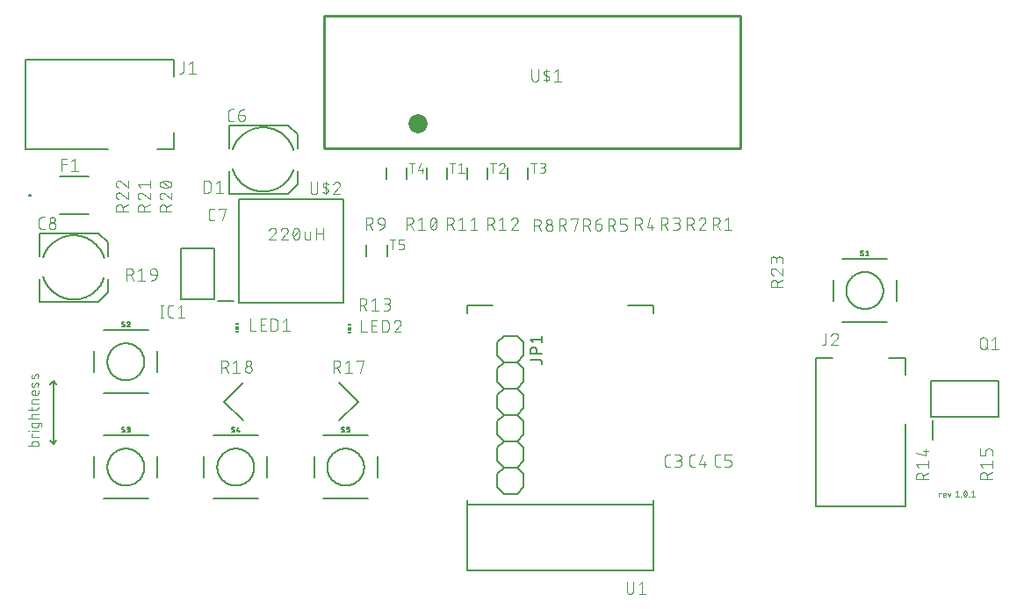
<source format=gbr>
G04 EAGLE Gerber RS-274X export*
G75*
%MOMM*%
%FSLAX34Y34*%
%LPD*%
%INSilkscreen Top*%
%IPPOS*%
%AMOC8*
5,1,8,0,0,1.08239X$1,22.5*%
G01*
%ADD10C,0.076200*%
%ADD11C,0.152400*%
%ADD12C,0.050800*%
%ADD13C,0.101600*%
%ADD14C,0.203200*%
%ADD15C,0.200000*%
%ADD16R,0.300000X0.150000*%
%ADD17R,0.300000X0.300000*%
%ADD18C,0.127000*%
%ADD19C,0.254000*%
%ADD20C,1.843906*%


D10*
X12221Y64381D02*
X21619Y64381D01*
X21619Y66992D01*
X21617Y67069D01*
X21611Y67145D01*
X21602Y67222D01*
X21589Y67298D01*
X21572Y67373D01*
X21552Y67447D01*
X21527Y67520D01*
X21500Y67591D01*
X21469Y67662D01*
X21434Y67730D01*
X21396Y67797D01*
X21355Y67862D01*
X21311Y67925D01*
X21264Y67985D01*
X21213Y68044D01*
X21160Y68099D01*
X21105Y68152D01*
X21046Y68203D01*
X20986Y68250D01*
X20923Y68294D01*
X20858Y68335D01*
X20791Y68373D01*
X20723Y68408D01*
X20652Y68439D01*
X20581Y68466D01*
X20508Y68491D01*
X20434Y68511D01*
X20359Y68528D01*
X20283Y68541D01*
X20206Y68550D01*
X20130Y68556D01*
X20053Y68558D01*
X16920Y68558D01*
X16843Y68556D01*
X16767Y68550D01*
X16690Y68541D01*
X16614Y68528D01*
X16539Y68511D01*
X16465Y68491D01*
X16392Y68466D01*
X16321Y68439D01*
X16250Y68408D01*
X16182Y68373D01*
X16115Y68335D01*
X16050Y68294D01*
X15987Y68250D01*
X15927Y68203D01*
X15868Y68152D01*
X15813Y68099D01*
X15760Y68044D01*
X15709Y67985D01*
X15662Y67925D01*
X15618Y67862D01*
X15577Y67797D01*
X15539Y67730D01*
X15504Y67662D01*
X15473Y67591D01*
X15446Y67520D01*
X15421Y67447D01*
X15401Y67373D01*
X15384Y67298D01*
X15371Y67222D01*
X15362Y67145D01*
X15356Y67069D01*
X15354Y66992D01*
X15354Y64381D01*
X15354Y72616D02*
X21619Y72616D01*
X15354Y72616D02*
X15354Y75749D01*
X16398Y75749D01*
X15354Y78616D02*
X21619Y78616D01*
X12743Y78355D02*
X12221Y78355D01*
X12221Y78877D01*
X12743Y78877D01*
X12743Y78355D01*
X21619Y83839D02*
X21619Y86450D01*
X21619Y83839D02*
X21617Y83762D01*
X21611Y83686D01*
X21602Y83609D01*
X21589Y83533D01*
X21572Y83458D01*
X21552Y83384D01*
X21527Y83311D01*
X21500Y83240D01*
X21469Y83169D01*
X21434Y83101D01*
X21396Y83034D01*
X21355Y82969D01*
X21311Y82906D01*
X21264Y82846D01*
X21213Y82787D01*
X21160Y82732D01*
X21105Y82679D01*
X21046Y82628D01*
X20986Y82581D01*
X20923Y82537D01*
X20858Y82496D01*
X20791Y82458D01*
X20723Y82423D01*
X20652Y82392D01*
X20581Y82365D01*
X20508Y82340D01*
X20434Y82320D01*
X20359Y82303D01*
X20283Y82290D01*
X20206Y82281D01*
X20130Y82275D01*
X20053Y82273D01*
X16920Y82273D01*
X16843Y82275D01*
X16767Y82281D01*
X16690Y82290D01*
X16614Y82303D01*
X16539Y82320D01*
X16465Y82340D01*
X16392Y82365D01*
X16321Y82392D01*
X16250Y82423D01*
X16182Y82458D01*
X16115Y82496D01*
X16050Y82537D01*
X15987Y82581D01*
X15927Y82628D01*
X15868Y82679D01*
X15813Y82732D01*
X15760Y82787D01*
X15709Y82846D01*
X15662Y82906D01*
X15618Y82969D01*
X15577Y83034D01*
X15539Y83101D01*
X15504Y83169D01*
X15473Y83240D01*
X15446Y83311D01*
X15421Y83384D01*
X15401Y83458D01*
X15384Y83533D01*
X15371Y83609D01*
X15362Y83686D01*
X15356Y83762D01*
X15354Y83839D01*
X15354Y86450D01*
X23185Y86450D01*
X23185Y86449D02*
X23262Y86447D01*
X23338Y86441D01*
X23415Y86432D01*
X23491Y86419D01*
X23566Y86402D01*
X23640Y86382D01*
X23713Y86357D01*
X23784Y86330D01*
X23855Y86299D01*
X23923Y86264D01*
X23990Y86226D01*
X24055Y86185D01*
X24118Y86141D01*
X24178Y86094D01*
X24237Y86043D01*
X24292Y85990D01*
X24345Y85935D01*
X24396Y85876D01*
X24443Y85816D01*
X24487Y85753D01*
X24528Y85688D01*
X24566Y85621D01*
X24601Y85553D01*
X24632Y85482D01*
X24659Y85411D01*
X24684Y85338D01*
X24704Y85264D01*
X24721Y85189D01*
X24734Y85113D01*
X24743Y85036D01*
X24749Y84960D01*
X24751Y84883D01*
X24752Y84883D02*
X24752Y82795D01*
X21619Y90853D02*
X12221Y90853D01*
X15354Y90853D02*
X15354Y93463D01*
X15356Y93540D01*
X15362Y93616D01*
X15371Y93693D01*
X15384Y93769D01*
X15401Y93844D01*
X15421Y93918D01*
X15446Y93991D01*
X15473Y94062D01*
X15504Y94133D01*
X15539Y94201D01*
X15577Y94268D01*
X15618Y94333D01*
X15662Y94396D01*
X15709Y94456D01*
X15760Y94515D01*
X15813Y94570D01*
X15868Y94623D01*
X15927Y94674D01*
X15987Y94721D01*
X16050Y94765D01*
X16115Y94806D01*
X16182Y94844D01*
X16250Y94879D01*
X16321Y94910D01*
X16392Y94937D01*
X16465Y94962D01*
X16539Y94982D01*
X16614Y94999D01*
X16690Y95012D01*
X16766Y95021D01*
X16843Y95027D01*
X16920Y95029D01*
X16920Y95030D02*
X21619Y95030D01*
X15354Y98314D02*
X15354Y101446D01*
X12221Y99358D02*
X20053Y99358D01*
X20130Y99360D01*
X20206Y99366D01*
X20283Y99375D01*
X20359Y99388D01*
X20434Y99405D01*
X20508Y99425D01*
X20581Y99450D01*
X20652Y99477D01*
X20723Y99508D01*
X20791Y99543D01*
X20858Y99581D01*
X20923Y99622D01*
X20986Y99666D01*
X21046Y99713D01*
X21105Y99764D01*
X21160Y99817D01*
X21213Y99872D01*
X21264Y99931D01*
X21311Y99991D01*
X21355Y100054D01*
X21396Y100119D01*
X21434Y100186D01*
X21469Y100254D01*
X21500Y100325D01*
X21527Y100396D01*
X21552Y100469D01*
X21572Y100543D01*
X21589Y100618D01*
X21602Y100694D01*
X21611Y100771D01*
X21617Y100847D01*
X21619Y100924D01*
X21619Y101446D01*
X21619Y105178D02*
X15354Y105178D01*
X15354Y107789D01*
X15356Y107866D01*
X15362Y107942D01*
X15371Y108019D01*
X15384Y108095D01*
X15401Y108170D01*
X15421Y108244D01*
X15446Y108317D01*
X15473Y108388D01*
X15504Y108459D01*
X15539Y108527D01*
X15577Y108594D01*
X15618Y108659D01*
X15662Y108722D01*
X15709Y108782D01*
X15760Y108841D01*
X15813Y108896D01*
X15868Y108949D01*
X15927Y109000D01*
X15987Y109047D01*
X16050Y109091D01*
X16115Y109132D01*
X16182Y109170D01*
X16250Y109205D01*
X16321Y109236D01*
X16392Y109263D01*
X16465Y109288D01*
X16539Y109308D01*
X16614Y109325D01*
X16690Y109338D01*
X16766Y109347D01*
X16843Y109353D01*
X16920Y109355D01*
X21619Y109355D01*
X21619Y114974D02*
X21619Y117585D01*
X21619Y114974D02*
X21617Y114897D01*
X21611Y114821D01*
X21602Y114744D01*
X21589Y114668D01*
X21572Y114593D01*
X21552Y114519D01*
X21527Y114446D01*
X21500Y114375D01*
X21469Y114304D01*
X21434Y114236D01*
X21396Y114169D01*
X21355Y114104D01*
X21311Y114041D01*
X21264Y113981D01*
X21213Y113922D01*
X21160Y113867D01*
X21105Y113814D01*
X21046Y113763D01*
X20986Y113716D01*
X20923Y113672D01*
X20858Y113631D01*
X20791Y113593D01*
X20723Y113558D01*
X20652Y113527D01*
X20581Y113500D01*
X20508Y113475D01*
X20434Y113455D01*
X20359Y113438D01*
X20283Y113425D01*
X20206Y113416D01*
X20130Y113410D01*
X20053Y113408D01*
X17442Y113408D01*
X17352Y113410D01*
X17263Y113416D01*
X17173Y113425D01*
X17084Y113439D01*
X16996Y113456D01*
X16909Y113477D01*
X16822Y113502D01*
X16737Y113531D01*
X16653Y113563D01*
X16571Y113598D01*
X16490Y113638D01*
X16411Y113680D01*
X16334Y113726D01*
X16259Y113776D01*
X16186Y113828D01*
X16115Y113884D01*
X16047Y113942D01*
X15982Y114004D01*
X15919Y114068D01*
X15859Y114135D01*
X15802Y114204D01*
X15748Y114276D01*
X15697Y114350D01*
X15649Y114426D01*
X15605Y114504D01*
X15564Y114584D01*
X15526Y114666D01*
X15492Y114749D01*
X15462Y114834D01*
X15435Y114920D01*
X15412Y115006D01*
X15393Y115094D01*
X15378Y115183D01*
X15366Y115272D01*
X15358Y115361D01*
X15354Y115451D01*
X15354Y115541D01*
X15358Y115631D01*
X15366Y115720D01*
X15378Y115809D01*
X15393Y115898D01*
X15412Y115986D01*
X15435Y116072D01*
X15462Y116158D01*
X15492Y116243D01*
X15526Y116326D01*
X15564Y116408D01*
X15605Y116488D01*
X15649Y116566D01*
X15697Y116642D01*
X15748Y116716D01*
X15802Y116788D01*
X15859Y116857D01*
X15919Y116924D01*
X15982Y116988D01*
X16047Y117050D01*
X16115Y117108D01*
X16186Y117164D01*
X16259Y117216D01*
X16334Y117266D01*
X16411Y117312D01*
X16490Y117354D01*
X16571Y117394D01*
X16653Y117429D01*
X16737Y117461D01*
X16822Y117490D01*
X16909Y117515D01*
X16996Y117536D01*
X17084Y117553D01*
X17173Y117567D01*
X17263Y117576D01*
X17352Y117582D01*
X17442Y117584D01*
X17442Y117585D02*
X18486Y117585D01*
X18486Y113408D01*
X17964Y122116D02*
X19008Y124726D01*
X17964Y122116D02*
X17936Y122050D01*
X17903Y121985D01*
X17868Y121922D01*
X17829Y121861D01*
X17787Y121802D01*
X17742Y121746D01*
X17694Y121692D01*
X17643Y121641D01*
X17590Y121592D01*
X17533Y121547D01*
X17475Y121504D01*
X17415Y121465D01*
X17352Y121428D01*
X17287Y121396D01*
X17221Y121367D01*
X17154Y121341D01*
X17085Y121319D01*
X17015Y121301D01*
X16944Y121286D01*
X16873Y121275D01*
X16801Y121268D01*
X16729Y121265D01*
X16657Y121266D01*
X16584Y121271D01*
X16513Y121279D01*
X16441Y121291D01*
X16371Y121307D01*
X16302Y121327D01*
X16233Y121351D01*
X16166Y121378D01*
X16101Y121408D01*
X16037Y121442D01*
X15975Y121480D01*
X15915Y121520D01*
X15858Y121564D01*
X15803Y121611D01*
X15750Y121661D01*
X15701Y121713D01*
X15654Y121768D01*
X15610Y121825D01*
X15569Y121885D01*
X15532Y121947D01*
X15497Y122011D01*
X15467Y122076D01*
X15439Y122143D01*
X15416Y122211D01*
X15396Y122281D01*
X15380Y122351D01*
X15367Y122422D01*
X15359Y122494D01*
X15354Y122566D01*
X15353Y122638D01*
X15354Y122638D02*
X15358Y122789D01*
X15366Y122940D01*
X15377Y123091D01*
X15393Y123242D01*
X15413Y123392D01*
X15436Y123542D01*
X15463Y123691D01*
X15494Y123839D01*
X15529Y123987D01*
X15567Y124133D01*
X15610Y124279D01*
X15656Y124423D01*
X15705Y124566D01*
X15758Y124708D01*
X15815Y124848D01*
X15876Y124987D01*
X19008Y124727D02*
X19036Y124793D01*
X19069Y124858D01*
X19104Y124921D01*
X19143Y124982D01*
X19185Y125041D01*
X19230Y125097D01*
X19278Y125151D01*
X19329Y125202D01*
X19382Y125251D01*
X19439Y125297D01*
X19497Y125339D01*
X19557Y125378D01*
X19620Y125415D01*
X19685Y125447D01*
X19751Y125476D01*
X19818Y125502D01*
X19887Y125524D01*
X19957Y125542D01*
X20028Y125557D01*
X20099Y125568D01*
X20171Y125575D01*
X20243Y125578D01*
X20315Y125577D01*
X20388Y125572D01*
X20459Y125564D01*
X20531Y125552D01*
X20601Y125536D01*
X20670Y125516D01*
X20739Y125492D01*
X20806Y125465D01*
X20871Y125435D01*
X20935Y125401D01*
X20997Y125363D01*
X21057Y125323D01*
X21114Y125279D01*
X21169Y125232D01*
X21222Y125182D01*
X21271Y125130D01*
X21318Y125075D01*
X21362Y125018D01*
X21403Y124958D01*
X21440Y124896D01*
X21475Y124832D01*
X21505Y124767D01*
X21533Y124700D01*
X21556Y124632D01*
X21576Y124562D01*
X21592Y124492D01*
X21605Y124421D01*
X21613Y124349D01*
X21618Y124277D01*
X21619Y124205D01*
X21614Y123995D01*
X21603Y123786D01*
X21588Y123577D01*
X21568Y123369D01*
X21542Y123161D01*
X21512Y122954D01*
X21477Y122747D01*
X21437Y122542D01*
X21393Y122337D01*
X21343Y122134D01*
X21289Y121931D01*
X21229Y121730D01*
X21166Y121531D01*
X21097Y121333D01*
X17964Y130041D02*
X19008Y132651D01*
X17964Y130040D02*
X17936Y129974D01*
X17903Y129909D01*
X17868Y129846D01*
X17829Y129785D01*
X17787Y129726D01*
X17742Y129670D01*
X17694Y129616D01*
X17643Y129565D01*
X17590Y129516D01*
X17533Y129471D01*
X17475Y129428D01*
X17415Y129389D01*
X17352Y129352D01*
X17287Y129320D01*
X17221Y129291D01*
X17154Y129265D01*
X17085Y129243D01*
X17015Y129225D01*
X16944Y129210D01*
X16873Y129199D01*
X16801Y129192D01*
X16729Y129189D01*
X16657Y129190D01*
X16584Y129195D01*
X16513Y129203D01*
X16441Y129215D01*
X16371Y129231D01*
X16302Y129251D01*
X16233Y129275D01*
X16166Y129302D01*
X16101Y129332D01*
X16037Y129366D01*
X15975Y129404D01*
X15915Y129444D01*
X15858Y129488D01*
X15803Y129535D01*
X15750Y129585D01*
X15701Y129637D01*
X15654Y129692D01*
X15610Y129749D01*
X15569Y129809D01*
X15532Y129871D01*
X15497Y129935D01*
X15467Y130000D01*
X15439Y130067D01*
X15416Y130135D01*
X15396Y130205D01*
X15380Y130275D01*
X15367Y130346D01*
X15359Y130418D01*
X15354Y130490D01*
X15353Y130562D01*
X15354Y130563D02*
X15358Y130714D01*
X15366Y130865D01*
X15377Y131016D01*
X15393Y131167D01*
X15413Y131317D01*
X15436Y131467D01*
X15463Y131616D01*
X15494Y131764D01*
X15529Y131912D01*
X15567Y132058D01*
X15610Y132204D01*
X15656Y132348D01*
X15705Y132491D01*
X15758Y132633D01*
X15815Y132773D01*
X15876Y132912D01*
X19008Y132651D02*
X19036Y132717D01*
X19069Y132782D01*
X19104Y132845D01*
X19143Y132906D01*
X19185Y132965D01*
X19230Y133021D01*
X19278Y133075D01*
X19329Y133126D01*
X19382Y133175D01*
X19439Y133221D01*
X19497Y133263D01*
X19557Y133302D01*
X19620Y133339D01*
X19685Y133371D01*
X19751Y133400D01*
X19818Y133426D01*
X19887Y133448D01*
X19957Y133466D01*
X20028Y133481D01*
X20099Y133492D01*
X20171Y133499D01*
X20243Y133502D01*
X20315Y133501D01*
X20388Y133496D01*
X20459Y133488D01*
X20531Y133476D01*
X20601Y133460D01*
X20670Y133440D01*
X20739Y133416D01*
X20806Y133389D01*
X20871Y133359D01*
X20935Y133325D01*
X20997Y133287D01*
X21057Y133247D01*
X21114Y133203D01*
X21169Y133156D01*
X21222Y133106D01*
X21271Y133054D01*
X21318Y132999D01*
X21362Y132942D01*
X21403Y132882D01*
X21440Y132820D01*
X21475Y132756D01*
X21505Y132691D01*
X21533Y132624D01*
X21556Y132556D01*
X21576Y132486D01*
X21592Y132416D01*
X21605Y132345D01*
X21613Y132273D01*
X21618Y132201D01*
X21619Y132129D01*
X21614Y131919D01*
X21603Y131710D01*
X21588Y131501D01*
X21568Y131293D01*
X21542Y131085D01*
X21512Y130878D01*
X21477Y130671D01*
X21437Y130466D01*
X21393Y130261D01*
X21343Y130058D01*
X21289Y129855D01*
X21229Y129654D01*
X21166Y129455D01*
X21097Y129257D01*
D11*
X36000Y127000D02*
X36000Y66000D01*
X33000Y69000D01*
X36000Y66000D02*
X39000Y69000D01*
X39000Y124000D02*
X36000Y127000D01*
X33000Y124000D01*
X312000Y125000D02*
X330000Y107000D01*
X312000Y89000D01*
X219000Y89000D02*
X201000Y107000D01*
X219000Y125000D01*
D12*
X890254Y18979D02*
X890254Y15254D01*
X890254Y18979D02*
X892117Y18979D01*
X892117Y18358D01*
X894810Y15254D02*
X896363Y15254D01*
X894810Y15254D02*
X894752Y15256D01*
X894693Y15261D01*
X894636Y15270D01*
X894578Y15283D01*
X894522Y15300D01*
X894467Y15319D01*
X894414Y15343D01*
X894361Y15369D01*
X894311Y15399D01*
X894263Y15432D01*
X894217Y15468D01*
X894173Y15506D01*
X894131Y15548D01*
X894093Y15592D01*
X894057Y15638D01*
X894024Y15686D01*
X893994Y15736D01*
X893968Y15789D01*
X893944Y15842D01*
X893925Y15897D01*
X893908Y15953D01*
X893895Y16011D01*
X893886Y16068D01*
X893881Y16127D01*
X893879Y16185D01*
X893879Y17738D01*
X893881Y17808D01*
X893887Y17877D01*
X893897Y17946D01*
X893910Y18014D01*
X893928Y18082D01*
X893949Y18148D01*
X893974Y18213D01*
X894002Y18277D01*
X894034Y18339D01*
X894069Y18399D01*
X894108Y18457D01*
X894150Y18512D01*
X894195Y18566D01*
X894243Y18616D01*
X894293Y18664D01*
X894347Y18709D01*
X894402Y18751D01*
X894460Y18790D01*
X894520Y18825D01*
X894582Y18857D01*
X894646Y18885D01*
X894711Y18910D01*
X894777Y18931D01*
X894845Y18949D01*
X894913Y18962D01*
X894982Y18972D01*
X895051Y18978D01*
X895121Y18980D01*
X895191Y18978D01*
X895260Y18972D01*
X895329Y18962D01*
X895397Y18949D01*
X895465Y18931D01*
X895531Y18910D01*
X895596Y18885D01*
X895660Y18857D01*
X895722Y18825D01*
X895782Y18790D01*
X895840Y18751D01*
X895895Y18709D01*
X895949Y18664D01*
X895999Y18616D01*
X896047Y18566D01*
X896092Y18512D01*
X896134Y18457D01*
X896173Y18399D01*
X896208Y18339D01*
X896240Y18277D01*
X896268Y18213D01*
X896293Y18148D01*
X896314Y18082D01*
X896332Y18014D01*
X896345Y17946D01*
X896355Y17877D01*
X896361Y17808D01*
X896363Y17738D01*
X896363Y17117D01*
X893879Y17117D01*
X898451Y18979D02*
X899693Y15254D01*
X900935Y18979D01*
X906004Y19600D02*
X907557Y20842D01*
X907557Y15254D01*
X909109Y15254D02*
X906004Y15254D01*
X911242Y15254D02*
X911242Y15564D01*
X911552Y15564D01*
X911552Y15254D01*
X911242Y15254D01*
X913685Y18048D02*
X913687Y18179D01*
X913692Y18309D01*
X913702Y18439D01*
X913715Y18569D01*
X913731Y18699D01*
X913751Y18828D01*
X913775Y18956D01*
X913803Y19083D01*
X913834Y19210D01*
X913869Y19336D01*
X913907Y19461D01*
X913949Y19585D01*
X913994Y19707D01*
X914043Y19828D01*
X914095Y19948D01*
X914151Y20066D01*
X914150Y20066D02*
X914173Y20126D01*
X914199Y20186D01*
X914228Y20243D01*
X914261Y20299D01*
X914297Y20353D01*
X914335Y20405D01*
X914377Y20455D01*
X914421Y20502D01*
X914468Y20547D01*
X914518Y20589D01*
X914569Y20628D01*
X914623Y20664D01*
X914679Y20697D01*
X914736Y20727D01*
X914795Y20754D01*
X914856Y20777D01*
X914917Y20797D01*
X914980Y20813D01*
X915044Y20826D01*
X915108Y20835D01*
X915172Y20840D01*
X915237Y20842D01*
X915302Y20840D01*
X915366Y20835D01*
X915430Y20826D01*
X915494Y20813D01*
X915557Y20797D01*
X915618Y20777D01*
X915679Y20754D01*
X915738Y20727D01*
X915795Y20697D01*
X915851Y20664D01*
X915905Y20628D01*
X915956Y20589D01*
X916006Y20547D01*
X916053Y20502D01*
X916097Y20455D01*
X916139Y20405D01*
X916177Y20353D01*
X916213Y20299D01*
X916246Y20243D01*
X916275Y20186D01*
X916301Y20126D01*
X916324Y20066D01*
X916380Y19948D01*
X916432Y19828D01*
X916481Y19707D01*
X916526Y19585D01*
X916568Y19461D01*
X916606Y19336D01*
X916641Y19210D01*
X916672Y19084D01*
X916700Y18956D01*
X916724Y18828D01*
X916744Y18699D01*
X916760Y18569D01*
X916773Y18439D01*
X916783Y18309D01*
X916788Y18179D01*
X916790Y18048D01*
X913685Y18048D02*
X913687Y17917D01*
X913692Y17787D01*
X913702Y17657D01*
X913715Y17527D01*
X913731Y17397D01*
X913751Y17268D01*
X913775Y17140D01*
X913803Y17013D01*
X913834Y16886D01*
X913869Y16760D01*
X913907Y16635D01*
X913949Y16511D01*
X913994Y16389D01*
X914043Y16268D01*
X914095Y16148D01*
X914151Y16030D01*
X914150Y16030D02*
X914173Y15970D01*
X914199Y15910D01*
X914228Y15853D01*
X914261Y15797D01*
X914297Y15743D01*
X914335Y15691D01*
X914377Y15641D01*
X914421Y15594D01*
X914468Y15549D01*
X914518Y15507D01*
X914569Y15468D01*
X914623Y15432D01*
X914679Y15399D01*
X914736Y15369D01*
X914795Y15342D01*
X914856Y15319D01*
X914917Y15299D01*
X914980Y15283D01*
X915044Y15270D01*
X915108Y15261D01*
X915172Y15256D01*
X915237Y15254D01*
X916324Y16030D02*
X916380Y16148D01*
X916432Y16268D01*
X916481Y16389D01*
X916526Y16511D01*
X916568Y16635D01*
X916606Y16760D01*
X916641Y16886D01*
X916672Y17012D01*
X916700Y17140D01*
X916724Y17268D01*
X916744Y17397D01*
X916760Y17527D01*
X916773Y17657D01*
X916783Y17787D01*
X916788Y17917D01*
X916790Y18048D01*
X916324Y16030D02*
X916301Y15970D01*
X916275Y15910D01*
X916246Y15853D01*
X916213Y15797D01*
X916177Y15743D01*
X916139Y15691D01*
X916097Y15641D01*
X916053Y15594D01*
X916006Y15549D01*
X915956Y15507D01*
X915905Y15468D01*
X915851Y15432D01*
X915795Y15399D01*
X915738Y15369D01*
X915679Y15342D01*
X915618Y15319D01*
X915557Y15299D01*
X915494Y15283D01*
X915430Y15270D01*
X915366Y15261D01*
X915302Y15256D01*
X915237Y15254D01*
X913996Y16496D02*
X916479Y19600D01*
X918923Y15564D02*
X918923Y15254D01*
X918923Y15564D02*
X919233Y15564D01*
X919233Y15254D01*
X918923Y15254D01*
X921366Y19600D02*
X922918Y20842D01*
X922918Y15254D01*
X921366Y15254D02*
X924471Y15254D01*
D13*
X631051Y43858D02*
X628454Y43858D01*
X628355Y43860D01*
X628255Y43866D01*
X628156Y43875D01*
X628058Y43888D01*
X627960Y43905D01*
X627862Y43926D01*
X627766Y43951D01*
X627671Y43979D01*
X627577Y44011D01*
X627484Y44046D01*
X627392Y44085D01*
X627302Y44128D01*
X627214Y44173D01*
X627127Y44223D01*
X627043Y44275D01*
X626960Y44331D01*
X626880Y44389D01*
X626802Y44451D01*
X626727Y44516D01*
X626654Y44584D01*
X626584Y44654D01*
X626516Y44727D01*
X626451Y44802D01*
X626389Y44880D01*
X626331Y44960D01*
X626275Y45043D01*
X626223Y45127D01*
X626173Y45214D01*
X626128Y45302D01*
X626085Y45392D01*
X626046Y45484D01*
X626011Y45577D01*
X625979Y45671D01*
X625951Y45766D01*
X625926Y45862D01*
X625905Y45960D01*
X625888Y46058D01*
X625875Y46156D01*
X625866Y46255D01*
X625860Y46355D01*
X625858Y46454D01*
X625858Y52946D01*
X625860Y53045D01*
X625866Y53145D01*
X625875Y53244D01*
X625888Y53342D01*
X625905Y53440D01*
X625926Y53538D01*
X625951Y53634D01*
X625979Y53729D01*
X626011Y53823D01*
X626046Y53916D01*
X626085Y54008D01*
X626128Y54098D01*
X626173Y54186D01*
X626223Y54273D01*
X626275Y54357D01*
X626331Y54440D01*
X626389Y54520D01*
X626451Y54598D01*
X626516Y54673D01*
X626584Y54746D01*
X626654Y54816D01*
X626727Y54884D01*
X626802Y54949D01*
X626880Y55011D01*
X626960Y55069D01*
X627043Y55125D01*
X627127Y55177D01*
X627214Y55227D01*
X627302Y55272D01*
X627392Y55315D01*
X627484Y55354D01*
X627576Y55389D01*
X627671Y55421D01*
X627766Y55449D01*
X627862Y55474D01*
X627960Y55495D01*
X628058Y55512D01*
X628156Y55525D01*
X628255Y55534D01*
X628355Y55540D01*
X628454Y55542D01*
X631051Y55542D01*
X635416Y43858D02*
X638662Y43858D01*
X638775Y43860D01*
X638888Y43866D01*
X639001Y43876D01*
X639114Y43890D01*
X639226Y43907D01*
X639337Y43929D01*
X639447Y43954D01*
X639557Y43984D01*
X639665Y44017D01*
X639772Y44054D01*
X639878Y44094D01*
X639982Y44139D01*
X640085Y44187D01*
X640186Y44238D01*
X640285Y44293D01*
X640382Y44351D01*
X640477Y44413D01*
X640570Y44478D01*
X640660Y44546D01*
X640748Y44617D01*
X640834Y44692D01*
X640917Y44769D01*
X640997Y44849D01*
X641074Y44932D01*
X641149Y45018D01*
X641220Y45106D01*
X641288Y45196D01*
X641353Y45289D01*
X641415Y45384D01*
X641473Y45481D01*
X641528Y45580D01*
X641579Y45681D01*
X641627Y45784D01*
X641672Y45888D01*
X641712Y45994D01*
X641749Y46101D01*
X641782Y46209D01*
X641812Y46319D01*
X641837Y46429D01*
X641859Y46540D01*
X641876Y46652D01*
X641890Y46765D01*
X641900Y46878D01*
X641906Y46991D01*
X641908Y47104D01*
X641906Y47217D01*
X641900Y47330D01*
X641890Y47443D01*
X641876Y47556D01*
X641859Y47668D01*
X641837Y47779D01*
X641812Y47889D01*
X641782Y47999D01*
X641749Y48107D01*
X641712Y48214D01*
X641672Y48320D01*
X641627Y48424D01*
X641579Y48527D01*
X641528Y48628D01*
X641473Y48727D01*
X641415Y48824D01*
X641353Y48919D01*
X641288Y49012D01*
X641220Y49102D01*
X641149Y49190D01*
X641074Y49276D01*
X640997Y49359D01*
X640917Y49439D01*
X640834Y49516D01*
X640748Y49591D01*
X640660Y49662D01*
X640570Y49730D01*
X640477Y49795D01*
X640382Y49857D01*
X640285Y49915D01*
X640186Y49970D01*
X640085Y50021D01*
X639982Y50069D01*
X639878Y50114D01*
X639772Y50154D01*
X639665Y50191D01*
X639557Y50224D01*
X639447Y50254D01*
X639337Y50279D01*
X639226Y50301D01*
X639114Y50318D01*
X639001Y50332D01*
X638888Y50342D01*
X638775Y50348D01*
X638662Y50350D01*
X639311Y55542D02*
X635416Y55542D01*
X639311Y55542D02*
X639412Y55540D01*
X639512Y55534D01*
X639612Y55524D01*
X639712Y55511D01*
X639811Y55493D01*
X639910Y55472D01*
X640007Y55447D01*
X640104Y55418D01*
X640199Y55385D01*
X640293Y55349D01*
X640385Y55309D01*
X640476Y55266D01*
X640565Y55219D01*
X640652Y55169D01*
X640738Y55115D01*
X640821Y55058D01*
X640901Y54998D01*
X640980Y54935D01*
X641056Y54868D01*
X641129Y54799D01*
X641199Y54727D01*
X641267Y54653D01*
X641332Y54576D01*
X641393Y54496D01*
X641452Y54414D01*
X641507Y54330D01*
X641559Y54244D01*
X641608Y54156D01*
X641653Y54066D01*
X641695Y53974D01*
X641733Y53881D01*
X641767Y53786D01*
X641798Y53691D01*
X641825Y53594D01*
X641848Y53496D01*
X641868Y53397D01*
X641883Y53297D01*
X641895Y53197D01*
X641903Y53097D01*
X641907Y52996D01*
X641907Y52896D01*
X641903Y52795D01*
X641895Y52695D01*
X641883Y52595D01*
X641868Y52495D01*
X641848Y52396D01*
X641825Y52298D01*
X641798Y52201D01*
X641767Y52106D01*
X641733Y52011D01*
X641695Y51918D01*
X641653Y51826D01*
X641608Y51736D01*
X641559Y51648D01*
X641507Y51562D01*
X641452Y51478D01*
X641393Y51396D01*
X641332Y51316D01*
X641267Y51239D01*
X641199Y51165D01*
X641129Y51093D01*
X641056Y51024D01*
X640980Y50957D01*
X640901Y50894D01*
X640821Y50834D01*
X640738Y50777D01*
X640652Y50723D01*
X640565Y50673D01*
X640476Y50626D01*
X640385Y50583D01*
X640293Y50543D01*
X640199Y50507D01*
X640104Y50474D01*
X640007Y50445D01*
X639910Y50420D01*
X639811Y50399D01*
X639712Y50381D01*
X639612Y50368D01*
X639512Y50358D01*
X639412Y50352D01*
X639311Y50350D01*
X639311Y50349D02*
X636714Y50349D01*
X652154Y44058D02*
X654751Y44058D01*
X652154Y44058D02*
X652055Y44060D01*
X651955Y44066D01*
X651856Y44075D01*
X651758Y44088D01*
X651660Y44105D01*
X651562Y44126D01*
X651466Y44151D01*
X651371Y44179D01*
X651277Y44211D01*
X651184Y44246D01*
X651092Y44285D01*
X651002Y44328D01*
X650914Y44373D01*
X650827Y44423D01*
X650743Y44475D01*
X650660Y44531D01*
X650580Y44589D01*
X650502Y44651D01*
X650427Y44716D01*
X650354Y44784D01*
X650284Y44854D01*
X650216Y44927D01*
X650151Y45002D01*
X650089Y45080D01*
X650031Y45160D01*
X649975Y45243D01*
X649923Y45327D01*
X649873Y45414D01*
X649828Y45502D01*
X649785Y45592D01*
X649746Y45684D01*
X649711Y45777D01*
X649679Y45871D01*
X649651Y45966D01*
X649626Y46062D01*
X649605Y46160D01*
X649588Y46258D01*
X649575Y46356D01*
X649566Y46455D01*
X649560Y46555D01*
X649558Y46654D01*
X649558Y53146D01*
X649560Y53245D01*
X649566Y53345D01*
X649575Y53444D01*
X649588Y53542D01*
X649605Y53640D01*
X649626Y53738D01*
X649651Y53834D01*
X649679Y53929D01*
X649711Y54023D01*
X649746Y54116D01*
X649785Y54208D01*
X649828Y54298D01*
X649873Y54386D01*
X649923Y54473D01*
X649975Y54557D01*
X650031Y54640D01*
X650089Y54720D01*
X650151Y54798D01*
X650216Y54873D01*
X650284Y54946D01*
X650354Y55016D01*
X650427Y55084D01*
X650502Y55149D01*
X650580Y55211D01*
X650660Y55269D01*
X650743Y55325D01*
X650827Y55377D01*
X650914Y55427D01*
X651002Y55472D01*
X651092Y55515D01*
X651184Y55554D01*
X651276Y55589D01*
X651371Y55621D01*
X651466Y55649D01*
X651562Y55674D01*
X651660Y55695D01*
X651758Y55712D01*
X651856Y55725D01*
X651955Y55734D01*
X652055Y55740D01*
X652154Y55742D01*
X654751Y55742D01*
X661713Y55742D02*
X659116Y46654D01*
X665607Y46654D01*
X663660Y49251D02*
X663660Y44058D01*
X676454Y44258D02*
X679051Y44258D01*
X676454Y44258D02*
X676355Y44260D01*
X676255Y44266D01*
X676156Y44275D01*
X676058Y44288D01*
X675960Y44305D01*
X675862Y44326D01*
X675766Y44351D01*
X675671Y44379D01*
X675577Y44411D01*
X675484Y44446D01*
X675392Y44485D01*
X675302Y44528D01*
X675214Y44573D01*
X675127Y44623D01*
X675043Y44675D01*
X674960Y44731D01*
X674880Y44789D01*
X674802Y44851D01*
X674727Y44916D01*
X674654Y44984D01*
X674584Y45054D01*
X674516Y45127D01*
X674451Y45202D01*
X674389Y45280D01*
X674331Y45360D01*
X674275Y45443D01*
X674223Y45527D01*
X674173Y45614D01*
X674128Y45702D01*
X674085Y45792D01*
X674046Y45884D01*
X674011Y45977D01*
X673979Y46071D01*
X673951Y46166D01*
X673926Y46262D01*
X673905Y46360D01*
X673888Y46458D01*
X673875Y46556D01*
X673866Y46655D01*
X673860Y46755D01*
X673858Y46854D01*
X673858Y53346D01*
X673860Y53445D01*
X673866Y53545D01*
X673875Y53644D01*
X673888Y53742D01*
X673905Y53840D01*
X673926Y53938D01*
X673951Y54034D01*
X673979Y54129D01*
X674011Y54223D01*
X674046Y54316D01*
X674085Y54408D01*
X674128Y54498D01*
X674173Y54586D01*
X674223Y54673D01*
X674275Y54757D01*
X674331Y54840D01*
X674389Y54920D01*
X674451Y54998D01*
X674516Y55073D01*
X674584Y55146D01*
X674654Y55216D01*
X674727Y55284D01*
X674802Y55349D01*
X674880Y55411D01*
X674960Y55469D01*
X675043Y55525D01*
X675127Y55577D01*
X675214Y55627D01*
X675302Y55672D01*
X675392Y55715D01*
X675484Y55754D01*
X675576Y55789D01*
X675671Y55821D01*
X675766Y55849D01*
X675862Y55874D01*
X675960Y55895D01*
X676058Y55912D01*
X676156Y55925D01*
X676255Y55934D01*
X676355Y55940D01*
X676454Y55942D01*
X679051Y55942D01*
X683416Y44258D02*
X687311Y44258D01*
X687410Y44260D01*
X687510Y44266D01*
X687609Y44275D01*
X687707Y44288D01*
X687805Y44305D01*
X687903Y44326D01*
X687999Y44351D01*
X688094Y44379D01*
X688188Y44411D01*
X688281Y44446D01*
X688373Y44485D01*
X688463Y44528D01*
X688551Y44573D01*
X688638Y44623D01*
X688722Y44675D01*
X688805Y44731D01*
X688885Y44789D01*
X688963Y44851D01*
X689038Y44916D01*
X689111Y44984D01*
X689181Y45054D01*
X689249Y45127D01*
X689314Y45202D01*
X689376Y45280D01*
X689434Y45360D01*
X689490Y45443D01*
X689542Y45527D01*
X689592Y45614D01*
X689637Y45702D01*
X689680Y45792D01*
X689719Y45884D01*
X689754Y45977D01*
X689786Y46071D01*
X689814Y46166D01*
X689839Y46262D01*
X689860Y46360D01*
X689877Y46458D01*
X689890Y46556D01*
X689899Y46655D01*
X689905Y46755D01*
X689907Y46854D01*
X689907Y48153D01*
X689905Y48252D01*
X689899Y48352D01*
X689890Y48451D01*
X689877Y48549D01*
X689860Y48647D01*
X689839Y48745D01*
X689814Y48841D01*
X689786Y48936D01*
X689754Y49030D01*
X689719Y49123D01*
X689680Y49215D01*
X689637Y49305D01*
X689592Y49393D01*
X689542Y49480D01*
X689490Y49564D01*
X689434Y49647D01*
X689376Y49727D01*
X689314Y49805D01*
X689249Y49880D01*
X689181Y49953D01*
X689111Y50023D01*
X689038Y50091D01*
X688963Y50156D01*
X688885Y50218D01*
X688805Y50276D01*
X688722Y50332D01*
X688638Y50384D01*
X688551Y50434D01*
X688463Y50479D01*
X688373Y50522D01*
X688281Y50561D01*
X688188Y50596D01*
X688094Y50628D01*
X687999Y50656D01*
X687903Y50681D01*
X687805Y50702D01*
X687707Y50719D01*
X687609Y50732D01*
X687510Y50741D01*
X687410Y50747D01*
X687311Y50749D01*
X683416Y50749D01*
X683416Y55942D01*
X689907Y55942D01*
D14*
X262400Y307600D02*
X205400Y307600D01*
X205400Y329600D01*
X205400Y351600D02*
X205400Y373600D01*
X262400Y373600D01*
X271400Y364600D02*
X271400Y351600D01*
X271400Y329600D02*
X271400Y316600D01*
X262400Y307600D01*
X271400Y364600D02*
X262400Y373600D01*
X267899Y331100D02*
X267659Y330386D01*
X267402Y329678D01*
X267127Y328977D01*
X266835Y328282D01*
X266527Y327595D01*
X266202Y326916D01*
X265860Y326244D01*
X265502Y325582D01*
X265128Y324928D01*
X264739Y324283D01*
X264333Y323648D01*
X263913Y323023D01*
X263477Y322409D01*
X263026Y321805D01*
X262561Y321213D01*
X262082Y320632D01*
X261588Y320063D01*
X261081Y319506D01*
X260560Y318961D01*
X260027Y318430D01*
X259480Y317911D01*
X258921Y317407D01*
X258350Y316915D01*
X257767Y316438D01*
X257173Y315976D01*
X256567Y315527D01*
X255951Y315094D01*
X255325Y314676D01*
X254688Y314273D01*
X254042Y313886D01*
X253387Y313515D01*
X252722Y313160D01*
X252050Y312821D01*
X251369Y312499D01*
X250680Y312193D01*
X249985Y311904D01*
X249282Y311632D01*
X248573Y311378D01*
X247858Y311140D01*
X247138Y310921D01*
X246412Y310718D01*
X245682Y310534D01*
X244947Y310367D01*
X244209Y310219D01*
X243467Y310088D01*
X242722Y309976D01*
X241975Y309881D01*
X241225Y309805D01*
X240474Y309748D01*
X239722Y309708D01*
X238969Y309687D01*
X238216Y309684D01*
X237463Y309700D01*
X236710Y309734D01*
X235959Y309786D01*
X235209Y309856D01*
X234461Y309945D01*
X233715Y310052D01*
X232973Y310177D01*
X232233Y310320D01*
X231497Y310481D01*
X230766Y310660D01*
X230038Y310857D01*
X229316Y311072D01*
X228600Y311304D01*
X227889Y311553D01*
X227184Y311820D01*
X226487Y312103D01*
X225796Y312404D01*
X225113Y312721D01*
X224438Y313055D01*
X223771Y313405D01*
X223113Y313772D01*
X222464Y314154D01*
X221824Y314552D01*
X221194Y314965D01*
X220575Y315394D01*
X219966Y315838D01*
X219368Y316296D01*
X218782Y316769D01*
X218207Y317256D01*
X217645Y317756D01*
X217094Y318271D01*
X216557Y318798D01*
X216032Y319339D01*
X215521Y319892D01*
X215023Y320457D01*
X214539Y321035D01*
X214070Y321624D01*
X213615Y322224D01*
X213174Y322835D01*
X212749Y323457D01*
X212339Y324089D01*
X211945Y324730D01*
X211566Y325382D01*
X211203Y326042D01*
X210857Y326711D01*
X210526Y327388D01*
X210213Y328072D01*
X209916Y328765D01*
X209636Y329464D01*
X209373Y330170D01*
X209128Y330882D01*
X208900Y331600D01*
X208901Y350100D02*
X209141Y350814D01*
X209398Y351522D01*
X209673Y352223D01*
X209965Y352918D01*
X210273Y353605D01*
X210598Y354284D01*
X210940Y354956D01*
X211298Y355618D01*
X211672Y356272D01*
X212061Y356917D01*
X212467Y357552D01*
X212887Y358177D01*
X213323Y358791D01*
X213774Y359395D01*
X214239Y359987D01*
X214718Y360568D01*
X215212Y361137D01*
X215719Y361694D01*
X216240Y362239D01*
X216773Y362770D01*
X217320Y363289D01*
X217879Y363793D01*
X218450Y364285D01*
X219033Y364762D01*
X219627Y365224D01*
X220233Y365673D01*
X220849Y366106D01*
X221475Y366524D01*
X222112Y366927D01*
X222758Y367314D01*
X223413Y367685D01*
X224078Y368040D01*
X224750Y368379D01*
X225431Y368701D01*
X226120Y369007D01*
X226815Y369296D01*
X227518Y369568D01*
X228227Y369822D01*
X228942Y370060D01*
X229662Y370279D01*
X230388Y370482D01*
X231118Y370666D01*
X231853Y370833D01*
X232591Y370981D01*
X233333Y371112D01*
X234078Y371224D01*
X234825Y371319D01*
X235575Y371395D01*
X236326Y371452D01*
X237078Y371492D01*
X237831Y371513D01*
X238584Y371516D01*
X239337Y371500D01*
X240090Y371466D01*
X240841Y371414D01*
X241591Y371344D01*
X242339Y371255D01*
X243085Y371148D01*
X243827Y371023D01*
X244567Y370880D01*
X245303Y370719D01*
X246034Y370540D01*
X246762Y370343D01*
X247484Y370128D01*
X248200Y369896D01*
X248911Y369647D01*
X249616Y369380D01*
X250313Y369097D01*
X251004Y368796D01*
X251687Y368479D01*
X252362Y368145D01*
X253029Y367795D01*
X253687Y367428D01*
X254336Y367046D01*
X254976Y366648D01*
X255606Y366235D01*
X256225Y365806D01*
X256834Y365362D01*
X257432Y364904D01*
X258018Y364431D01*
X258593Y363944D01*
X259155Y363444D01*
X259706Y362929D01*
X260243Y362402D01*
X260768Y361861D01*
X261279Y361308D01*
X261777Y360743D01*
X262261Y360165D01*
X262730Y359576D01*
X263185Y358976D01*
X263626Y358365D01*
X264051Y357743D01*
X264461Y357111D01*
X264855Y356470D01*
X265234Y355818D01*
X265597Y355158D01*
X265943Y354489D01*
X266274Y353812D01*
X266587Y353128D01*
X266884Y352435D01*
X267164Y351736D01*
X267427Y351030D01*
X267672Y350318D01*
X267900Y349600D01*
D13*
X210201Y377408D02*
X207604Y377408D01*
X207505Y377410D01*
X207405Y377416D01*
X207306Y377425D01*
X207208Y377438D01*
X207110Y377455D01*
X207012Y377476D01*
X206916Y377501D01*
X206821Y377529D01*
X206727Y377561D01*
X206634Y377596D01*
X206542Y377635D01*
X206452Y377678D01*
X206364Y377723D01*
X206277Y377773D01*
X206193Y377825D01*
X206110Y377881D01*
X206030Y377939D01*
X205952Y378001D01*
X205877Y378066D01*
X205804Y378134D01*
X205734Y378204D01*
X205666Y378277D01*
X205601Y378352D01*
X205539Y378430D01*
X205481Y378510D01*
X205425Y378593D01*
X205373Y378677D01*
X205323Y378764D01*
X205278Y378852D01*
X205235Y378942D01*
X205196Y379034D01*
X205161Y379127D01*
X205129Y379221D01*
X205101Y379316D01*
X205076Y379412D01*
X205055Y379510D01*
X205038Y379608D01*
X205025Y379706D01*
X205016Y379805D01*
X205010Y379905D01*
X205008Y380004D01*
X205008Y386496D01*
X205010Y386595D01*
X205016Y386695D01*
X205025Y386794D01*
X205038Y386892D01*
X205055Y386990D01*
X205076Y387088D01*
X205101Y387184D01*
X205129Y387279D01*
X205161Y387373D01*
X205196Y387466D01*
X205235Y387558D01*
X205278Y387648D01*
X205323Y387736D01*
X205373Y387823D01*
X205425Y387907D01*
X205481Y387990D01*
X205539Y388070D01*
X205601Y388148D01*
X205666Y388223D01*
X205734Y388296D01*
X205804Y388366D01*
X205877Y388434D01*
X205952Y388499D01*
X206030Y388561D01*
X206110Y388619D01*
X206193Y388675D01*
X206277Y388727D01*
X206364Y388777D01*
X206452Y388822D01*
X206542Y388865D01*
X206634Y388904D01*
X206726Y388939D01*
X206821Y388971D01*
X206916Y388999D01*
X207012Y389024D01*
X207110Y389045D01*
X207208Y389062D01*
X207306Y389075D01*
X207405Y389084D01*
X207505Y389090D01*
X207604Y389092D01*
X210201Y389092D01*
X214566Y383899D02*
X218461Y383899D01*
X218560Y383897D01*
X218660Y383891D01*
X218759Y383882D01*
X218857Y383869D01*
X218955Y383852D01*
X219053Y383831D01*
X219149Y383806D01*
X219244Y383778D01*
X219338Y383746D01*
X219431Y383711D01*
X219523Y383672D01*
X219613Y383629D01*
X219701Y383584D01*
X219788Y383534D01*
X219872Y383482D01*
X219955Y383426D01*
X220035Y383368D01*
X220113Y383306D01*
X220188Y383241D01*
X220261Y383173D01*
X220331Y383103D01*
X220399Y383030D01*
X220464Y382955D01*
X220526Y382877D01*
X220584Y382797D01*
X220640Y382714D01*
X220692Y382630D01*
X220742Y382543D01*
X220787Y382455D01*
X220830Y382365D01*
X220869Y382273D01*
X220904Y382180D01*
X220936Y382086D01*
X220964Y381991D01*
X220989Y381895D01*
X221010Y381797D01*
X221027Y381699D01*
X221040Y381601D01*
X221049Y381502D01*
X221055Y381402D01*
X221057Y381303D01*
X221057Y380654D01*
X221058Y380654D02*
X221056Y380541D01*
X221050Y380428D01*
X221040Y380315D01*
X221026Y380202D01*
X221009Y380090D01*
X220987Y379979D01*
X220962Y379869D01*
X220932Y379759D01*
X220899Y379651D01*
X220862Y379544D01*
X220822Y379438D01*
X220777Y379334D01*
X220729Y379231D01*
X220678Y379130D01*
X220623Y379031D01*
X220565Y378934D01*
X220503Y378839D01*
X220438Y378746D01*
X220370Y378656D01*
X220299Y378568D01*
X220224Y378482D01*
X220147Y378399D01*
X220067Y378319D01*
X219984Y378242D01*
X219898Y378167D01*
X219810Y378096D01*
X219720Y378028D01*
X219627Y377963D01*
X219532Y377901D01*
X219435Y377843D01*
X219336Y377788D01*
X219235Y377737D01*
X219132Y377689D01*
X219028Y377644D01*
X218922Y377604D01*
X218815Y377567D01*
X218707Y377534D01*
X218597Y377504D01*
X218487Y377479D01*
X218376Y377457D01*
X218264Y377440D01*
X218151Y377426D01*
X218038Y377416D01*
X217925Y377410D01*
X217812Y377408D01*
X217699Y377410D01*
X217586Y377416D01*
X217473Y377426D01*
X217360Y377440D01*
X217248Y377457D01*
X217137Y377479D01*
X217027Y377504D01*
X216917Y377534D01*
X216809Y377567D01*
X216702Y377604D01*
X216596Y377644D01*
X216492Y377689D01*
X216389Y377737D01*
X216288Y377788D01*
X216189Y377843D01*
X216092Y377901D01*
X215997Y377963D01*
X215904Y378028D01*
X215814Y378096D01*
X215726Y378167D01*
X215640Y378242D01*
X215557Y378319D01*
X215477Y378399D01*
X215400Y378482D01*
X215325Y378568D01*
X215254Y378656D01*
X215186Y378746D01*
X215121Y378839D01*
X215059Y378934D01*
X215001Y379031D01*
X214946Y379130D01*
X214895Y379231D01*
X214847Y379334D01*
X214802Y379438D01*
X214762Y379544D01*
X214725Y379651D01*
X214692Y379759D01*
X214662Y379869D01*
X214637Y379979D01*
X214615Y380090D01*
X214598Y380202D01*
X214584Y380315D01*
X214574Y380428D01*
X214568Y380541D01*
X214566Y380654D01*
X214566Y383899D01*
X214568Y384042D01*
X214574Y384185D01*
X214584Y384328D01*
X214598Y384470D01*
X214615Y384612D01*
X214637Y384754D01*
X214662Y384895D01*
X214692Y385035D01*
X214725Y385174D01*
X214762Y385312D01*
X214803Y385449D01*
X214847Y385585D01*
X214896Y385720D01*
X214948Y385853D01*
X215003Y385985D01*
X215063Y386115D01*
X215126Y386244D01*
X215192Y386371D01*
X215262Y386495D01*
X215335Y386618D01*
X215412Y386739D01*
X215492Y386858D01*
X215575Y386974D01*
X215661Y387089D01*
X215750Y387200D01*
X215843Y387310D01*
X215938Y387416D01*
X216037Y387520D01*
X216138Y387621D01*
X216242Y387720D01*
X216348Y387815D01*
X216458Y387908D01*
X216569Y387997D01*
X216684Y388083D01*
X216800Y388166D01*
X216919Y388246D01*
X217040Y388323D01*
X217162Y388396D01*
X217287Y388466D01*
X217414Y388532D01*
X217543Y388595D01*
X217673Y388655D01*
X217805Y388710D01*
X217938Y388762D01*
X218073Y388811D01*
X218209Y388855D01*
X218346Y388896D01*
X218484Y388933D01*
X218623Y388966D01*
X218763Y388996D01*
X218904Y389021D01*
X219046Y389043D01*
X219188Y389060D01*
X219330Y389074D01*
X219473Y389084D01*
X219616Y389090D01*
X219759Y389092D01*
X191351Y281558D02*
X188754Y281558D01*
X188655Y281560D01*
X188555Y281566D01*
X188456Y281575D01*
X188358Y281588D01*
X188260Y281605D01*
X188162Y281626D01*
X188066Y281651D01*
X187971Y281679D01*
X187877Y281711D01*
X187784Y281746D01*
X187692Y281785D01*
X187602Y281828D01*
X187514Y281873D01*
X187427Y281923D01*
X187343Y281975D01*
X187260Y282031D01*
X187180Y282089D01*
X187102Y282151D01*
X187027Y282216D01*
X186954Y282284D01*
X186884Y282354D01*
X186816Y282427D01*
X186751Y282502D01*
X186689Y282580D01*
X186631Y282660D01*
X186575Y282743D01*
X186523Y282827D01*
X186473Y282914D01*
X186428Y283002D01*
X186385Y283092D01*
X186346Y283184D01*
X186311Y283277D01*
X186279Y283371D01*
X186251Y283466D01*
X186226Y283562D01*
X186205Y283660D01*
X186188Y283758D01*
X186175Y283856D01*
X186166Y283955D01*
X186160Y284055D01*
X186158Y284154D01*
X186158Y290646D01*
X186160Y290745D01*
X186166Y290845D01*
X186175Y290944D01*
X186188Y291042D01*
X186205Y291140D01*
X186226Y291238D01*
X186251Y291334D01*
X186279Y291429D01*
X186311Y291523D01*
X186346Y291616D01*
X186385Y291708D01*
X186428Y291798D01*
X186473Y291886D01*
X186523Y291973D01*
X186575Y292057D01*
X186631Y292140D01*
X186689Y292220D01*
X186751Y292298D01*
X186816Y292373D01*
X186884Y292446D01*
X186954Y292516D01*
X187027Y292584D01*
X187102Y292649D01*
X187180Y292711D01*
X187260Y292769D01*
X187343Y292825D01*
X187427Y292877D01*
X187514Y292927D01*
X187602Y292972D01*
X187692Y293015D01*
X187784Y293054D01*
X187876Y293089D01*
X187971Y293121D01*
X188066Y293149D01*
X188162Y293174D01*
X188260Y293195D01*
X188358Y293212D01*
X188456Y293225D01*
X188555Y293234D01*
X188655Y293240D01*
X188754Y293242D01*
X191351Y293242D01*
X195716Y293242D02*
X195716Y291944D01*
X195716Y293242D02*
X202207Y293242D01*
X198962Y281558D01*
D14*
X79800Y203500D02*
X22800Y203500D01*
X22800Y225500D01*
X22800Y247500D02*
X22800Y269500D01*
X79800Y269500D01*
X88800Y260500D02*
X88800Y247500D01*
X88800Y225500D02*
X88800Y212500D01*
X79800Y203500D01*
X88800Y260500D02*
X79800Y269500D01*
X85299Y227000D02*
X85059Y226286D01*
X84802Y225578D01*
X84527Y224877D01*
X84235Y224182D01*
X83927Y223495D01*
X83602Y222816D01*
X83260Y222144D01*
X82902Y221482D01*
X82528Y220828D01*
X82139Y220183D01*
X81733Y219548D01*
X81313Y218923D01*
X80877Y218309D01*
X80426Y217705D01*
X79961Y217113D01*
X79482Y216532D01*
X78988Y215963D01*
X78481Y215406D01*
X77960Y214861D01*
X77427Y214330D01*
X76880Y213811D01*
X76321Y213307D01*
X75750Y212815D01*
X75167Y212338D01*
X74573Y211876D01*
X73967Y211427D01*
X73351Y210994D01*
X72725Y210576D01*
X72088Y210173D01*
X71442Y209786D01*
X70787Y209415D01*
X70122Y209060D01*
X69450Y208721D01*
X68769Y208399D01*
X68080Y208093D01*
X67385Y207804D01*
X66682Y207532D01*
X65973Y207278D01*
X65258Y207040D01*
X64538Y206821D01*
X63812Y206618D01*
X63082Y206434D01*
X62347Y206267D01*
X61609Y206119D01*
X60867Y205988D01*
X60122Y205876D01*
X59375Y205781D01*
X58625Y205705D01*
X57874Y205648D01*
X57122Y205608D01*
X56369Y205587D01*
X55616Y205584D01*
X54863Y205600D01*
X54110Y205634D01*
X53359Y205686D01*
X52609Y205756D01*
X51861Y205845D01*
X51115Y205952D01*
X50373Y206077D01*
X49633Y206220D01*
X48897Y206381D01*
X48166Y206560D01*
X47438Y206757D01*
X46716Y206972D01*
X46000Y207204D01*
X45289Y207453D01*
X44584Y207720D01*
X43887Y208003D01*
X43196Y208304D01*
X42513Y208621D01*
X41838Y208955D01*
X41171Y209305D01*
X40513Y209672D01*
X39864Y210054D01*
X39224Y210452D01*
X38594Y210865D01*
X37975Y211294D01*
X37366Y211738D01*
X36768Y212196D01*
X36182Y212669D01*
X35607Y213156D01*
X35045Y213656D01*
X34494Y214171D01*
X33957Y214698D01*
X33432Y215239D01*
X32921Y215792D01*
X32423Y216357D01*
X31939Y216935D01*
X31470Y217524D01*
X31015Y218124D01*
X30574Y218735D01*
X30149Y219357D01*
X29739Y219989D01*
X29345Y220630D01*
X28966Y221282D01*
X28603Y221942D01*
X28257Y222611D01*
X27926Y223288D01*
X27613Y223972D01*
X27316Y224665D01*
X27036Y225364D01*
X26773Y226070D01*
X26528Y226782D01*
X26300Y227500D01*
X26301Y246000D02*
X26541Y246714D01*
X26798Y247422D01*
X27073Y248123D01*
X27365Y248818D01*
X27673Y249505D01*
X27998Y250184D01*
X28340Y250856D01*
X28698Y251518D01*
X29072Y252172D01*
X29461Y252817D01*
X29867Y253452D01*
X30287Y254077D01*
X30723Y254691D01*
X31174Y255295D01*
X31639Y255887D01*
X32118Y256468D01*
X32612Y257037D01*
X33119Y257594D01*
X33640Y258139D01*
X34173Y258670D01*
X34720Y259189D01*
X35279Y259693D01*
X35850Y260185D01*
X36433Y260662D01*
X37027Y261124D01*
X37633Y261573D01*
X38249Y262006D01*
X38875Y262424D01*
X39512Y262827D01*
X40158Y263214D01*
X40813Y263585D01*
X41478Y263940D01*
X42150Y264279D01*
X42831Y264601D01*
X43520Y264907D01*
X44215Y265196D01*
X44918Y265468D01*
X45627Y265722D01*
X46342Y265960D01*
X47062Y266179D01*
X47788Y266382D01*
X48518Y266566D01*
X49253Y266733D01*
X49991Y266881D01*
X50733Y267012D01*
X51478Y267124D01*
X52225Y267219D01*
X52975Y267295D01*
X53726Y267352D01*
X54478Y267392D01*
X55231Y267413D01*
X55984Y267416D01*
X56737Y267400D01*
X57490Y267366D01*
X58241Y267314D01*
X58991Y267244D01*
X59739Y267155D01*
X60485Y267048D01*
X61227Y266923D01*
X61967Y266780D01*
X62703Y266619D01*
X63434Y266440D01*
X64162Y266243D01*
X64884Y266028D01*
X65600Y265796D01*
X66311Y265547D01*
X67016Y265280D01*
X67713Y264997D01*
X68404Y264696D01*
X69087Y264379D01*
X69762Y264045D01*
X70429Y263695D01*
X71087Y263328D01*
X71736Y262946D01*
X72376Y262548D01*
X73006Y262135D01*
X73625Y261706D01*
X74234Y261262D01*
X74832Y260804D01*
X75418Y260331D01*
X75993Y259844D01*
X76555Y259344D01*
X77106Y258829D01*
X77643Y258302D01*
X78168Y257761D01*
X78679Y257208D01*
X79177Y256643D01*
X79661Y256065D01*
X80130Y255476D01*
X80585Y254876D01*
X81026Y254265D01*
X81451Y253643D01*
X81861Y253011D01*
X82255Y252370D01*
X82634Y251718D01*
X82997Y251058D01*
X83343Y250389D01*
X83674Y249712D01*
X83987Y249028D01*
X84284Y248335D01*
X84564Y247636D01*
X84827Y246930D01*
X85072Y246218D01*
X85300Y245500D01*
D13*
X27601Y273308D02*
X25004Y273308D01*
X24905Y273310D01*
X24805Y273316D01*
X24706Y273325D01*
X24608Y273338D01*
X24510Y273355D01*
X24412Y273376D01*
X24316Y273401D01*
X24221Y273429D01*
X24127Y273461D01*
X24034Y273496D01*
X23942Y273535D01*
X23852Y273578D01*
X23764Y273623D01*
X23677Y273673D01*
X23593Y273725D01*
X23510Y273781D01*
X23430Y273839D01*
X23352Y273901D01*
X23277Y273966D01*
X23204Y274034D01*
X23134Y274104D01*
X23066Y274177D01*
X23001Y274252D01*
X22939Y274330D01*
X22881Y274410D01*
X22825Y274493D01*
X22773Y274577D01*
X22723Y274664D01*
X22678Y274752D01*
X22635Y274842D01*
X22596Y274934D01*
X22561Y275027D01*
X22529Y275121D01*
X22501Y275216D01*
X22476Y275312D01*
X22455Y275410D01*
X22438Y275508D01*
X22425Y275606D01*
X22416Y275705D01*
X22410Y275805D01*
X22408Y275904D01*
X22408Y282396D01*
X22410Y282495D01*
X22416Y282595D01*
X22425Y282694D01*
X22438Y282792D01*
X22455Y282890D01*
X22476Y282988D01*
X22501Y283084D01*
X22529Y283179D01*
X22561Y283273D01*
X22596Y283366D01*
X22635Y283458D01*
X22678Y283548D01*
X22723Y283636D01*
X22773Y283723D01*
X22825Y283807D01*
X22881Y283890D01*
X22939Y283970D01*
X23001Y284048D01*
X23066Y284123D01*
X23134Y284196D01*
X23204Y284266D01*
X23277Y284334D01*
X23352Y284399D01*
X23430Y284461D01*
X23510Y284519D01*
X23593Y284575D01*
X23677Y284627D01*
X23764Y284677D01*
X23852Y284722D01*
X23942Y284765D01*
X24034Y284804D01*
X24126Y284839D01*
X24221Y284871D01*
X24316Y284899D01*
X24412Y284924D01*
X24510Y284945D01*
X24608Y284962D01*
X24706Y284975D01*
X24805Y284984D01*
X24905Y284990D01*
X25004Y284992D01*
X27601Y284992D01*
X31966Y276554D02*
X31968Y276667D01*
X31974Y276780D01*
X31984Y276893D01*
X31998Y277006D01*
X32015Y277118D01*
X32037Y277229D01*
X32062Y277339D01*
X32092Y277449D01*
X32125Y277557D01*
X32162Y277664D01*
X32202Y277770D01*
X32247Y277874D01*
X32295Y277977D01*
X32346Y278078D01*
X32401Y278177D01*
X32459Y278274D01*
X32521Y278369D01*
X32586Y278462D01*
X32654Y278552D01*
X32725Y278640D01*
X32800Y278726D01*
X32877Y278809D01*
X32957Y278889D01*
X33040Y278966D01*
X33126Y279041D01*
X33214Y279112D01*
X33304Y279180D01*
X33397Y279245D01*
X33492Y279307D01*
X33589Y279365D01*
X33688Y279420D01*
X33789Y279471D01*
X33892Y279519D01*
X33996Y279564D01*
X34102Y279604D01*
X34209Y279641D01*
X34317Y279674D01*
X34427Y279704D01*
X34537Y279729D01*
X34648Y279751D01*
X34760Y279768D01*
X34873Y279782D01*
X34986Y279792D01*
X35099Y279798D01*
X35212Y279800D01*
X35325Y279798D01*
X35438Y279792D01*
X35551Y279782D01*
X35664Y279768D01*
X35776Y279751D01*
X35887Y279729D01*
X35997Y279704D01*
X36107Y279674D01*
X36215Y279641D01*
X36322Y279604D01*
X36428Y279564D01*
X36532Y279519D01*
X36635Y279471D01*
X36736Y279420D01*
X36835Y279365D01*
X36932Y279307D01*
X37027Y279245D01*
X37120Y279180D01*
X37210Y279112D01*
X37298Y279041D01*
X37384Y278966D01*
X37467Y278889D01*
X37547Y278809D01*
X37624Y278726D01*
X37699Y278640D01*
X37770Y278552D01*
X37838Y278462D01*
X37903Y278369D01*
X37965Y278274D01*
X38023Y278177D01*
X38078Y278078D01*
X38129Y277977D01*
X38177Y277874D01*
X38222Y277770D01*
X38262Y277664D01*
X38299Y277557D01*
X38332Y277449D01*
X38362Y277339D01*
X38387Y277229D01*
X38409Y277118D01*
X38426Y277006D01*
X38440Y276893D01*
X38450Y276780D01*
X38456Y276667D01*
X38458Y276554D01*
X38456Y276441D01*
X38450Y276328D01*
X38440Y276215D01*
X38426Y276102D01*
X38409Y275990D01*
X38387Y275879D01*
X38362Y275769D01*
X38332Y275659D01*
X38299Y275551D01*
X38262Y275444D01*
X38222Y275338D01*
X38177Y275234D01*
X38129Y275131D01*
X38078Y275030D01*
X38023Y274931D01*
X37965Y274834D01*
X37903Y274739D01*
X37838Y274646D01*
X37770Y274556D01*
X37699Y274468D01*
X37624Y274382D01*
X37547Y274299D01*
X37467Y274219D01*
X37384Y274142D01*
X37298Y274067D01*
X37210Y273996D01*
X37120Y273928D01*
X37027Y273863D01*
X36932Y273801D01*
X36835Y273743D01*
X36736Y273688D01*
X36635Y273637D01*
X36532Y273589D01*
X36428Y273544D01*
X36322Y273504D01*
X36215Y273467D01*
X36107Y273434D01*
X35997Y273404D01*
X35887Y273379D01*
X35776Y273357D01*
X35664Y273340D01*
X35551Y273326D01*
X35438Y273316D01*
X35325Y273310D01*
X35212Y273308D01*
X35099Y273310D01*
X34986Y273316D01*
X34873Y273326D01*
X34760Y273340D01*
X34648Y273357D01*
X34537Y273379D01*
X34427Y273404D01*
X34317Y273434D01*
X34209Y273467D01*
X34102Y273504D01*
X33996Y273544D01*
X33892Y273589D01*
X33789Y273637D01*
X33688Y273688D01*
X33589Y273743D01*
X33492Y273801D01*
X33397Y273863D01*
X33304Y273928D01*
X33214Y273996D01*
X33126Y274067D01*
X33040Y274142D01*
X32957Y274219D01*
X32877Y274299D01*
X32800Y274382D01*
X32725Y274468D01*
X32654Y274556D01*
X32586Y274646D01*
X32521Y274739D01*
X32459Y274834D01*
X32401Y274931D01*
X32346Y275030D01*
X32295Y275131D01*
X32247Y275234D01*
X32202Y275338D01*
X32162Y275444D01*
X32125Y275551D01*
X32092Y275659D01*
X32062Y275769D01*
X32037Y275879D01*
X32015Y275990D01*
X31998Y276102D01*
X31984Y276215D01*
X31974Y276328D01*
X31968Y276441D01*
X31966Y276554D01*
X32616Y282396D02*
X32618Y282497D01*
X32624Y282597D01*
X32634Y282697D01*
X32647Y282797D01*
X32665Y282896D01*
X32686Y282995D01*
X32711Y283092D01*
X32740Y283189D01*
X32773Y283284D01*
X32809Y283378D01*
X32849Y283470D01*
X32892Y283561D01*
X32939Y283650D01*
X32989Y283737D01*
X33043Y283823D01*
X33100Y283906D01*
X33160Y283986D01*
X33223Y284065D01*
X33290Y284141D01*
X33359Y284214D01*
X33431Y284284D01*
X33505Y284352D01*
X33582Y284417D01*
X33662Y284478D01*
X33744Y284537D01*
X33828Y284592D01*
X33914Y284644D01*
X34002Y284693D01*
X34092Y284738D01*
X34184Y284780D01*
X34277Y284818D01*
X34372Y284852D01*
X34467Y284883D01*
X34564Y284910D01*
X34662Y284933D01*
X34761Y284953D01*
X34861Y284968D01*
X34961Y284980D01*
X35061Y284988D01*
X35162Y284992D01*
X35262Y284992D01*
X35363Y284988D01*
X35463Y284980D01*
X35563Y284968D01*
X35663Y284953D01*
X35762Y284933D01*
X35860Y284910D01*
X35957Y284883D01*
X36052Y284852D01*
X36147Y284818D01*
X36240Y284780D01*
X36332Y284738D01*
X36422Y284693D01*
X36510Y284644D01*
X36596Y284592D01*
X36680Y284537D01*
X36762Y284478D01*
X36842Y284417D01*
X36919Y284352D01*
X36993Y284284D01*
X37065Y284214D01*
X37134Y284141D01*
X37201Y284065D01*
X37264Y283986D01*
X37324Y283906D01*
X37381Y283823D01*
X37435Y283737D01*
X37485Y283650D01*
X37532Y283561D01*
X37575Y283470D01*
X37615Y283378D01*
X37651Y283284D01*
X37684Y283189D01*
X37713Y283092D01*
X37738Y282995D01*
X37759Y282896D01*
X37777Y282797D01*
X37790Y282697D01*
X37800Y282597D01*
X37806Y282497D01*
X37808Y282396D01*
X37806Y282295D01*
X37800Y282195D01*
X37790Y282095D01*
X37777Y281995D01*
X37759Y281896D01*
X37738Y281797D01*
X37713Y281700D01*
X37684Y281603D01*
X37651Y281508D01*
X37615Y281414D01*
X37575Y281322D01*
X37532Y281231D01*
X37485Y281142D01*
X37435Y281055D01*
X37381Y280969D01*
X37324Y280886D01*
X37264Y280806D01*
X37201Y280727D01*
X37134Y280651D01*
X37065Y280578D01*
X36993Y280508D01*
X36919Y280440D01*
X36842Y280375D01*
X36762Y280314D01*
X36680Y280255D01*
X36596Y280200D01*
X36510Y280148D01*
X36422Y280099D01*
X36332Y280054D01*
X36240Y280012D01*
X36147Y279974D01*
X36052Y279940D01*
X35957Y279909D01*
X35860Y279882D01*
X35762Y279859D01*
X35663Y279839D01*
X35563Y279824D01*
X35463Y279812D01*
X35363Y279804D01*
X35262Y279800D01*
X35162Y279800D01*
X35061Y279804D01*
X34961Y279812D01*
X34861Y279824D01*
X34761Y279839D01*
X34662Y279859D01*
X34564Y279882D01*
X34467Y279909D01*
X34372Y279940D01*
X34277Y279974D01*
X34184Y280012D01*
X34092Y280054D01*
X34002Y280099D01*
X33914Y280148D01*
X33828Y280200D01*
X33744Y280255D01*
X33662Y280314D01*
X33582Y280375D01*
X33505Y280440D01*
X33431Y280508D01*
X33359Y280578D01*
X33290Y280651D01*
X33223Y280727D01*
X33160Y280806D01*
X33100Y280886D01*
X33043Y280969D01*
X32989Y281055D01*
X32939Y281142D01*
X32892Y281231D01*
X32849Y281322D01*
X32809Y281414D01*
X32773Y281508D01*
X32740Y281603D01*
X32711Y281700D01*
X32686Y281797D01*
X32665Y281896D01*
X32647Y281995D01*
X32634Y282095D01*
X32624Y282195D01*
X32618Y282295D01*
X32616Y282396D01*
X181358Y308458D02*
X181358Y320142D01*
X184604Y320142D01*
X184717Y320140D01*
X184830Y320134D01*
X184943Y320124D01*
X185056Y320110D01*
X185168Y320093D01*
X185279Y320071D01*
X185389Y320046D01*
X185499Y320016D01*
X185607Y319983D01*
X185714Y319946D01*
X185820Y319906D01*
X185924Y319861D01*
X186027Y319813D01*
X186128Y319762D01*
X186227Y319707D01*
X186324Y319649D01*
X186419Y319587D01*
X186512Y319522D01*
X186602Y319454D01*
X186690Y319383D01*
X186776Y319308D01*
X186859Y319231D01*
X186939Y319151D01*
X187016Y319068D01*
X187091Y318982D01*
X187162Y318894D01*
X187230Y318804D01*
X187295Y318711D01*
X187357Y318616D01*
X187415Y318519D01*
X187470Y318420D01*
X187521Y318319D01*
X187569Y318216D01*
X187614Y318112D01*
X187654Y318006D01*
X187691Y317899D01*
X187724Y317791D01*
X187754Y317681D01*
X187779Y317571D01*
X187801Y317460D01*
X187818Y317348D01*
X187832Y317235D01*
X187842Y317122D01*
X187848Y317009D01*
X187850Y316896D01*
X187849Y316896D02*
X187849Y311704D01*
X187850Y311704D02*
X187848Y311591D01*
X187842Y311478D01*
X187832Y311365D01*
X187818Y311252D01*
X187801Y311140D01*
X187779Y311029D01*
X187754Y310919D01*
X187724Y310809D01*
X187691Y310701D01*
X187654Y310594D01*
X187614Y310488D01*
X187569Y310384D01*
X187521Y310281D01*
X187470Y310180D01*
X187415Y310081D01*
X187357Y309984D01*
X187295Y309889D01*
X187230Y309796D01*
X187162Y309706D01*
X187091Y309618D01*
X187016Y309532D01*
X186939Y309449D01*
X186859Y309369D01*
X186776Y309292D01*
X186690Y309217D01*
X186602Y309146D01*
X186512Y309078D01*
X186419Y309013D01*
X186324Y308951D01*
X186227Y308893D01*
X186128Y308838D01*
X186027Y308787D01*
X185924Y308739D01*
X185820Y308694D01*
X185714Y308654D01*
X185607Y308617D01*
X185499Y308584D01*
X185389Y308554D01*
X185279Y308529D01*
X185168Y308507D01*
X185056Y308490D01*
X184943Y308476D01*
X184830Y308466D01*
X184717Y308460D01*
X184604Y308458D01*
X181358Y308458D01*
X193169Y317546D02*
X196415Y320142D01*
X196415Y308458D01*
X199660Y308458D02*
X193169Y308458D01*
D11*
X70270Y287912D02*
X42330Y287912D01*
X42330Y324488D02*
X70270Y324488D01*
X14390Y306200D02*
X14388Y306146D01*
X14382Y306092D01*
X14373Y306038D01*
X14359Y305985D01*
X14342Y305934D01*
X14321Y305883D01*
X14297Y305835D01*
X14269Y305788D01*
X14238Y305743D01*
X14204Y305701D01*
X14167Y305661D01*
X14127Y305624D01*
X14085Y305590D01*
X14040Y305559D01*
X13993Y305531D01*
X13945Y305507D01*
X13894Y305486D01*
X13843Y305469D01*
X13790Y305455D01*
X13736Y305446D01*
X13682Y305440D01*
X13628Y305438D01*
X13574Y305440D01*
X13520Y305446D01*
X13466Y305455D01*
X13413Y305469D01*
X13362Y305486D01*
X13311Y305507D01*
X13263Y305531D01*
X13216Y305559D01*
X13171Y305590D01*
X13129Y305624D01*
X13089Y305661D01*
X13052Y305701D01*
X13018Y305743D01*
X12987Y305788D01*
X12959Y305835D01*
X12935Y305883D01*
X12914Y305934D01*
X12897Y305985D01*
X12883Y306038D01*
X12874Y306092D01*
X12868Y306146D01*
X12866Y306200D01*
X12868Y306254D01*
X12874Y306308D01*
X12883Y306362D01*
X12897Y306415D01*
X12914Y306466D01*
X12935Y306517D01*
X12959Y306565D01*
X12987Y306612D01*
X13018Y306657D01*
X13052Y306699D01*
X13089Y306739D01*
X13129Y306776D01*
X13171Y306810D01*
X13216Y306841D01*
X13263Y306869D01*
X13311Y306893D01*
X13362Y306914D01*
X13413Y306931D01*
X13466Y306945D01*
X13520Y306954D01*
X13574Y306960D01*
X13628Y306962D01*
X13682Y306960D01*
X13736Y306954D01*
X13790Y306945D01*
X13843Y306931D01*
X13894Y306914D01*
X13945Y306893D01*
X13993Y306869D01*
X14040Y306841D01*
X14085Y306810D01*
X14127Y306776D01*
X14167Y306739D01*
X14204Y306699D01*
X14238Y306657D01*
X14269Y306612D01*
X14297Y306565D01*
X14321Y306517D01*
X14342Y306466D01*
X14359Y306415D01*
X14373Y306362D01*
X14382Y306308D01*
X14388Y306254D01*
X14390Y306200D01*
D10*
X43915Y329231D02*
X43915Y341169D01*
X49221Y341169D01*
X49221Y335863D02*
X43915Y335863D01*
X53420Y338516D02*
X56736Y341169D01*
X56736Y329231D01*
X53420Y329231D02*
X60052Y329231D01*
D15*
X159200Y205700D02*
X191200Y205700D01*
X159200Y205700D02*
X159200Y254700D01*
X191200Y254700D01*
X191200Y205700D01*
X194700Y204150D02*
X209950Y204150D01*
D13*
X140892Y200042D02*
X140892Y188358D01*
X139594Y188358D02*
X142190Y188358D01*
X142190Y200042D02*
X139594Y200042D01*
X149354Y188358D02*
X151950Y188358D01*
X149354Y188358D02*
X149255Y188360D01*
X149155Y188366D01*
X149056Y188375D01*
X148958Y188388D01*
X148860Y188405D01*
X148762Y188426D01*
X148666Y188451D01*
X148571Y188479D01*
X148477Y188511D01*
X148384Y188546D01*
X148292Y188585D01*
X148202Y188628D01*
X148114Y188673D01*
X148027Y188723D01*
X147943Y188775D01*
X147860Y188831D01*
X147780Y188889D01*
X147702Y188951D01*
X147627Y189016D01*
X147554Y189084D01*
X147484Y189154D01*
X147416Y189227D01*
X147351Y189302D01*
X147289Y189380D01*
X147231Y189460D01*
X147175Y189543D01*
X147123Y189627D01*
X147073Y189714D01*
X147028Y189802D01*
X146985Y189892D01*
X146946Y189984D01*
X146911Y190077D01*
X146879Y190171D01*
X146851Y190266D01*
X146826Y190362D01*
X146805Y190460D01*
X146788Y190558D01*
X146775Y190656D01*
X146766Y190755D01*
X146760Y190855D01*
X146758Y190954D01*
X146757Y190954D02*
X146757Y197446D01*
X146758Y197446D02*
X146760Y197545D01*
X146766Y197645D01*
X146775Y197744D01*
X146788Y197842D01*
X146805Y197940D01*
X146826Y198038D01*
X146851Y198134D01*
X146879Y198229D01*
X146911Y198323D01*
X146946Y198416D01*
X146985Y198508D01*
X147028Y198598D01*
X147073Y198686D01*
X147123Y198773D01*
X147175Y198857D01*
X147231Y198940D01*
X147289Y199020D01*
X147351Y199098D01*
X147416Y199173D01*
X147484Y199246D01*
X147554Y199316D01*
X147627Y199384D01*
X147702Y199449D01*
X147780Y199511D01*
X147860Y199569D01*
X147943Y199625D01*
X148027Y199677D01*
X148114Y199727D01*
X148202Y199772D01*
X148292Y199815D01*
X148384Y199854D01*
X148476Y199889D01*
X148571Y199921D01*
X148666Y199949D01*
X148762Y199974D01*
X148860Y199995D01*
X148958Y200012D01*
X149056Y200025D01*
X149155Y200034D01*
X149255Y200040D01*
X149354Y200042D01*
X151950Y200042D01*
X156315Y197446D02*
X159561Y200042D01*
X159561Y188358D01*
X162806Y188358D02*
X156315Y188358D01*
D14*
X9300Y350700D02*
X9300Y436700D01*
X152300Y436700D01*
X152300Y420700D01*
X152300Y366700D02*
X152300Y350700D01*
X88800Y350700D02*
X9300Y350700D01*
X136300Y350700D02*
X152300Y350700D01*
D13*
X161603Y426204D02*
X161603Y435292D01*
X161602Y426204D02*
X161600Y426105D01*
X161594Y426005D01*
X161585Y425906D01*
X161572Y425808D01*
X161555Y425710D01*
X161534Y425612D01*
X161509Y425516D01*
X161481Y425421D01*
X161449Y425327D01*
X161414Y425234D01*
X161375Y425142D01*
X161332Y425052D01*
X161287Y424964D01*
X161237Y424877D01*
X161185Y424793D01*
X161129Y424710D01*
X161071Y424630D01*
X161009Y424552D01*
X160944Y424477D01*
X160876Y424404D01*
X160806Y424334D01*
X160733Y424266D01*
X160658Y424201D01*
X160580Y424139D01*
X160500Y424081D01*
X160417Y424025D01*
X160333Y423973D01*
X160246Y423923D01*
X160158Y423878D01*
X160068Y423835D01*
X159976Y423796D01*
X159883Y423761D01*
X159789Y423729D01*
X159694Y423701D01*
X159598Y423676D01*
X159500Y423655D01*
X159402Y423638D01*
X159304Y423625D01*
X159205Y423616D01*
X159105Y423610D01*
X159006Y423608D01*
X157708Y423608D01*
X166876Y432696D02*
X170122Y435292D01*
X170122Y423608D01*
X173367Y423608D02*
X166876Y423608D01*
D14*
X771500Y6100D02*
X857500Y6100D01*
X771500Y6100D02*
X771500Y149100D01*
X787500Y149100D01*
X841500Y149100D02*
X857500Y149100D01*
X857500Y85600D02*
X857500Y6100D01*
X857500Y133100D02*
X857500Y149100D01*
D13*
X780803Y164004D02*
X780803Y173092D01*
X780802Y164004D02*
X780800Y163905D01*
X780794Y163805D01*
X780785Y163706D01*
X780772Y163608D01*
X780755Y163510D01*
X780734Y163412D01*
X780709Y163316D01*
X780681Y163221D01*
X780649Y163127D01*
X780614Y163034D01*
X780575Y162942D01*
X780532Y162852D01*
X780487Y162764D01*
X780437Y162677D01*
X780385Y162593D01*
X780329Y162510D01*
X780271Y162430D01*
X780209Y162352D01*
X780144Y162277D01*
X780076Y162204D01*
X780006Y162134D01*
X779933Y162066D01*
X779858Y162001D01*
X779780Y161939D01*
X779700Y161881D01*
X779617Y161825D01*
X779533Y161773D01*
X779446Y161723D01*
X779358Y161678D01*
X779268Y161635D01*
X779176Y161596D01*
X779083Y161561D01*
X778989Y161529D01*
X778894Y161501D01*
X778798Y161476D01*
X778700Y161455D01*
X778602Y161438D01*
X778504Y161425D01*
X778405Y161416D01*
X778305Y161410D01*
X778206Y161408D01*
X776908Y161408D01*
X789646Y173092D02*
X789753Y173090D01*
X789859Y173084D01*
X789965Y173074D01*
X790071Y173061D01*
X790177Y173043D01*
X790281Y173022D01*
X790385Y172997D01*
X790488Y172968D01*
X790589Y172936D01*
X790689Y172899D01*
X790788Y172859D01*
X790886Y172816D01*
X790982Y172769D01*
X791076Y172718D01*
X791168Y172664D01*
X791258Y172607D01*
X791346Y172547D01*
X791431Y172483D01*
X791514Y172416D01*
X791595Y172346D01*
X791673Y172274D01*
X791749Y172198D01*
X791821Y172120D01*
X791891Y172039D01*
X791958Y171956D01*
X792022Y171871D01*
X792082Y171783D01*
X792139Y171693D01*
X792193Y171601D01*
X792244Y171507D01*
X792291Y171411D01*
X792334Y171313D01*
X792374Y171214D01*
X792411Y171114D01*
X792443Y171013D01*
X792472Y170910D01*
X792497Y170806D01*
X792518Y170702D01*
X792536Y170596D01*
X792549Y170490D01*
X792559Y170384D01*
X792565Y170278D01*
X792567Y170171D01*
X789646Y173092D02*
X789525Y173090D01*
X789404Y173084D01*
X789284Y173074D01*
X789163Y173061D01*
X789044Y173043D01*
X788924Y173022D01*
X788806Y172997D01*
X788689Y172968D01*
X788572Y172935D01*
X788457Y172899D01*
X788343Y172858D01*
X788230Y172815D01*
X788118Y172767D01*
X788009Y172716D01*
X787901Y172661D01*
X787794Y172603D01*
X787690Y172542D01*
X787588Y172477D01*
X787488Y172409D01*
X787390Y172338D01*
X787294Y172264D01*
X787201Y172187D01*
X787111Y172106D01*
X787023Y172023D01*
X786938Y171937D01*
X786855Y171848D01*
X786776Y171757D01*
X786699Y171663D01*
X786626Y171567D01*
X786556Y171469D01*
X786489Y171368D01*
X786425Y171265D01*
X786365Y171160D01*
X786308Y171053D01*
X786254Y170945D01*
X786204Y170835D01*
X786158Y170723D01*
X786115Y170610D01*
X786076Y170495D01*
X791594Y167899D02*
X791673Y167976D01*
X791749Y168057D01*
X791822Y168140D01*
X791892Y168225D01*
X791959Y168313D01*
X792023Y168403D01*
X792083Y168495D01*
X792140Y168590D01*
X792194Y168686D01*
X792245Y168784D01*
X792292Y168884D01*
X792336Y168986D01*
X792376Y169089D01*
X792412Y169193D01*
X792444Y169299D01*
X792473Y169405D01*
X792498Y169513D01*
X792520Y169621D01*
X792537Y169731D01*
X792551Y169840D01*
X792560Y169950D01*
X792566Y170061D01*
X792568Y170171D01*
X791594Y167899D02*
X786076Y161408D01*
X792567Y161408D01*
D16*
X213450Y181900D03*
X213450Y174400D03*
D17*
X213450Y178150D03*
D13*
X226108Y175008D02*
X226108Y186692D01*
X226108Y175008D02*
X231301Y175008D01*
X236014Y175008D02*
X241207Y175008D01*
X236014Y175008D02*
X236014Y186692D01*
X241207Y186692D01*
X239909Y181499D02*
X236014Y181499D01*
X245897Y186692D02*
X245897Y175008D01*
X245897Y186692D02*
X249143Y186692D01*
X249256Y186690D01*
X249369Y186684D01*
X249482Y186674D01*
X249595Y186660D01*
X249707Y186643D01*
X249818Y186621D01*
X249928Y186596D01*
X250038Y186566D01*
X250146Y186533D01*
X250253Y186496D01*
X250359Y186456D01*
X250463Y186411D01*
X250566Y186363D01*
X250667Y186312D01*
X250766Y186257D01*
X250863Y186199D01*
X250958Y186137D01*
X251051Y186072D01*
X251141Y186004D01*
X251229Y185933D01*
X251315Y185858D01*
X251398Y185781D01*
X251478Y185701D01*
X251555Y185618D01*
X251630Y185532D01*
X251701Y185444D01*
X251769Y185354D01*
X251834Y185261D01*
X251896Y185166D01*
X251954Y185069D01*
X252009Y184970D01*
X252060Y184869D01*
X252108Y184766D01*
X252153Y184662D01*
X252193Y184556D01*
X252230Y184449D01*
X252263Y184341D01*
X252293Y184231D01*
X252318Y184121D01*
X252340Y184010D01*
X252357Y183898D01*
X252371Y183785D01*
X252381Y183672D01*
X252387Y183559D01*
X252389Y183446D01*
X252389Y178254D01*
X252387Y178141D01*
X252381Y178028D01*
X252371Y177915D01*
X252357Y177802D01*
X252340Y177690D01*
X252318Y177579D01*
X252293Y177469D01*
X252263Y177359D01*
X252230Y177251D01*
X252193Y177144D01*
X252153Y177038D01*
X252108Y176934D01*
X252060Y176831D01*
X252009Y176730D01*
X251954Y176631D01*
X251896Y176534D01*
X251834Y176439D01*
X251769Y176346D01*
X251701Y176256D01*
X251630Y176168D01*
X251555Y176082D01*
X251478Y175999D01*
X251398Y175919D01*
X251315Y175842D01*
X251229Y175767D01*
X251141Y175696D01*
X251051Y175628D01*
X250958Y175563D01*
X250863Y175501D01*
X250766Y175443D01*
X250667Y175388D01*
X250566Y175337D01*
X250463Y175289D01*
X250359Y175244D01*
X250253Y175204D01*
X250146Y175167D01*
X250038Y175134D01*
X249928Y175104D01*
X249818Y175079D01*
X249707Y175057D01*
X249595Y175040D01*
X249482Y175026D01*
X249369Y175016D01*
X249256Y175010D01*
X249143Y175008D01*
X245897Y175008D01*
X257708Y184096D02*
X260954Y186692D01*
X260954Y175008D01*
X264199Y175008D02*
X257708Y175008D01*
D16*
X321500Y180900D03*
X321500Y173400D03*
D17*
X321500Y177150D03*
D13*
X333158Y174008D02*
X333158Y185692D01*
X333158Y174008D02*
X338351Y174008D01*
X343064Y174008D02*
X348257Y174008D01*
X343064Y174008D02*
X343064Y185692D01*
X348257Y185692D01*
X346959Y180499D02*
X343064Y180499D01*
X352947Y185692D02*
X352947Y174008D01*
X352947Y185692D02*
X356193Y185692D01*
X356306Y185690D01*
X356419Y185684D01*
X356532Y185674D01*
X356645Y185660D01*
X356757Y185643D01*
X356868Y185621D01*
X356978Y185596D01*
X357088Y185566D01*
X357196Y185533D01*
X357303Y185496D01*
X357409Y185456D01*
X357513Y185411D01*
X357616Y185363D01*
X357717Y185312D01*
X357816Y185257D01*
X357913Y185199D01*
X358008Y185137D01*
X358101Y185072D01*
X358191Y185004D01*
X358279Y184933D01*
X358365Y184858D01*
X358448Y184781D01*
X358528Y184701D01*
X358605Y184618D01*
X358680Y184532D01*
X358751Y184444D01*
X358819Y184354D01*
X358884Y184261D01*
X358946Y184166D01*
X359004Y184069D01*
X359059Y183970D01*
X359110Y183869D01*
X359158Y183766D01*
X359203Y183662D01*
X359243Y183556D01*
X359280Y183449D01*
X359313Y183341D01*
X359343Y183231D01*
X359368Y183121D01*
X359390Y183010D01*
X359407Y182898D01*
X359421Y182785D01*
X359431Y182672D01*
X359437Y182559D01*
X359439Y182446D01*
X359439Y177254D01*
X359437Y177141D01*
X359431Y177028D01*
X359421Y176915D01*
X359407Y176802D01*
X359390Y176690D01*
X359368Y176579D01*
X359343Y176469D01*
X359313Y176359D01*
X359280Y176251D01*
X359243Y176144D01*
X359203Y176038D01*
X359158Y175934D01*
X359110Y175831D01*
X359059Y175730D01*
X359004Y175631D01*
X358946Y175534D01*
X358884Y175439D01*
X358819Y175346D01*
X358751Y175256D01*
X358680Y175168D01*
X358605Y175082D01*
X358528Y174999D01*
X358448Y174919D01*
X358365Y174842D01*
X358279Y174767D01*
X358191Y174696D01*
X358101Y174628D01*
X358008Y174563D01*
X357913Y174501D01*
X357816Y174443D01*
X357717Y174388D01*
X357616Y174337D01*
X357513Y174289D01*
X357409Y174244D01*
X357303Y174204D01*
X357196Y174167D01*
X357088Y174134D01*
X356978Y174104D01*
X356868Y174079D01*
X356757Y174057D01*
X356645Y174040D01*
X356532Y174026D01*
X356419Y174016D01*
X356306Y174010D01*
X356193Y174008D01*
X352947Y174008D01*
X368328Y185692D02*
X368435Y185690D01*
X368541Y185684D01*
X368647Y185674D01*
X368753Y185661D01*
X368859Y185643D01*
X368963Y185622D01*
X369067Y185597D01*
X369170Y185568D01*
X369271Y185536D01*
X369371Y185499D01*
X369470Y185459D01*
X369568Y185416D01*
X369664Y185369D01*
X369758Y185318D01*
X369850Y185264D01*
X369940Y185207D01*
X370028Y185147D01*
X370113Y185083D01*
X370196Y185016D01*
X370277Y184946D01*
X370355Y184874D01*
X370431Y184798D01*
X370503Y184720D01*
X370573Y184639D01*
X370640Y184556D01*
X370704Y184471D01*
X370764Y184383D01*
X370821Y184293D01*
X370875Y184201D01*
X370926Y184107D01*
X370973Y184011D01*
X371016Y183913D01*
X371056Y183814D01*
X371093Y183714D01*
X371125Y183613D01*
X371154Y183510D01*
X371179Y183406D01*
X371200Y183302D01*
X371218Y183196D01*
X371231Y183090D01*
X371241Y182984D01*
X371247Y182878D01*
X371249Y182771D01*
X368328Y185692D02*
X368207Y185690D01*
X368086Y185684D01*
X367966Y185674D01*
X367845Y185661D01*
X367726Y185643D01*
X367606Y185622D01*
X367488Y185597D01*
X367371Y185568D01*
X367254Y185535D01*
X367139Y185499D01*
X367025Y185458D01*
X366912Y185415D01*
X366800Y185367D01*
X366691Y185316D01*
X366583Y185261D01*
X366476Y185203D01*
X366372Y185142D01*
X366270Y185077D01*
X366170Y185009D01*
X366072Y184938D01*
X365976Y184864D01*
X365883Y184787D01*
X365793Y184706D01*
X365705Y184623D01*
X365620Y184537D01*
X365537Y184448D01*
X365458Y184357D01*
X365381Y184263D01*
X365308Y184167D01*
X365238Y184069D01*
X365171Y183968D01*
X365107Y183865D01*
X365047Y183760D01*
X364990Y183653D01*
X364936Y183545D01*
X364886Y183435D01*
X364840Y183323D01*
X364797Y183210D01*
X364758Y183095D01*
X370276Y180499D02*
X370355Y180576D01*
X370431Y180657D01*
X370504Y180740D01*
X370574Y180825D01*
X370641Y180913D01*
X370705Y181003D01*
X370765Y181095D01*
X370822Y181190D01*
X370876Y181286D01*
X370927Y181384D01*
X370974Y181484D01*
X371018Y181586D01*
X371058Y181689D01*
X371094Y181793D01*
X371126Y181899D01*
X371155Y182005D01*
X371180Y182113D01*
X371202Y182221D01*
X371219Y182331D01*
X371233Y182440D01*
X371242Y182550D01*
X371248Y182661D01*
X371250Y182771D01*
X370276Y180499D02*
X364758Y174008D01*
X371249Y174008D01*
D15*
X882400Y127000D02*
X882400Y92000D01*
X882400Y127000D02*
X947400Y127000D01*
X947400Y92000D01*
X882400Y92000D01*
X883900Y88500D02*
X883900Y70500D01*
D13*
X929683Y160504D02*
X929683Y165696D01*
X929682Y165696D02*
X929684Y165809D01*
X929690Y165922D01*
X929700Y166035D01*
X929714Y166148D01*
X929731Y166260D01*
X929753Y166371D01*
X929778Y166481D01*
X929808Y166591D01*
X929841Y166699D01*
X929878Y166806D01*
X929918Y166912D01*
X929963Y167016D01*
X930011Y167119D01*
X930062Y167220D01*
X930117Y167319D01*
X930175Y167416D01*
X930237Y167511D01*
X930302Y167604D01*
X930370Y167694D01*
X930441Y167782D01*
X930516Y167868D01*
X930593Y167951D01*
X930673Y168031D01*
X930756Y168108D01*
X930842Y168183D01*
X930930Y168254D01*
X931020Y168322D01*
X931113Y168387D01*
X931208Y168449D01*
X931305Y168507D01*
X931404Y168562D01*
X931505Y168613D01*
X931608Y168661D01*
X931712Y168706D01*
X931818Y168746D01*
X931925Y168783D01*
X932033Y168816D01*
X932143Y168846D01*
X932253Y168871D01*
X932364Y168893D01*
X932476Y168910D01*
X932589Y168924D01*
X932702Y168934D01*
X932815Y168940D01*
X932928Y168942D01*
X933041Y168940D01*
X933154Y168934D01*
X933267Y168924D01*
X933380Y168910D01*
X933492Y168893D01*
X933603Y168871D01*
X933713Y168846D01*
X933823Y168816D01*
X933931Y168783D01*
X934038Y168746D01*
X934144Y168706D01*
X934248Y168661D01*
X934351Y168613D01*
X934452Y168562D01*
X934551Y168507D01*
X934648Y168449D01*
X934743Y168387D01*
X934836Y168322D01*
X934926Y168254D01*
X935014Y168183D01*
X935100Y168108D01*
X935183Y168031D01*
X935263Y167951D01*
X935340Y167868D01*
X935415Y167782D01*
X935486Y167694D01*
X935554Y167604D01*
X935619Y167511D01*
X935681Y167416D01*
X935739Y167319D01*
X935794Y167220D01*
X935845Y167119D01*
X935893Y167016D01*
X935938Y166912D01*
X935978Y166806D01*
X936015Y166699D01*
X936048Y166591D01*
X936078Y166481D01*
X936103Y166371D01*
X936125Y166260D01*
X936142Y166148D01*
X936156Y166035D01*
X936166Y165922D01*
X936172Y165809D01*
X936174Y165696D01*
X936174Y160504D01*
X936172Y160391D01*
X936166Y160278D01*
X936156Y160165D01*
X936142Y160052D01*
X936125Y159940D01*
X936103Y159829D01*
X936078Y159719D01*
X936048Y159609D01*
X936015Y159501D01*
X935978Y159394D01*
X935938Y159288D01*
X935893Y159184D01*
X935845Y159081D01*
X935794Y158980D01*
X935739Y158881D01*
X935681Y158784D01*
X935619Y158689D01*
X935554Y158596D01*
X935486Y158506D01*
X935415Y158418D01*
X935340Y158332D01*
X935263Y158249D01*
X935183Y158169D01*
X935100Y158092D01*
X935014Y158017D01*
X934926Y157946D01*
X934836Y157878D01*
X934743Y157813D01*
X934648Y157751D01*
X934551Y157693D01*
X934452Y157638D01*
X934351Y157587D01*
X934248Y157539D01*
X934144Y157494D01*
X934038Y157454D01*
X933931Y157417D01*
X933823Y157384D01*
X933713Y157354D01*
X933603Y157329D01*
X933492Y157307D01*
X933380Y157290D01*
X933267Y157276D01*
X933154Y157266D01*
X933041Y157260D01*
X932928Y157258D01*
X932815Y157260D01*
X932702Y157266D01*
X932589Y157276D01*
X932476Y157290D01*
X932364Y157307D01*
X932253Y157329D01*
X932143Y157354D01*
X932033Y157384D01*
X931925Y157417D01*
X931818Y157454D01*
X931712Y157494D01*
X931608Y157539D01*
X931505Y157587D01*
X931404Y157638D01*
X931305Y157693D01*
X931208Y157751D01*
X931113Y157813D01*
X931020Y157878D01*
X930930Y157946D01*
X930842Y158017D01*
X930756Y158092D01*
X930673Y158169D01*
X930593Y158249D01*
X930516Y158332D01*
X930441Y158418D01*
X930370Y158506D01*
X930302Y158596D01*
X930237Y158689D01*
X930175Y158784D01*
X930117Y158881D01*
X930062Y158980D01*
X930011Y159081D01*
X929963Y159184D01*
X929918Y159288D01*
X929878Y159394D01*
X929841Y159501D01*
X929808Y159609D01*
X929778Y159719D01*
X929753Y159829D01*
X929731Y159940D01*
X929714Y160052D01*
X929700Y160165D01*
X929690Y160278D01*
X929684Y160391D01*
X929682Y160504D01*
X934875Y159854D02*
X937472Y157258D01*
X940826Y166346D02*
X944072Y168942D01*
X944072Y157258D01*
X940826Y157258D02*
X947318Y157258D01*
X672158Y272858D02*
X672158Y284542D01*
X675404Y284542D01*
X675517Y284540D01*
X675630Y284534D01*
X675743Y284524D01*
X675856Y284510D01*
X675968Y284493D01*
X676079Y284471D01*
X676189Y284446D01*
X676299Y284416D01*
X676407Y284383D01*
X676514Y284346D01*
X676620Y284306D01*
X676724Y284261D01*
X676827Y284213D01*
X676928Y284162D01*
X677027Y284107D01*
X677124Y284049D01*
X677219Y283987D01*
X677312Y283922D01*
X677402Y283854D01*
X677490Y283783D01*
X677576Y283708D01*
X677659Y283631D01*
X677739Y283551D01*
X677816Y283468D01*
X677891Y283382D01*
X677962Y283294D01*
X678030Y283204D01*
X678095Y283111D01*
X678157Y283016D01*
X678215Y282919D01*
X678270Y282820D01*
X678321Y282719D01*
X678369Y282616D01*
X678414Y282512D01*
X678454Y282406D01*
X678491Y282299D01*
X678524Y282191D01*
X678554Y282081D01*
X678579Y281971D01*
X678601Y281860D01*
X678618Y281748D01*
X678632Y281635D01*
X678642Y281522D01*
X678648Y281409D01*
X678650Y281296D01*
X678648Y281183D01*
X678642Y281070D01*
X678632Y280957D01*
X678618Y280844D01*
X678601Y280732D01*
X678579Y280621D01*
X678554Y280511D01*
X678524Y280401D01*
X678491Y280293D01*
X678454Y280186D01*
X678414Y280080D01*
X678369Y279976D01*
X678321Y279873D01*
X678270Y279772D01*
X678215Y279673D01*
X678157Y279576D01*
X678095Y279481D01*
X678030Y279388D01*
X677962Y279298D01*
X677891Y279210D01*
X677816Y279124D01*
X677739Y279041D01*
X677659Y278961D01*
X677576Y278884D01*
X677490Y278809D01*
X677402Y278738D01*
X677312Y278670D01*
X677219Y278605D01*
X677124Y278543D01*
X677027Y278485D01*
X676928Y278430D01*
X676827Y278379D01*
X676724Y278331D01*
X676620Y278286D01*
X676514Y278246D01*
X676407Y278209D01*
X676299Y278176D01*
X676189Y278146D01*
X676079Y278121D01*
X675968Y278099D01*
X675856Y278082D01*
X675743Y278068D01*
X675630Y278058D01*
X675517Y278052D01*
X675404Y278050D01*
X675404Y278051D02*
X672158Y278051D01*
X676053Y278051D02*
X678649Y272858D01*
X683514Y281946D02*
X686760Y284542D01*
X686760Y272858D01*
X690005Y272858D02*
X683514Y272858D01*
X376658Y272908D02*
X376658Y284592D01*
X379904Y284592D01*
X380017Y284590D01*
X380130Y284584D01*
X380243Y284574D01*
X380356Y284560D01*
X380468Y284543D01*
X380579Y284521D01*
X380689Y284496D01*
X380799Y284466D01*
X380907Y284433D01*
X381014Y284396D01*
X381120Y284356D01*
X381224Y284311D01*
X381327Y284263D01*
X381428Y284212D01*
X381527Y284157D01*
X381624Y284099D01*
X381719Y284037D01*
X381812Y283972D01*
X381902Y283904D01*
X381990Y283833D01*
X382076Y283758D01*
X382159Y283681D01*
X382239Y283601D01*
X382316Y283518D01*
X382391Y283432D01*
X382462Y283344D01*
X382530Y283254D01*
X382595Y283161D01*
X382657Y283066D01*
X382715Y282969D01*
X382770Y282870D01*
X382821Y282769D01*
X382869Y282666D01*
X382914Y282562D01*
X382954Y282456D01*
X382991Y282349D01*
X383024Y282241D01*
X383054Y282131D01*
X383079Y282021D01*
X383101Y281910D01*
X383118Y281798D01*
X383132Y281685D01*
X383142Y281572D01*
X383148Y281459D01*
X383150Y281346D01*
X383148Y281233D01*
X383142Y281120D01*
X383132Y281007D01*
X383118Y280894D01*
X383101Y280782D01*
X383079Y280671D01*
X383054Y280561D01*
X383024Y280451D01*
X382991Y280343D01*
X382954Y280236D01*
X382914Y280130D01*
X382869Y280026D01*
X382821Y279923D01*
X382770Y279822D01*
X382715Y279723D01*
X382657Y279626D01*
X382595Y279531D01*
X382530Y279438D01*
X382462Y279348D01*
X382391Y279260D01*
X382316Y279174D01*
X382239Y279091D01*
X382159Y279011D01*
X382076Y278934D01*
X381990Y278859D01*
X381902Y278788D01*
X381812Y278720D01*
X381719Y278655D01*
X381624Y278593D01*
X381527Y278535D01*
X381428Y278480D01*
X381327Y278429D01*
X381224Y278381D01*
X381120Y278336D01*
X381014Y278296D01*
X380907Y278259D01*
X380799Y278226D01*
X380689Y278196D01*
X380579Y278171D01*
X380468Y278149D01*
X380356Y278132D01*
X380243Y278118D01*
X380130Y278108D01*
X380017Y278102D01*
X379904Y278100D01*
X379904Y278101D02*
X376658Y278101D01*
X380553Y278101D02*
X383149Y272908D01*
X388014Y281996D02*
X391260Y284592D01*
X391260Y272908D01*
X394505Y272908D02*
X388014Y272908D01*
X399445Y278750D02*
X399448Y278980D01*
X399456Y279210D01*
X399470Y279439D01*
X399489Y279668D01*
X399514Y279897D01*
X399544Y280124D01*
X399579Y280352D01*
X399620Y280578D01*
X399666Y280803D01*
X399718Y281027D01*
X399775Y281249D01*
X399837Y281471D01*
X399905Y281690D01*
X399978Y281908D01*
X400056Y282125D01*
X400139Y282339D01*
X400227Y282551D01*
X400320Y282761D01*
X400419Y282969D01*
X400418Y282969D02*
X400451Y283059D01*
X400487Y283148D01*
X400527Y283236D01*
X400571Y283321D01*
X400618Y283405D01*
X400668Y283487D01*
X400722Y283567D01*
X400778Y283644D01*
X400838Y283720D01*
X400901Y283793D01*
X400966Y283863D01*
X401035Y283931D01*
X401106Y283995D01*
X401179Y284057D01*
X401255Y284116D01*
X401333Y284172D01*
X401414Y284225D01*
X401496Y284274D01*
X401580Y284320D01*
X401667Y284363D01*
X401754Y284402D01*
X401844Y284438D01*
X401934Y284470D01*
X402026Y284498D01*
X402119Y284523D01*
X402213Y284544D01*
X402307Y284561D01*
X402402Y284575D01*
X402498Y284584D01*
X402594Y284590D01*
X402690Y284592D01*
X402786Y284590D01*
X402882Y284584D01*
X402978Y284575D01*
X403073Y284561D01*
X403167Y284544D01*
X403261Y284523D01*
X403354Y284498D01*
X403446Y284470D01*
X403536Y284438D01*
X403626Y284402D01*
X403713Y284363D01*
X403800Y284320D01*
X403884Y284274D01*
X403966Y284225D01*
X404047Y284172D01*
X404125Y284116D01*
X404201Y284057D01*
X404274Y283995D01*
X404345Y283931D01*
X404414Y283863D01*
X404479Y283793D01*
X404542Y283720D01*
X404602Y283644D01*
X404658Y283567D01*
X404712Y283487D01*
X404762Y283405D01*
X404809Y283321D01*
X404853Y283236D01*
X404893Y283148D01*
X404929Y283059D01*
X404962Y282969D01*
X405061Y282762D01*
X405154Y282552D01*
X405242Y282339D01*
X405325Y282125D01*
X405403Y281909D01*
X405476Y281691D01*
X405544Y281471D01*
X405606Y281250D01*
X405663Y281027D01*
X405715Y280803D01*
X405761Y280578D01*
X405802Y280352D01*
X405837Y280125D01*
X405867Y279897D01*
X405892Y279668D01*
X405911Y279439D01*
X405925Y279210D01*
X405933Y278980D01*
X405936Y278750D01*
X399444Y278750D02*
X399447Y278520D01*
X399455Y278290D01*
X399469Y278061D01*
X399488Y277832D01*
X399513Y277603D01*
X399543Y277375D01*
X399578Y277148D01*
X399619Y276922D01*
X399665Y276697D01*
X399717Y276473D01*
X399774Y276250D01*
X399836Y276029D01*
X399904Y275809D01*
X399977Y275591D01*
X400055Y275375D01*
X400138Y275161D01*
X400226Y274949D01*
X400319Y274738D01*
X400418Y274531D01*
X400451Y274441D01*
X400487Y274352D01*
X400528Y274264D01*
X400571Y274179D01*
X400618Y274095D01*
X400668Y274013D01*
X400722Y273933D01*
X400778Y273856D01*
X400838Y273780D01*
X400901Y273707D01*
X400966Y273637D01*
X401035Y273569D01*
X401106Y273505D01*
X401179Y273443D01*
X401255Y273384D01*
X401333Y273328D01*
X401414Y273275D01*
X401496Y273226D01*
X401580Y273180D01*
X401667Y273137D01*
X401754Y273098D01*
X401844Y273062D01*
X401934Y273030D01*
X402026Y273002D01*
X402119Y272977D01*
X402213Y272956D01*
X402307Y272939D01*
X402402Y272925D01*
X402498Y272916D01*
X402594Y272910D01*
X402690Y272908D01*
X404962Y274531D02*
X405061Y274738D01*
X405154Y274949D01*
X405242Y275161D01*
X405325Y275375D01*
X405403Y275591D01*
X405476Y275809D01*
X405544Y276029D01*
X405606Y276250D01*
X405663Y276473D01*
X405715Y276697D01*
X405761Y276922D01*
X405802Y277148D01*
X405837Y277375D01*
X405867Y277603D01*
X405892Y277832D01*
X405911Y278061D01*
X405925Y278290D01*
X405933Y278520D01*
X405936Y278750D01*
X404962Y274531D02*
X404929Y274441D01*
X404893Y274352D01*
X404853Y274264D01*
X404809Y274179D01*
X404762Y274095D01*
X404712Y274013D01*
X404658Y273933D01*
X404602Y273856D01*
X404542Y273780D01*
X404479Y273707D01*
X404414Y273637D01*
X404345Y273569D01*
X404274Y273505D01*
X404201Y273443D01*
X404125Y273384D01*
X404047Y273328D01*
X403966Y273275D01*
X403884Y273226D01*
X403800Y273180D01*
X403713Y273137D01*
X403626Y273098D01*
X403536Y273062D01*
X403446Y273030D01*
X403354Y273002D01*
X403261Y272977D01*
X403167Y272956D01*
X403073Y272939D01*
X402978Y272925D01*
X402882Y272916D01*
X402786Y272910D01*
X402690Y272908D01*
X400093Y275504D02*
X405286Y281996D01*
X415658Y284592D02*
X415658Y272908D01*
X415658Y284592D02*
X418904Y284592D01*
X419017Y284590D01*
X419130Y284584D01*
X419243Y284574D01*
X419356Y284560D01*
X419468Y284543D01*
X419579Y284521D01*
X419689Y284496D01*
X419799Y284466D01*
X419907Y284433D01*
X420014Y284396D01*
X420120Y284356D01*
X420224Y284311D01*
X420327Y284263D01*
X420428Y284212D01*
X420527Y284157D01*
X420624Y284099D01*
X420719Y284037D01*
X420812Y283972D01*
X420902Y283904D01*
X420990Y283833D01*
X421076Y283758D01*
X421159Y283681D01*
X421239Y283601D01*
X421316Y283518D01*
X421391Y283432D01*
X421462Y283344D01*
X421530Y283254D01*
X421595Y283161D01*
X421657Y283066D01*
X421715Y282969D01*
X421770Y282870D01*
X421821Y282769D01*
X421869Y282666D01*
X421914Y282562D01*
X421954Y282456D01*
X421991Y282349D01*
X422024Y282241D01*
X422054Y282131D01*
X422079Y282021D01*
X422101Y281910D01*
X422118Y281798D01*
X422132Y281685D01*
X422142Y281572D01*
X422148Y281459D01*
X422150Y281346D01*
X422148Y281233D01*
X422142Y281120D01*
X422132Y281007D01*
X422118Y280894D01*
X422101Y280782D01*
X422079Y280671D01*
X422054Y280561D01*
X422024Y280451D01*
X421991Y280343D01*
X421954Y280236D01*
X421914Y280130D01*
X421869Y280026D01*
X421821Y279923D01*
X421770Y279822D01*
X421715Y279723D01*
X421657Y279626D01*
X421595Y279531D01*
X421530Y279438D01*
X421462Y279348D01*
X421391Y279260D01*
X421316Y279174D01*
X421239Y279091D01*
X421159Y279011D01*
X421076Y278934D01*
X420990Y278859D01*
X420902Y278788D01*
X420812Y278720D01*
X420719Y278655D01*
X420624Y278593D01*
X420527Y278535D01*
X420428Y278480D01*
X420327Y278429D01*
X420224Y278381D01*
X420120Y278336D01*
X420014Y278296D01*
X419907Y278259D01*
X419799Y278226D01*
X419689Y278196D01*
X419579Y278171D01*
X419468Y278149D01*
X419356Y278132D01*
X419243Y278118D01*
X419130Y278108D01*
X419017Y278102D01*
X418904Y278100D01*
X418904Y278101D02*
X415658Y278101D01*
X419553Y278101D02*
X422149Y272908D01*
X427014Y281996D02*
X430260Y284592D01*
X430260Y272908D01*
X433505Y272908D02*
X427014Y272908D01*
X438444Y281996D02*
X441690Y284592D01*
X441690Y272908D01*
X444935Y272908D02*
X438444Y272908D01*
X454658Y272908D02*
X454658Y284592D01*
X457904Y284592D01*
X458017Y284590D01*
X458130Y284584D01*
X458243Y284574D01*
X458356Y284560D01*
X458468Y284543D01*
X458579Y284521D01*
X458689Y284496D01*
X458799Y284466D01*
X458907Y284433D01*
X459014Y284396D01*
X459120Y284356D01*
X459224Y284311D01*
X459327Y284263D01*
X459428Y284212D01*
X459527Y284157D01*
X459624Y284099D01*
X459719Y284037D01*
X459812Y283972D01*
X459902Y283904D01*
X459990Y283833D01*
X460076Y283758D01*
X460159Y283681D01*
X460239Y283601D01*
X460316Y283518D01*
X460391Y283432D01*
X460462Y283344D01*
X460530Y283254D01*
X460595Y283161D01*
X460657Y283066D01*
X460715Y282969D01*
X460770Y282870D01*
X460821Y282769D01*
X460869Y282666D01*
X460914Y282562D01*
X460954Y282456D01*
X460991Y282349D01*
X461024Y282241D01*
X461054Y282131D01*
X461079Y282021D01*
X461101Y281910D01*
X461118Y281798D01*
X461132Y281685D01*
X461142Y281572D01*
X461148Y281459D01*
X461150Y281346D01*
X461148Y281233D01*
X461142Y281120D01*
X461132Y281007D01*
X461118Y280894D01*
X461101Y280782D01*
X461079Y280671D01*
X461054Y280561D01*
X461024Y280451D01*
X460991Y280343D01*
X460954Y280236D01*
X460914Y280130D01*
X460869Y280026D01*
X460821Y279923D01*
X460770Y279822D01*
X460715Y279723D01*
X460657Y279626D01*
X460595Y279531D01*
X460530Y279438D01*
X460462Y279348D01*
X460391Y279260D01*
X460316Y279174D01*
X460239Y279091D01*
X460159Y279011D01*
X460076Y278934D01*
X459990Y278859D01*
X459902Y278788D01*
X459812Y278720D01*
X459719Y278655D01*
X459624Y278593D01*
X459527Y278535D01*
X459428Y278480D01*
X459327Y278429D01*
X459224Y278381D01*
X459120Y278336D01*
X459014Y278296D01*
X458907Y278259D01*
X458799Y278226D01*
X458689Y278196D01*
X458579Y278171D01*
X458468Y278149D01*
X458356Y278132D01*
X458243Y278118D01*
X458130Y278108D01*
X458017Y278102D01*
X457904Y278100D01*
X457904Y278101D02*
X454658Y278101D01*
X458553Y278101D02*
X461149Y272908D01*
X466014Y281996D02*
X469260Y284592D01*
X469260Y272908D01*
X472505Y272908D02*
X466014Y272908D01*
X481014Y284592D02*
X481121Y284590D01*
X481227Y284584D01*
X481333Y284574D01*
X481439Y284561D01*
X481545Y284543D01*
X481649Y284522D01*
X481753Y284497D01*
X481856Y284468D01*
X481957Y284436D01*
X482057Y284399D01*
X482156Y284359D01*
X482254Y284316D01*
X482350Y284269D01*
X482444Y284218D01*
X482536Y284164D01*
X482626Y284107D01*
X482714Y284047D01*
X482799Y283983D01*
X482882Y283916D01*
X482963Y283846D01*
X483041Y283774D01*
X483117Y283698D01*
X483189Y283620D01*
X483259Y283539D01*
X483326Y283456D01*
X483390Y283371D01*
X483450Y283283D01*
X483507Y283193D01*
X483561Y283101D01*
X483612Y283007D01*
X483659Y282911D01*
X483702Y282813D01*
X483742Y282714D01*
X483779Y282614D01*
X483811Y282513D01*
X483840Y282410D01*
X483865Y282306D01*
X483886Y282202D01*
X483904Y282096D01*
X483917Y281990D01*
X483927Y281884D01*
X483933Y281778D01*
X483935Y281671D01*
X481014Y284592D02*
X480893Y284590D01*
X480772Y284584D01*
X480652Y284574D01*
X480531Y284561D01*
X480412Y284543D01*
X480292Y284522D01*
X480174Y284497D01*
X480057Y284468D01*
X479940Y284435D01*
X479825Y284399D01*
X479711Y284358D01*
X479598Y284315D01*
X479486Y284267D01*
X479377Y284216D01*
X479269Y284161D01*
X479162Y284103D01*
X479058Y284042D01*
X478956Y283977D01*
X478856Y283909D01*
X478758Y283838D01*
X478662Y283764D01*
X478569Y283687D01*
X478479Y283606D01*
X478391Y283523D01*
X478306Y283437D01*
X478223Y283348D01*
X478144Y283257D01*
X478067Y283163D01*
X477994Y283067D01*
X477924Y282969D01*
X477857Y282868D01*
X477793Y282765D01*
X477733Y282660D01*
X477676Y282553D01*
X477622Y282445D01*
X477572Y282335D01*
X477526Y282223D01*
X477483Y282110D01*
X477444Y281995D01*
X482962Y279399D02*
X483041Y279476D01*
X483117Y279557D01*
X483190Y279640D01*
X483260Y279725D01*
X483327Y279813D01*
X483391Y279903D01*
X483451Y279995D01*
X483508Y280090D01*
X483562Y280186D01*
X483613Y280284D01*
X483660Y280384D01*
X483704Y280486D01*
X483744Y280589D01*
X483780Y280693D01*
X483812Y280799D01*
X483841Y280905D01*
X483866Y281013D01*
X483888Y281121D01*
X483905Y281231D01*
X483919Y281340D01*
X483928Y281450D01*
X483934Y281561D01*
X483936Y281671D01*
X482962Y279399D02*
X477444Y272908D01*
X483935Y272908D01*
X331658Y206592D02*
X331658Y194908D01*
X331658Y206592D02*
X334904Y206592D01*
X335017Y206590D01*
X335130Y206584D01*
X335243Y206574D01*
X335356Y206560D01*
X335468Y206543D01*
X335579Y206521D01*
X335689Y206496D01*
X335799Y206466D01*
X335907Y206433D01*
X336014Y206396D01*
X336120Y206356D01*
X336224Y206311D01*
X336327Y206263D01*
X336428Y206212D01*
X336527Y206157D01*
X336624Y206099D01*
X336719Y206037D01*
X336812Y205972D01*
X336902Y205904D01*
X336990Y205833D01*
X337076Y205758D01*
X337159Y205681D01*
X337239Y205601D01*
X337316Y205518D01*
X337391Y205432D01*
X337462Y205344D01*
X337530Y205254D01*
X337595Y205161D01*
X337657Y205066D01*
X337715Y204969D01*
X337770Y204870D01*
X337821Y204769D01*
X337869Y204666D01*
X337914Y204562D01*
X337954Y204456D01*
X337991Y204349D01*
X338024Y204241D01*
X338054Y204131D01*
X338079Y204021D01*
X338101Y203910D01*
X338118Y203798D01*
X338132Y203685D01*
X338142Y203572D01*
X338148Y203459D01*
X338150Y203346D01*
X338148Y203233D01*
X338142Y203120D01*
X338132Y203007D01*
X338118Y202894D01*
X338101Y202782D01*
X338079Y202671D01*
X338054Y202561D01*
X338024Y202451D01*
X337991Y202343D01*
X337954Y202236D01*
X337914Y202130D01*
X337869Y202026D01*
X337821Y201923D01*
X337770Y201822D01*
X337715Y201723D01*
X337657Y201626D01*
X337595Y201531D01*
X337530Y201438D01*
X337462Y201348D01*
X337391Y201260D01*
X337316Y201174D01*
X337239Y201091D01*
X337159Y201011D01*
X337076Y200934D01*
X336990Y200859D01*
X336902Y200788D01*
X336812Y200720D01*
X336719Y200655D01*
X336624Y200593D01*
X336527Y200535D01*
X336428Y200480D01*
X336327Y200429D01*
X336224Y200381D01*
X336120Y200336D01*
X336014Y200296D01*
X335907Y200259D01*
X335799Y200226D01*
X335689Y200196D01*
X335579Y200171D01*
X335468Y200149D01*
X335356Y200132D01*
X335243Y200118D01*
X335130Y200108D01*
X335017Y200102D01*
X334904Y200100D01*
X334904Y200101D02*
X331658Y200101D01*
X335553Y200101D02*
X338149Y194908D01*
X343014Y203996D02*
X346260Y206592D01*
X346260Y194908D01*
X349505Y194908D02*
X343014Y194908D01*
X354444Y194908D02*
X357690Y194908D01*
X357803Y194910D01*
X357916Y194916D01*
X358029Y194926D01*
X358142Y194940D01*
X358254Y194957D01*
X358365Y194979D01*
X358475Y195004D01*
X358585Y195034D01*
X358693Y195067D01*
X358800Y195104D01*
X358906Y195144D01*
X359010Y195189D01*
X359113Y195237D01*
X359214Y195288D01*
X359313Y195343D01*
X359410Y195401D01*
X359505Y195463D01*
X359598Y195528D01*
X359688Y195596D01*
X359776Y195667D01*
X359862Y195742D01*
X359945Y195819D01*
X360025Y195899D01*
X360102Y195982D01*
X360177Y196068D01*
X360248Y196156D01*
X360316Y196246D01*
X360381Y196339D01*
X360443Y196434D01*
X360501Y196531D01*
X360556Y196630D01*
X360607Y196731D01*
X360655Y196834D01*
X360700Y196938D01*
X360740Y197044D01*
X360777Y197151D01*
X360810Y197259D01*
X360840Y197369D01*
X360865Y197479D01*
X360887Y197590D01*
X360904Y197702D01*
X360918Y197815D01*
X360928Y197928D01*
X360934Y198041D01*
X360936Y198154D01*
X360934Y198267D01*
X360928Y198380D01*
X360918Y198493D01*
X360904Y198606D01*
X360887Y198718D01*
X360865Y198829D01*
X360840Y198939D01*
X360810Y199049D01*
X360777Y199157D01*
X360740Y199264D01*
X360700Y199370D01*
X360655Y199474D01*
X360607Y199577D01*
X360556Y199678D01*
X360501Y199777D01*
X360443Y199874D01*
X360381Y199969D01*
X360316Y200062D01*
X360248Y200152D01*
X360177Y200240D01*
X360102Y200326D01*
X360025Y200409D01*
X359945Y200489D01*
X359862Y200566D01*
X359776Y200641D01*
X359688Y200712D01*
X359598Y200780D01*
X359505Y200845D01*
X359410Y200907D01*
X359313Y200965D01*
X359214Y201020D01*
X359113Y201071D01*
X359010Y201119D01*
X358906Y201164D01*
X358800Y201204D01*
X358693Y201241D01*
X358585Y201274D01*
X358475Y201304D01*
X358365Y201329D01*
X358254Y201351D01*
X358142Y201368D01*
X358029Y201382D01*
X357916Y201392D01*
X357803Y201398D01*
X357690Y201400D01*
X358339Y206592D02*
X354444Y206592D01*
X358339Y206592D02*
X358440Y206590D01*
X358540Y206584D01*
X358640Y206574D01*
X358740Y206561D01*
X358839Y206543D01*
X358938Y206522D01*
X359035Y206497D01*
X359132Y206468D01*
X359227Y206435D01*
X359321Y206399D01*
X359413Y206359D01*
X359504Y206316D01*
X359593Y206269D01*
X359680Y206219D01*
X359766Y206165D01*
X359849Y206108D01*
X359929Y206048D01*
X360008Y205985D01*
X360084Y205918D01*
X360157Y205849D01*
X360227Y205777D01*
X360295Y205703D01*
X360360Y205626D01*
X360421Y205546D01*
X360480Y205464D01*
X360535Y205380D01*
X360587Y205294D01*
X360636Y205206D01*
X360681Y205116D01*
X360723Y205024D01*
X360761Y204931D01*
X360795Y204836D01*
X360826Y204741D01*
X360853Y204644D01*
X360876Y204546D01*
X360896Y204447D01*
X360911Y204347D01*
X360923Y204247D01*
X360931Y204147D01*
X360935Y204046D01*
X360935Y203946D01*
X360931Y203845D01*
X360923Y203745D01*
X360911Y203645D01*
X360896Y203545D01*
X360876Y203446D01*
X360853Y203348D01*
X360826Y203251D01*
X360795Y203156D01*
X360761Y203061D01*
X360723Y202968D01*
X360681Y202876D01*
X360636Y202786D01*
X360587Y202698D01*
X360535Y202612D01*
X360480Y202528D01*
X360421Y202446D01*
X360360Y202366D01*
X360295Y202289D01*
X360227Y202215D01*
X360157Y202143D01*
X360084Y202074D01*
X360008Y202007D01*
X359929Y201944D01*
X359849Y201884D01*
X359766Y201827D01*
X359680Y201773D01*
X359593Y201723D01*
X359504Y201676D01*
X359413Y201633D01*
X359321Y201593D01*
X359227Y201557D01*
X359132Y201524D01*
X359035Y201495D01*
X358938Y201470D01*
X358839Y201449D01*
X358740Y201431D01*
X358640Y201418D01*
X358540Y201408D01*
X358440Y201402D01*
X358339Y201400D01*
X358339Y201399D02*
X355743Y201399D01*
X868058Y31858D02*
X879742Y31858D01*
X868058Y31858D02*
X868058Y35104D01*
X868060Y35217D01*
X868066Y35330D01*
X868076Y35443D01*
X868090Y35556D01*
X868107Y35668D01*
X868129Y35779D01*
X868154Y35889D01*
X868184Y35999D01*
X868217Y36107D01*
X868254Y36214D01*
X868294Y36320D01*
X868339Y36424D01*
X868387Y36527D01*
X868438Y36628D01*
X868493Y36727D01*
X868551Y36824D01*
X868613Y36919D01*
X868678Y37012D01*
X868746Y37102D01*
X868817Y37190D01*
X868892Y37276D01*
X868969Y37359D01*
X869049Y37439D01*
X869132Y37516D01*
X869218Y37591D01*
X869306Y37662D01*
X869396Y37730D01*
X869489Y37795D01*
X869584Y37857D01*
X869681Y37915D01*
X869780Y37970D01*
X869881Y38021D01*
X869984Y38069D01*
X870088Y38114D01*
X870194Y38154D01*
X870301Y38191D01*
X870409Y38224D01*
X870519Y38254D01*
X870629Y38279D01*
X870740Y38301D01*
X870852Y38318D01*
X870965Y38332D01*
X871078Y38342D01*
X871191Y38348D01*
X871304Y38350D01*
X871417Y38348D01*
X871530Y38342D01*
X871643Y38332D01*
X871756Y38318D01*
X871868Y38301D01*
X871979Y38279D01*
X872089Y38254D01*
X872199Y38224D01*
X872307Y38191D01*
X872414Y38154D01*
X872520Y38114D01*
X872624Y38069D01*
X872727Y38021D01*
X872828Y37970D01*
X872927Y37915D01*
X873024Y37857D01*
X873119Y37795D01*
X873212Y37730D01*
X873302Y37662D01*
X873390Y37591D01*
X873476Y37516D01*
X873559Y37439D01*
X873639Y37359D01*
X873716Y37276D01*
X873791Y37190D01*
X873862Y37102D01*
X873930Y37012D01*
X873995Y36919D01*
X874057Y36824D01*
X874115Y36727D01*
X874170Y36628D01*
X874221Y36527D01*
X874269Y36424D01*
X874314Y36320D01*
X874354Y36214D01*
X874391Y36107D01*
X874424Y35999D01*
X874454Y35889D01*
X874479Y35779D01*
X874501Y35668D01*
X874518Y35556D01*
X874532Y35443D01*
X874542Y35330D01*
X874548Y35217D01*
X874550Y35104D01*
X874549Y35104D02*
X874549Y31858D01*
X874549Y35753D02*
X879742Y38349D01*
X870654Y43214D02*
X868058Y46460D01*
X879742Y46460D01*
X879742Y49705D02*
X879742Y43214D01*
X877146Y54644D02*
X868058Y57241D01*
X877146Y54644D02*
X877146Y61135D01*
X874549Y59188D02*
X879742Y59188D01*
X929658Y32158D02*
X941342Y32158D01*
X929658Y32158D02*
X929658Y35404D01*
X929660Y35517D01*
X929666Y35630D01*
X929676Y35743D01*
X929690Y35856D01*
X929707Y35968D01*
X929729Y36079D01*
X929754Y36189D01*
X929784Y36299D01*
X929817Y36407D01*
X929854Y36514D01*
X929894Y36620D01*
X929939Y36724D01*
X929987Y36827D01*
X930038Y36928D01*
X930093Y37027D01*
X930151Y37124D01*
X930213Y37219D01*
X930278Y37312D01*
X930346Y37402D01*
X930417Y37490D01*
X930492Y37576D01*
X930569Y37659D01*
X930649Y37739D01*
X930732Y37816D01*
X930818Y37891D01*
X930906Y37962D01*
X930996Y38030D01*
X931089Y38095D01*
X931184Y38157D01*
X931281Y38215D01*
X931380Y38270D01*
X931481Y38321D01*
X931584Y38369D01*
X931688Y38414D01*
X931794Y38454D01*
X931901Y38491D01*
X932009Y38524D01*
X932119Y38554D01*
X932229Y38579D01*
X932340Y38601D01*
X932452Y38618D01*
X932565Y38632D01*
X932678Y38642D01*
X932791Y38648D01*
X932904Y38650D01*
X933017Y38648D01*
X933130Y38642D01*
X933243Y38632D01*
X933356Y38618D01*
X933468Y38601D01*
X933579Y38579D01*
X933689Y38554D01*
X933799Y38524D01*
X933907Y38491D01*
X934014Y38454D01*
X934120Y38414D01*
X934224Y38369D01*
X934327Y38321D01*
X934428Y38270D01*
X934527Y38215D01*
X934624Y38157D01*
X934719Y38095D01*
X934812Y38030D01*
X934902Y37962D01*
X934990Y37891D01*
X935076Y37816D01*
X935159Y37739D01*
X935239Y37659D01*
X935316Y37576D01*
X935391Y37490D01*
X935462Y37402D01*
X935530Y37312D01*
X935595Y37219D01*
X935657Y37124D01*
X935715Y37027D01*
X935770Y36928D01*
X935821Y36827D01*
X935869Y36724D01*
X935914Y36620D01*
X935954Y36514D01*
X935991Y36407D01*
X936024Y36299D01*
X936054Y36189D01*
X936079Y36079D01*
X936101Y35968D01*
X936118Y35856D01*
X936132Y35743D01*
X936142Y35630D01*
X936148Y35517D01*
X936150Y35404D01*
X936149Y35404D02*
X936149Y32158D01*
X936149Y36053D02*
X941342Y38649D01*
X932254Y43514D02*
X929658Y46760D01*
X941342Y46760D01*
X941342Y50005D02*
X941342Y43514D01*
X941342Y54944D02*
X941342Y58839D01*
X941340Y58938D01*
X941334Y59038D01*
X941325Y59137D01*
X941312Y59235D01*
X941295Y59333D01*
X941274Y59431D01*
X941249Y59527D01*
X941221Y59622D01*
X941189Y59716D01*
X941154Y59809D01*
X941115Y59901D01*
X941072Y59991D01*
X941027Y60079D01*
X940977Y60166D01*
X940925Y60250D01*
X940869Y60333D01*
X940811Y60413D01*
X940749Y60491D01*
X940684Y60566D01*
X940616Y60639D01*
X940546Y60709D01*
X940473Y60777D01*
X940398Y60842D01*
X940320Y60904D01*
X940240Y60962D01*
X940157Y61018D01*
X940073Y61070D01*
X939986Y61120D01*
X939898Y61165D01*
X939808Y61208D01*
X939716Y61247D01*
X939623Y61282D01*
X939529Y61314D01*
X939434Y61342D01*
X939338Y61367D01*
X939240Y61388D01*
X939142Y61405D01*
X939044Y61418D01*
X938945Y61427D01*
X938845Y61433D01*
X938746Y61435D01*
X937447Y61435D01*
X937348Y61433D01*
X937248Y61427D01*
X937149Y61418D01*
X937051Y61405D01*
X936953Y61388D01*
X936855Y61367D01*
X936759Y61342D01*
X936664Y61314D01*
X936570Y61282D01*
X936477Y61247D01*
X936385Y61208D01*
X936295Y61165D01*
X936207Y61120D01*
X936120Y61070D01*
X936036Y61018D01*
X935953Y60962D01*
X935873Y60904D01*
X935795Y60842D01*
X935720Y60777D01*
X935647Y60709D01*
X935577Y60639D01*
X935509Y60566D01*
X935444Y60491D01*
X935382Y60413D01*
X935324Y60333D01*
X935268Y60250D01*
X935216Y60166D01*
X935166Y60079D01*
X935121Y59991D01*
X935078Y59901D01*
X935039Y59809D01*
X935004Y59716D01*
X934972Y59622D01*
X934944Y59527D01*
X934919Y59431D01*
X934898Y59333D01*
X934881Y59235D01*
X934868Y59137D01*
X934859Y59038D01*
X934853Y58938D01*
X934851Y58839D01*
X934851Y54944D01*
X929658Y54944D01*
X929658Y61435D01*
X306158Y134908D02*
X306158Y146592D01*
X309404Y146592D01*
X309517Y146590D01*
X309630Y146584D01*
X309743Y146574D01*
X309856Y146560D01*
X309968Y146543D01*
X310079Y146521D01*
X310189Y146496D01*
X310299Y146466D01*
X310407Y146433D01*
X310514Y146396D01*
X310620Y146356D01*
X310724Y146311D01*
X310827Y146263D01*
X310928Y146212D01*
X311027Y146157D01*
X311124Y146099D01*
X311219Y146037D01*
X311312Y145972D01*
X311402Y145904D01*
X311490Y145833D01*
X311576Y145758D01*
X311659Y145681D01*
X311739Y145601D01*
X311816Y145518D01*
X311891Y145432D01*
X311962Y145344D01*
X312030Y145254D01*
X312095Y145161D01*
X312157Y145066D01*
X312215Y144969D01*
X312270Y144870D01*
X312321Y144769D01*
X312369Y144666D01*
X312414Y144562D01*
X312454Y144456D01*
X312491Y144349D01*
X312524Y144241D01*
X312554Y144131D01*
X312579Y144021D01*
X312601Y143910D01*
X312618Y143798D01*
X312632Y143685D01*
X312642Y143572D01*
X312648Y143459D01*
X312650Y143346D01*
X312648Y143233D01*
X312642Y143120D01*
X312632Y143007D01*
X312618Y142894D01*
X312601Y142782D01*
X312579Y142671D01*
X312554Y142561D01*
X312524Y142451D01*
X312491Y142343D01*
X312454Y142236D01*
X312414Y142130D01*
X312369Y142026D01*
X312321Y141923D01*
X312270Y141822D01*
X312215Y141723D01*
X312157Y141626D01*
X312095Y141531D01*
X312030Y141438D01*
X311962Y141348D01*
X311891Y141260D01*
X311816Y141174D01*
X311739Y141091D01*
X311659Y141011D01*
X311576Y140934D01*
X311490Y140859D01*
X311402Y140788D01*
X311312Y140720D01*
X311219Y140655D01*
X311124Y140593D01*
X311027Y140535D01*
X310928Y140480D01*
X310827Y140429D01*
X310724Y140381D01*
X310620Y140336D01*
X310514Y140296D01*
X310407Y140259D01*
X310299Y140226D01*
X310189Y140196D01*
X310079Y140171D01*
X309968Y140149D01*
X309856Y140132D01*
X309743Y140118D01*
X309630Y140108D01*
X309517Y140102D01*
X309404Y140100D01*
X309404Y140101D02*
X306158Y140101D01*
X310053Y140101D02*
X312649Y134908D01*
X317514Y143996D02*
X320760Y146592D01*
X320760Y134908D01*
X324005Y134908D02*
X317514Y134908D01*
X328944Y145294D02*
X328944Y146592D01*
X335435Y146592D01*
X332190Y134908D01*
X198208Y134908D02*
X198208Y146592D01*
X201454Y146592D01*
X201567Y146590D01*
X201680Y146584D01*
X201793Y146574D01*
X201906Y146560D01*
X202018Y146543D01*
X202129Y146521D01*
X202239Y146496D01*
X202349Y146466D01*
X202457Y146433D01*
X202564Y146396D01*
X202670Y146356D01*
X202774Y146311D01*
X202877Y146263D01*
X202978Y146212D01*
X203077Y146157D01*
X203174Y146099D01*
X203269Y146037D01*
X203362Y145972D01*
X203452Y145904D01*
X203540Y145833D01*
X203626Y145758D01*
X203709Y145681D01*
X203789Y145601D01*
X203866Y145518D01*
X203941Y145432D01*
X204012Y145344D01*
X204080Y145254D01*
X204145Y145161D01*
X204207Y145066D01*
X204265Y144969D01*
X204320Y144870D01*
X204371Y144769D01*
X204419Y144666D01*
X204464Y144562D01*
X204504Y144456D01*
X204541Y144349D01*
X204574Y144241D01*
X204604Y144131D01*
X204629Y144021D01*
X204651Y143910D01*
X204668Y143798D01*
X204682Y143685D01*
X204692Y143572D01*
X204698Y143459D01*
X204700Y143346D01*
X204698Y143233D01*
X204692Y143120D01*
X204682Y143007D01*
X204668Y142894D01*
X204651Y142782D01*
X204629Y142671D01*
X204604Y142561D01*
X204574Y142451D01*
X204541Y142343D01*
X204504Y142236D01*
X204464Y142130D01*
X204419Y142026D01*
X204371Y141923D01*
X204320Y141822D01*
X204265Y141723D01*
X204207Y141626D01*
X204145Y141531D01*
X204080Y141438D01*
X204012Y141348D01*
X203941Y141260D01*
X203866Y141174D01*
X203789Y141091D01*
X203709Y141011D01*
X203626Y140934D01*
X203540Y140859D01*
X203452Y140788D01*
X203362Y140720D01*
X203269Y140655D01*
X203174Y140593D01*
X203077Y140535D01*
X202978Y140480D01*
X202877Y140429D01*
X202774Y140381D01*
X202670Y140336D01*
X202564Y140296D01*
X202457Y140259D01*
X202349Y140226D01*
X202239Y140196D01*
X202129Y140171D01*
X202018Y140149D01*
X201906Y140132D01*
X201793Y140118D01*
X201680Y140108D01*
X201567Y140102D01*
X201454Y140100D01*
X201454Y140101D02*
X198208Y140101D01*
X202103Y140101D02*
X204699Y134908D01*
X209564Y143996D02*
X212810Y146592D01*
X212810Y134908D01*
X216055Y134908D02*
X209564Y134908D01*
X220994Y138154D02*
X220996Y138267D01*
X221002Y138380D01*
X221012Y138493D01*
X221026Y138606D01*
X221043Y138718D01*
X221065Y138829D01*
X221090Y138939D01*
X221120Y139049D01*
X221153Y139157D01*
X221190Y139264D01*
X221230Y139370D01*
X221275Y139474D01*
X221323Y139577D01*
X221374Y139678D01*
X221429Y139777D01*
X221487Y139874D01*
X221549Y139969D01*
X221614Y140062D01*
X221682Y140152D01*
X221753Y140240D01*
X221828Y140326D01*
X221905Y140409D01*
X221985Y140489D01*
X222068Y140566D01*
X222154Y140641D01*
X222242Y140712D01*
X222332Y140780D01*
X222425Y140845D01*
X222520Y140907D01*
X222617Y140965D01*
X222716Y141020D01*
X222817Y141071D01*
X222920Y141119D01*
X223024Y141164D01*
X223130Y141204D01*
X223237Y141241D01*
X223345Y141274D01*
X223455Y141304D01*
X223565Y141329D01*
X223676Y141351D01*
X223788Y141368D01*
X223901Y141382D01*
X224014Y141392D01*
X224127Y141398D01*
X224240Y141400D01*
X224353Y141398D01*
X224466Y141392D01*
X224579Y141382D01*
X224692Y141368D01*
X224804Y141351D01*
X224915Y141329D01*
X225025Y141304D01*
X225135Y141274D01*
X225243Y141241D01*
X225350Y141204D01*
X225456Y141164D01*
X225560Y141119D01*
X225663Y141071D01*
X225764Y141020D01*
X225863Y140965D01*
X225960Y140907D01*
X226055Y140845D01*
X226148Y140780D01*
X226238Y140712D01*
X226326Y140641D01*
X226412Y140566D01*
X226495Y140489D01*
X226575Y140409D01*
X226652Y140326D01*
X226727Y140240D01*
X226798Y140152D01*
X226866Y140062D01*
X226931Y139969D01*
X226993Y139874D01*
X227051Y139777D01*
X227106Y139678D01*
X227157Y139577D01*
X227205Y139474D01*
X227250Y139370D01*
X227290Y139264D01*
X227327Y139157D01*
X227360Y139049D01*
X227390Y138939D01*
X227415Y138829D01*
X227437Y138718D01*
X227454Y138606D01*
X227468Y138493D01*
X227478Y138380D01*
X227484Y138267D01*
X227486Y138154D01*
X227484Y138041D01*
X227478Y137928D01*
X227468Y137815D01*
X227454Y137702D01*
X227437Y137590D01*
X227415Y137479D01*
X227390Y137369D01*
X227360Y137259D01*
X227327Y137151D01*
X227290Y137044D01*
X227250Y136938D01*
X227205Y136834D01*
X227157Y136731D01*
X227106Y136630D01*
X227051Y136531D01*
X226993Y136434D01*
X226931Y136339D01*
X226866Y136246D01*
X226798Y136156D01*
X226727Y136068D01*
X226652Y135982D01*
X226575Y135899D01*
X226495Y135819D01*
X226412Y135742D01*
X226326Y135667D01*
X226238Y135596D01*
X226148Y135528D01*
X226055Y135463D01*
X225960Y135401D01*
X225863Y135343D01*
X225764Y135288D01*
X225663Y135237D01*
X225560Y135189D01*
X225456Y135144D01*
X225350Y135104D01*
X225243Y135067D01*
X225135Y135034D01*
X225025Y135004D01*
X224915Y134979D01*
X224804Y134957D01*
X224692Y134940D01*
X224579Y134926D01*
X224466Y134916D01*
X224353Y134910D01*
X224240Y134908D01*
X224127Y134910D01*
X224014Y134916D01*
X223901Y134926D01*
X223788Y134940D01*
X223676Y134957D01*
X223565Y134979D01*
X223455Y135004D01*
X223345Y135034D01*
X223237Y135067D01*
X223130Y135104D01*
X223024Y135144D01*
X222920Y135189D01*
X222817Y135237D01*
X222716Y135288D01*
X222617Y135343D01*
X222520Y135401D01*
X222425Y135463D01*
X222332Y135528D01*
X222242Y135596D01*
X222154Y135667D01*
X222068Y135742D01*
X221985Y135819D01*
X221905Y135899D01*
X221828Y135982D01*
X221753Y136068D01*
X221682Y136156D01*
X221614Y136246D01*
X221549Y136339D01*
X221487Y136434D01*
X221429Y136531D01*
X221374Y136630D01*
X221323Y136731D01*
X221275Y136834D01*
X221230Y136938D01*
X221190Y137044D01*
X221153Y137151D01*
X221120Y137259D01*
X221090Y137369D01*
X221065Y137479D01*
X221043Y137590D01*
X221026Y137702D01*
X221012Y137815D01*
X221002Y137928D01*
X220996Y138041D01*
X220994Y138154D01*
X221644Y143996D02*
X221646Y144097D01*
X221652Y144197D01*
X221662Y144297D01*
X221675Y144397D01*
X221693Y144496D01*
X221714Y144595D01*
X221739Y144692D01*
X221768Y144789D01*
X221801Y144884D01*
X221837Y144978D01*
X221877Y145070D01*
X221920Y145161D01*
X221967Y145250D01*
X222017Y145337D01*
X222071Y145423D01*
X222128Y145506D01*
X222188Y145586D01*
X222251Y145665D01*
X222318Y145741D01*
X222387Y145814D01*
X222459Y145884D01*
X222533Y145952D01*
X222610Y146017D01*
X222690Y146078D01*
X222772Y146137D01*
X222856Y146192D01*
X222942Y146244D01*
X223030Y146293D01*
X223120Y146338D01*
X223212Y146380D01*
X223305Y146418D01*
X223400Y146452D01*
X223495Y146483D01*
X223592Y146510D01*
X223690Y146533D01*
X223789Y146553D01*
X223889Y146568D01*
X223989Y146580D01*
X224089Y146588D01*
X224190Y146592D01*
X224290Y146592D01*
X224391Y146588D01*
X224491Y146580D01*
X224591Y146568D01*
X224691Y146553D01*
X224790Y146533D01*
X224888Y146510D01*
X224985Y146483D01*
X225080Y146452D01*
X225175Y146418D01*
X225268Y146380D01*
X225360Y146338D01*
X225450Y146293D01*
X225538Y146244D01*
X225624Y146192D01*
X225708Y146137D01*
X225790Y146078D01*
X225870Y146017D01*
X225947Y145952D01*
X226021Y145884D01*
X226093Y145814D01*
X226162Y145741D01*
X226229Y145665D01*
X226292Y145586D01*
X226352Y145506D01*
X226409Y145423D01*
X226463Y145337D01*
X226513Y145250D01*
X226560Y145161D01*
X226603Y145070D01*
X226643Y144978D01*
X226679Y144884D01*
X226712Y144789D01*
X226741Y144692D01*
X226766Y144595D01*
X226787Y144496D01*
X226805Y144397D01*
X226818Y144297D01*
X226828Y144197D01*
X226834Y144097D01*
X226836Y143996D01*
X226834Y143895D01*
X226828Y143795D01*
X226818Y143695D01*
X226805Y143595D01*
X226787Y143496D01*
X226766Y143397D01*
X226741Y143300D01*
X226712Y143203D01*
X226679Y143108D01*
X226643Y143014D01*
X226603Y142922D01*
X226560Y142831D01*
X226513Y142742D01*
X226463Y142655D01*
X226409Y142569D01*
X226352Y142486D01*
X226292Y142406D01*
X226229Y142327D01*
X226162Y142251D01*
X226093Y142178D01*
X226021Y142108D01*
X225947Y142040D01*
X225870Y141975D01*
X225790Y141914D01*
X225708Y141855D01*
X225624Y141800D01*
X225538Y141748D01*
X225450Y141699D01*
X225360Y141654D01*
X225268Y141612D01*
X225175Y141574D01*
X225080Y141540D01*
X224985Y141509D01*
X224888Y141482D01*
X224790Y141459D01*
X224691Y141439D01*
X224591Y141424D01*
X224491Y141412D01*
X224391Y141404D01*
X224290Y141400D01*
X224190Y141400D01*
X224089Y141404D01*
X223989Y141412D01*
X223889Y141424D01*
X223789Y141439D01*
X223690Y141459D01*
X223592Y141482D01*
X223495Y141509D01*
X223400Y141540D01*
X223305Y141574D01*
X223212Y141612D01*
X223120Y141654D01*
X223030Y141699D01*
X222942Y141748D01*
X222856Y141800D01*
X222772Y141855D01*
X222690Y141914D01*
X222610Y141975D01*
X222533Y142040D01*
X222459Y142108D01*
X222387Y142178D01*
X222318Y142251D01*
X222251Y142327D01*
X222188Y142406D01*
X222128Y142486D01*
X222071Y142569D01*
X222017Y142655D01*
X221967Y142742D01*
X221920Y142831D01*
X221877Y142922D01*
X221837Y143014D01*
X221801Y143108D01*
X221768Y143203D01*
X221739Y143300D01*
X221714Y143397D01*
X221693Y143496D01*
X221675Y143595D01*
X221662Y143695D01*
X221652Y143795D01*
X221646Y143895D01*
X221644Y143996D01*
X106658Y223858D02*
X106658Y235542D01*
X109904Y235542D01*
X110017Y235540D01*
X110130Y235534D01*
X110243Y235524D01*
X110356Y235510D01*
X110468Y235493D01*
X110579Y235471D01*
X110689Y235446D01*
X110799Y235416D01*
X110907Y235383D01*
X111014Y235346D01*
X111120Y235306D01*
X111224Y235261D01*
X111327Y235213D01*
X111428Y235162D01*
X111527Y235107D01*
X111624Y235049D01*
X111719Y234987D01*
X111812Y234922D01*
X111902Y234854D01*
X111990Y234783D01*
X112076Y234708D01*
X112159Y234631D01*
X112239Y234551D01*
X112316Y234468D01*
X112391Y234382D01*
X112462Y234294D01*
X112530Y234204D01*
X112595Y234111D01*
X112657Y234016D01*
X112715Y233919D01*
X112770Y233820D01*
X112821Y233719D01*
X112869Y233616D01*
X112914Y233512D01*
X112954Y233406D01*
X112991Y233299D01*
X113024Y233191D01*
X113054Y233081D01*
X113079Y232971D01*
X113101Y232860D01*
X113118Y232748D01*
X113132Y232635D01*
X113142Y232522D01*
X113148Y232409D01*
X113150Y232296D01*
X113148Y232183D01*
X113142Y232070D01*
X113132Y231957D01*
X113118Y231844D01*
X113101Y231732D01*
X113079Y231621D01*
X113054Y231511D01*
X113024Y231401D01*
X112991Y231293D01*
X112954Y231186D01*
X112914Y231080D01*
X112869Y230976D01*
X112821Y230873D01*
X112770Y230772D01*
X112715Y230673D01*
X112657Y230576D01*
X112595Y230481D01*
X112530Y230388D01*
X112462Y230298D01*
X112391Y230210D01*
X112316Y230124D01*
X112239Y230041D01*
X112159Y229961D01*
X112076Y229884D01*
X111990Y229809D01*
X111902Y229738D01*
X111812Y229670D01*
X111719Y229605D01*
X111624Y229543D01*
X111527Y229485D01*
X111428Y229430D01*
X111327Y229379D01*
X111224Y229331D01*
X111120Y229286D01*
X111014Y229246D01*
X110907Y229209D01*
X110799Y229176D01*
X110689Y229146D01*
X110579Y229121D01*
X110468Y229099D01*
X110356Y229082D01*
X110243Y229068D01*
X110130Y229058D01*
X110017Y229052D01*
X109904Y229050D01*
X109904Y229051D02*
X106658Y229051D01*
X110553Y229051D02*
X113149Y223858D01*
X118014Y232946D02*
X121260Y235542D01*
X121260Y223858D01*
X124505Y223858D02*
X118014Y223858D01*
X132041Y229051D02*
X135935Y229051D01*
X132041Y229051D02*
X131942Y229053D01*
X131842Y229059D01*
X131743Y229068D01*
X131645Y229081D01*
X131547Y229098D01*
X131449Y229119D01*
X131353Y229144D01*
X131258Y229172D01*
X131164Y229204D01*
X131071Y229239D01*
X130979Y229278D01*
X130889Y229321D01*
X130801Y229366D01*
X130714Y229416D01*
X130630Y229468D01*
X130547Y229524D01*
X130467Y229582D01*
X130389Y229644D01*
X130314Y229709D01*
X130241Y229777D01*
X130171Y229847D01*
X130103Y229920D01*
X130038Y229995D01*
X129976Y230073D01*
X129918Y230153D01*
X129862Y230236D01*
X129810Y230320D01*
X129760Y230407D01*
X129715Y230495D01*
X129672Y230585D01*
X129633Y230677D01*
X129598Y230770D01*
X129566Y230864D01*
X129538Y230959D01*
X129513Y231055D01*
X129492Y231153D01*
X129475Y231251D01*
X129462Y231349D01*
X129453Y231448D01*
X129447Y231548D01*
X129445Y231647D01*
X129444Y231647D02*
X129444Y232296D01*
X129446Y232409D01*
X129452Y232522D01*
X129462Y232635D01*
X129476Y232748D01*
X129493Y232860D01*
X129515Y232971D01*
X129540Y233081D01*
X129570Y233191D01*
X129603Y233299D01*
X129640Y233406D01*
X129680Y233512D01*
X129725Y233616D01*
X129773Y233719D01*
X129824Y233820D01*
X129879Y233919D01*
X129937Y234016D01*
X129999Y234111D01*
X130064Y234204D01*
X130132Y234294D01*
X130203Y234382D01*
X130278Y234468D01*
X130355Y234551D01*
X130435Y234631D01*
X130518Y234708D01*
X130604Y234783D01*
X130692Y234854D01*
X130782Y234922D01*
X130875Y234987D01*
X130970Y235049D01*
X131067Y235107D01*
X131166Y235162D01*
X131267Y235213D01*
X131370Y235261D01*
X131474Y235306D01*
X131580Y235346D01*
X131687Y235383D01*
X131795Y235416D01*
X131905Y235446D01*
X132015Y235471D01*
X132126Y235493D01*
X132238Y235510D01*
X132351Y235524D01*
X132464Y235534D01*
X132577Y235540D01*
X132690Y235542D01*
X132803Y235540D01*
X132916Y235534D01*
X133029Y235524D01*
X133142Y235510D01*
X133254Y235493D01*
X133365Y235471D01*
X133475Y235446D01*
X133585Y235416D01*
X133693Y235383D01*
X133800Y235346D01*
X133906Y235306D01*
X134010Y235261D01*
X134113Y235213D01*
X134214Y235162D01*
X134313Y235107D01*
X134410Y235049D01*
X134505Y234987D01*
X134598Y234922D01*
X134688Y234854D01*
X134776Y234783D01*
X134862Y234708D01*
X134945Y234631D01*
X135025Y234551D01*
X135102Y234468D01*
X135177Y234382D01*
X135248Y234294D01*
X135316Y234204D01*
X135381Y234111D01*
X135443Y234016D01*
X135501Y233919D01*
X135556Y233820D01*
X135607Y233719D01*
X135655Y233616D01*
X135700Y233512D01*
X135740Y233406D01*
X135777Y233299D01*
X135810Y233191D01*
X135840Y233081D01*
X135865Y232971D01*
X135887Y232860D01*
X135904Y232748D01*
X135918Y232635D01*
X135928Y232522D01*
X135934Y232409D01*
X135936Y232296D01*
X135935Y232296D02*
X135935Y229051D01*
X135936Y229051D02*
X135934Y228908D01*
X135928Y228765D01*
X135918Y228622D01*
X135904Y228480D01*
X135887Y228338D01*
X135865Y228196D01*
X135840Y228055D01*
X135810Y227915D01*
X135777Y227776D01*
X135740Y227638D01*
X135699Y227501D01*
X135655Y227365D01*
X135606Y227230D01*
X135554Y227097D01*
X135499Y226965D01*
X135439Y226835D01*
X135376Y226706D01*
X135310Y226579D01*
X135240Y226454D01*
X135167Y226332D01*
X135090Y226211D01*
X135010Y226092D01*
X134927Y225976D01*
X134841Y225861D01*
X134752Y225750D01*
X134659Y225640D01*
X134564Y225534D01*
X134465Y225430D01*
X134364Y225329D01*
X134260Y225230D01*
X134154Y225135D01*
X134044Y225042D01*
X133933Y224953D01*
X133818Y224867D01*
X133702Y224784D01*
X133583Y224704D01*
X133462Y224627D01*
X133339Y224554D01*
X133215Y224484D01*
X133088Y224418D01*
X132959Y224355D01*
X132829Y224295D01*
X132697Y224240D01*
X132564Y224188D01*
X132429Y224139D01*
X132293Y224095D01*
X132156Y224054D01*
X132018Y224017D01*
X131879Y223984D01*
X131739Y223954D01*
X131598Y223929D01*
X131456Y223907D01*
X131314Y223890D01*
X131172Y223876D01*
X131029Y223866D01*
X130886Y223860D01*
X130743Y223858D01*
X647158Y272858D02*
X647158Y284542D01*
X650404Y284542D01*
X650517Y284540D01*
X650630Y284534D01*
X650743Y284524D01*
X650856Y284510D01*
X650968Y284493D01*
X651079Y284471D01*
X651189Y284446D01*
X651299Y284416D01*
X651407Y284383D01*
X651514Y284346D01*
X651620Y284306D01*
X651724Y284261D01*
X651827Y284213D01*
X651928Y284162D01*
X652027Y284107D01*
X652124Y284049D01*
X652219Y283987D01*
X652312Y283922D01*
X652402Y283854D01*
X652490Y283783D01*
X652576Y283708D01*
X652659Y283631D01*
X652739Y283551D01*
X652816Y283468D01*
X652891Y283382D01*
X652962Y283294D01*
X653030Y283204D01*
X653095Y283111D01*
X653157Y283016D01*
X653215Y282919D01*
X653270Y282820D01*
X653321Y282719D01*
X653369Y282616D01*
X653414Y282512D01*
X653454Y282406D01*
X653491Y282299D01*
X653524Y282191D01*
X653554Y282081D01*
X653579Y281971D01*
X653601Y281860D01*
X653618Y281748D01*
X653632Y281635D01*
X653642Y281522D01*
X653648Y281409D01*
X653650Y281296D01*
X653648Y281183D01*
X653642Y281070D01*
X653632Y280957D01*
X653618Y280844D01*
X653601Y280732D01*
X653579Y280621D01*
X653554Y280511D01*
X653524Y280401D01*
X653491Y280293D01*
X653454Y280186D01*
X653414Y280080D01*
X653369Y279976D01*
X653321Y279873D01*
X653270Y279772D01*
X653215Y279673D01*
X653157Y279576D01*
X653095Y279481D01*
X653030Y279388D01*
X652962Y279298D01*
X652891Y279210D01*
X652816Y279124D01*
X652739Y279041D01*
X652659Y278961D01*
X652576Y278884D01*
X652490Y278809D01*
X652402Y278738D01*
X652312Y278670D01*
X652219Y278605D01*
X652124Y278543D01*
X652027Y278485D01*
X651928Y278430D01*
X651827Y278379D01*
X651724Y278331D01*
X651620Y278286D01*
X651514Y278246D01*
X651407Y278209D01*
X651299Y278176D01*
X651189Y278146D01*
X651079Y278121D01*
X650968Y278099D01*
X650856Y278082D01*
X650743Y278068D01*
X650630Y278058D01*
X650517Y278052D01*
X650404Y278050D01*
X650404Y278051D02*
X647158Y278051D01*
X651053Y278051D02*
X653649Y272858D01*
X665005Y281621D02*
X665003Y281728D01*
X664997Y281834D01*
X664987Y281940D01*
X664974Y282046D01*
X664956Y282152D01*
X664935Y282256D01*
X664910Y282360D01*
X664881Y282463D01*
X664849Y282564D01*
X664812Y282664D01*
X664772Y282763D01*
X664729Y282861D01*
X664682Y282957D01*
X664631Y283051D01*
X664577Y283143D01*
X664520Y283233D01*
X664460Y283321D01*
X664396Y283406D01*
X664329Y283489D01*
X664259Y283570D01*
X664187Y283648D01*
X664111Y283724D01*
X664033Y283796D01*
X663952Y283866D01*
X663869Y283933D01*
X663784Y283997D01*
X663696Y284057D01*
X663606Y284114D01*
X663514Y284168D01*
X663420Y284219D01*
X663324Y284266D01*
X663226Y284309D01*
X663127Y284349D01*
X663027Y284386D01*
X662926Y284418D01*
X662823Y284447D01*
X662719Y284472D01*
X662615Y284493D01*
X662509Y284511D01*
X662403Y284524D01*
X662297Y284534D01*
X662191Y284540D01*
X662084Y284542D01*
X661963Y284540D01*
X661842Y284534D01*
X661722Y284524D01*
X661601Y284511D01*
X661482Y284493D01*
X661362Y284472D01*
X661244Y284447D01*
X661127Y284418D01*
X661010Y284385D01*
X660895Y284349D01*
X660781Y284308D01*
X660668Y284265D01*
X660556Y284217D01*
X660447Y284166D01*
X660339Y284111D01*
X660232Y284053D01*
X660128Y283992D01*
X660026Y283927D01*
X659926Y283859D01*
X659828Y283788D01*
X659732Y283714D01*
X659639Y283637D01*
X659549Y283556D01*
X659461Y283473D01*
X659376Y283387D01*
X659293Y283298D01*
X659214Y283207D01*
X659137Y283113D01*
X659064Y283017D01*
X658994Y282919D01*
X658927Y282818D01*
X658863Y282715D01*
X658803Y282610D01*
X658746Y282503D01*
X658692Y282395D01*
X658642Y282285D01*
X658596Y282173D01*
X658553Y282060D01*
X658514Y281945D01*
X664032Y279349D02*
X664111Y279426D01*
X664187Y279507D01*
X664260Y279590D01*
X664330Y279675D01*
X664397Y279763D01*
X664461Y279853D01*
X664521Y279945D01*
X664578Y280040D01*
X664632Y280136D01*
X664683Y280234D01*
X664730Y280334D01*
X664774Y280436D01*
X664814Y280539D01*
X664850Y280643D01*
X664882Y280749D01*
X664911Y280855D01*
X664936Y280963D01*
X664958Y281071D01*
X664975Y281181D01*
X664989Y281290D01*
X664998Y281400D01*
X665004Y281511D01*
X665006Y281621D01*
X664032Y279349D02*
X658514Y272858D01*
X665005Y272858D01*
X150242Y290558D02*
X138558Y290558D01*
X138558Y293804D01*
X138560Y293917D01*
X138566Y294030D01*
X138576Y294143D01*
X138590Y294256D01*
X138607Y294368D01*
X138629Y294479D01*
X138654Y294589D01*
X138684Y294699D01*
X138717Y294807D01*
X138754Y294914D01*
X138794Y295020D01*
X138839Y295124D01*
X138887Y295227D01*
X138938Y295328D01*
X138993Y295427D01*
X139051Y295524D01*
X139113Y295619D01*
X139178Y295712D01*
X139246Y295802D01*
X139317Y295890D01*
X139392Y295976D01*
X139469Y296059D01*
X139549Y296139D01*
X139632Y296216D01*
X139718Y296291D01*
X139806Y296362D01*
X139896Y296430D01*
X139989Y296495D01*
X140084Y296557D01*
X140181Y296615D01*
X140280Y296670D01*
X140381Y296721D01*
X140484Y296769D01*
X140588Y296814D01*
X140694Y296854D01*
X140801Y296891D01*
X140909Y296924D01*
X141019Y296954D01*
X141129Y296979D01*
X141240Y297001D01*
X141352Y297018D01*
X141465Y297032D01*
X141578Y297042D01*
X141691Y297048D01*
X141804Y297050D01*
X141917Y297048D01*
X142030Y297042D01*
X142143Y297032D01*
X142256Y297018D01*
X142368Y297001D01*
X142479Y296979D01*
X142589Y296954D01*
X142699Y296924D01*
X142807Y296891D01*
X142914Y296854D01*
X143020Y296814D01*
X143124Y296769D01*
X143227Y296721D01*
X143328Y296670D01*
X143427Y296615D01*
X143524Y296557D01*
X143619Y296495D01*
X143712Y296430D01*
X143802Y296362D01*
X143890Y296291D01*
X143976Y296216D01*
X144059Y296139D01*
X144139Y296059D01*
X144216Y295976D01*
X144291Y295890D01*
X144362Y295802D01*
X144430Y295712D01*
X144495Y295619D01*
X144557Y295524D01*
X144615Y295427D01*
X144670Y295328D01*
X144721Y295227D01*
X144769Y295124D01*
X144814Y295020D01*
X144854Y294914D01*
X144891Y294807D01*
X144924Y294699D01*
X144954Y294589D01*
X144979Y294479D01*
X145001Y294368D01*
X145018Y294256D01*
X145032Y294143D01*
X145042Y294030D01*
X145048Y293917D01*
X145050Y293804D01*
X145049Y293804D02*
X145049Y290558D01*
X145049Y294453D02*
X150242Y297049D01*
X141479Y308405D02*
X141372Y308403D01*
X141266Y308397D01*
X141160Y308387D01*
X141054Y308374D01*
X140948Y308356D01*
X140844Y308335D01*
X140740Y308310D01*
X140637Y308281D01*
X140536Y308249D01*
X140436Y308212D01*
X140337Y308172D01*
X140239Y308129D01*
X140143Y308082D01*
X140049Y308031D01*
X139957Y307977D01*
X139867Y307920D01*
X139779Y307860D01*
X139694Y307796D01*
X139611Y307729D01*
X139530Y307659D01*
X139452Y307587D01*
X139376Y307511D01*
X139304Y307433D01*
X139234Y307352D01*
X139167Y307269D01*
X139103Y307184D01*
X139043Y307096D01*
X138986Y307006D01*
X138932Y306914D01*
X138881Y306820D01*
X138834Y306724D01*
X138791Y306626D01*
X138751Y306527D01*
X138714Y306427D01*
X138682Y306326D01*
X138653Y306223D01*
X138628Y306119D01*
X138607Y306015D01*
X138589Y305909D01*
X138576Y305803D01*
X138566Y305697D01*
X138560Y305591D01*
X138558Y305484D01*
X138560Y305363D01*
X138566Y305242D01*
X138576Y305122D01*
X138589Y305001D01*
X138607Y304882D01*
X138628Y304762D01*
X138653Y304644D01*
X138682Y304527D01*
X138715Y304410D01*
X138751Y304295D01*
X138792Y304181D01*
X138835Y304068D01*
X138883Y303956D01*
X138934Y303847D01*
X138989Y303739D01*
X139047Y303632D01*
X139108Y303528D01*
X139173Y303426D01*
X139241Y303326D01*
X139312Y303228D01*
X139386Y303132D01*
X139463Y303039D01*
X139544Y302949D01*
X139627Y302861D01*
X139713Y302776D01*
X139802Y302693D01*
X139893Y302614D01*
X139987Y302537D01*
X140083Y302464D01*
X140181Y302394D01*
X140282Y302327D01*
X140385Y302263D01*
X140490Y302203D01*
X140597Y302145D01*
X140705Y302092D01*
X140815Y302042D01*
X140927Y301996D01*
X141040Y301953D01*
X141155Y301914D01*
X143751Y307431D02*
X143673Y307510D01*
X143593Y307586D01*
X143510Y307659D01*
X143424Y307729D01*
X143337Y307796D01*
X143246Y307860D01*
X143154Y307920D01*
X143060Y307978D01*
X142963Y308032D01*
X142865Y308082D01*
X142765Y308129D01*
X142664Y308173D01*
X142561Y308213D01*
X142456Y308249D01*
X142351Y308281D01*
X142244Y308310D01*
X142137Y308335D01*
X142028Y308357D01*
X141919Y308374D01*
X141810Y308388D01*
X141700Y308397D01*
X141589Y308403D01*
X141479Y308405D01*
X143751Y307432D02*
X150242Y301914D01*
X150242Y308405D01*
X144400Y313344D02*
X144170Y313347D01*
X143940Y313355D01*
X143711Y313369D01*
X143482Y313388D01*
X143253Y313413D01*
X143025Y313443D01*
X142798Y313478D01*
X142572Y313519D01*
X142347Y313565D01*
X142123Y313617D01*
X141900Y313674D01*
X141679Y313736D01*
X141459Y313804D01*
X141241Y313877D01*
X141025Y313955D01*
X140811Y314038D01*
X140599Y314126D01*
X140388Y314219D01*
X140181Y314318D01*
X140091Y314351D01*
X140002Y314387D01*
X139914Y314427D01*
X139829Y314471D01*
X139745Y314518D01*
X139663Y314568D01*
X139583Y314622D01*
X139506Y314678D01*
X139430Y314738D01*
X139357Y314801D01*
X139287Y314866D01*
X139219Y314935D01*
X139155Y315006D01*
X139093Y315079D01*
X139034Y315155D01*
X138978Y315233D01*
X138925Y315314D01*
X138876Y315396D01*
X138830Y315480D01*
X138787Y315567D01*
X138748Y315654D01*
X138712Y315744D01*
X138680Y315834D01*
X138652Y315926D01*
X138627Y316019D01*
X138606Y316113D01*
X138589Y316207D01*
X138575Y316302D01*
X138566Y316398D01*
X138560Y316494D01*
X138558Y316590D01*
X138560Y316686D01*
X138566Y316782D01*
X138575Y316878D01*
X138589Y316973D01*
X138606Y317067D01*
X138627Y317161D01*
X138652Y317254D01*
X138680Y317346D01*
X138712Y317436D01*
X138748Y317526D01*
X138787Y317614D01*
X138830Y317700D01*
X138876Y317784D01*
X138925Y317866D01*
X138978Y317947D01*
X139034Y318025D01*
X139093Y318101D01*
X139155Y318174D01*
X139219Y318245D01*
X139287Y318314D01*
X139357Y318379D01*
X139430Y318442D01*
X139506Y318502D01*
X139583Y318558D01*
X139663Y318612D01*
X139745Y318662D01*
X139829Y318709D01*
X139914Y318753D01*
X140002Y318793D01*
X140091Y318829D01*
X140181Y318862D01*
X140388Y318961D01*
X140599Y319054D01*
X140811Y319142D01*
X141025Y319225D01*
X141241Y319303D01*
X141459Y319376D01*
X141679Y319444D01*
X141900Y319506D01*
X142123Y319563D01*
X142347Y319615D01*
X142572Y319661D01*
X142798Y319702D01*
X143025Y319737D01*
X143253Y319767D01*
X143482Y319792D01*
X143711Y319811D01*
X143940Y319825D01*
X144170Y319833D01*
X144400Y319836D01*
X144400Y313344D02*
X144630Y313347D01*
X144860Y313355D01*
X145089Y313369D01*
X145318Y313388D01*
X145547Y313413D01*
X145775Y313443D01*
X146002Y313478D01*
X146228Y313519D01*
X146453Y313565D01*
X146677Y313617D01*
X146900Y313674D01*
X147121Y313736D01*
X147341Y313804D01*
X147559Y313877D01*
X147775Y313955D01*
X147989Y314038D01*
X148201Y314126D01*
X148412Y314219D01*
X148619Y314318D01*
X148709Y314351D01*
X148798Y314387D01*
X148886Y314428D01*
X148971Y314471D01*
X149055Y314518D01*
X149137Y314568D01*
X149217Y314622D01*
X149294Y314678D01*
X149370Y314738D01*
X149443Y314801D01*
X149513Y314866D01*
X149581Y314935D01*
X149645Y315006D01*
X149707Y315079D01*
X149766Y315155D01*
X149822Y315233D01*
X149875Y315314D01*
X149924Y315396D01*
X149970Y315480D01*
X150013Y315567D01*
X150052Y315654D01*
X150088Y315744D01*
X150120Y315834D01*
X150148Y315926D01*
X150173Y316019D01*
X150194Y316113D01*
X150211Y316207D01*
X150225Y316302D01*
X150234Y316398D01*
X150240Y316494D01*
X150242Y316590D01*
X148619Y318862D02*
X148412Y318961D01*
X148201Y319054D01*
X147989Y319142D01*
X147775Y319225D01*
X147559Y319303D01*
X147341Y319376D01*
X147121Y319444D01*
X146900Y319506D01*
X146677Y319563D01*
X146453Y319615D01*
X146228Y319661D01*
X146002Y319702D01*
X145775Y319737D01*
X145547Y319767D01*
X145318Y319792D01*
X145089Y319811D01*
X144860Y319825D01*
X144630Y319833D01*
X144400Y319836D01*
X148619Y318862D02*
X148709Y318829D01*
X148798Y318793D01*
X148886Y318753D01*
X148971Y318709D01*
X149055Y318662D01*
X149137Y318612D01*
X149217Y318558D01*
X149294Y318502D01*
X149370Y318442D01*
X149443Y318379D01*
X149513Y318314D01*
X149581Y318245D01*
X149645Y318174D01*
X149707Y318101D01*
X149766Y318025D01*
X149822Y317947D01*
X149875Y317866D01*
X149924Y317784D01*
X149970Y317700D01*
X150013Y317613D01*
X150052Y317526D01*
X150088Y317436D01*
X150120Y317346D01*
X150148Y317254D01*
X150173Y317161D01*
X150194Y317067D01*
X150211Y316973D01*
X150225Y316878D01*
X150234Y316782D01*
X150240Y316686D01*
X150242Y316590D01*
X147646Y313993D02*
X141154Y319186D01*
X129142Y290558D02*
X117458Y290558D01*
X117458Y293804D01*
X117460Y293917D01*
X117466Y294030D01*
X117476Y294143D01*
X117490Y294256D01*
X117507Y294368D01*
X117529Y294479D01*
X117554Y294589D01*
X117584Y294699D01*
X117617Y294807D01*
X117654Y294914D01*
X117694Y295020D01*
X117739Y295124D01*
X117787Y295227D01*
X117838Y295328D01*
X117893Y295427D01*
X117951Y295524D01*
X118013Y295619D01*
X118078Y295712D01*
X118146Y295802D01*
X118217Y295890D01*
X118292Y295976D01*
X118369Y296059D01*
X118449Y296139D01*
X118532Y296216D01*
X118618Y296291D01*
X118706Y296362D01*
X118796Y296430D01*
X118889Y296495D01*
X118984Y296557D01*
X119081Y296615D01*
X119180Y296670D01*
X119281Y296721D01*
X119384Y296769D01*
X119488Y296814D01*
X119594Y296854D01*
X119701Y296891D01*
X119809Y296924D01*
X119919Y296954D01*
X120029Y296979D01*
X120140Y297001D01*
X120252Y297018D01*
X120365Y297032D01*
X120478Y297042D01*
X120591Y297048D01*
X120704Y297050D01*
X120817Y297048D01*
X120930Y297042D01*
X121043Y297032D01*
X121156Y297018D01*
X121268Y297001D01*
X121379Y296979D01*
X121489Y296954D01*
X121599Y296924D01*
X121707Y296891D01*
X121814Y296854D01*
X121920Y296814D01*
X122024Y296769D01*
X122127Y296721D01*
X122228Y296670D01*
X122327Y296615D01*
X122424Y296557D01*
X122519Y296495D01*
X122612Y296430D01*
X122702Y296362D01*
X122790Y296291D01*
X122876Y296216D01*
X122959Y296139D01*
X123039Y296059D01*
X123116Y295976D01*
X123191Y295890D01*
X123262Y295802D01*
X123330Y295712D01*
X123395Y295619D01*
X123457Y295524D01*
X123515Y295427D01*
X123570Y295328D01*
X123621Y295227D01*
X123669Y295124D01*
X123714Y295020D01*
X123754Y294914D01*
X123791Y294807D01*
X123824Y294699D01*
X123854Y294589D01*
X123879Y294479D01*
X123901Y294368D01*
X123918Y294256D01*
X123932Y294143D01*
X123942Y294030D01*
X123948Y293917D01*
X123950Y293804D01*
X123949Y293804D02*
X123949Y290558D01*
X123949Y294453D02*
X129142Y297049D01*
X120379Y308405D02*
X120272Y308403D01*
X120166Y308397D01*
X120060Y308387D01*
X119954Y308374D01*
X119848Y308356D01*
X119744Y308335D01*
X119640Y308310D01*
X119537Y308281D01*
X119436Y308249D01*
X119336Y308212D01*
X119237Y308172D01*
X119139Y308129D01*
X119043Y308082D01*
X118949Y308031D01*
X118857Y307977D01*
X118767Y307920D01*
X118679Y307860D01*
X118594Y307796D01*
X118511Y307729D01*
X118430Y307659D01*
X118352Y307587D01*
X118276Y307511D01*
X118204Y307433D01*
X118134Y307352D01*
X118067Y307269D01*
X118003Y307184D01*
X117943Y307096D01*
X117886Y307006D01*
X117832Y306914D01*
X117781Y306820D01*
X117734Y306724D01*
X117691Y306626D01*
X117651Y306527D01*
X117614Y306427D01*
X117582Y306326D01*
X117553Y306223D01*
X117528Y306119D01*
X117507Y306015D01*
X117489Y305909D01*
X117476Y305803D01*
X117466Y305697D01*
X117460Y305591D01*
X117458Y305484D01*
X117460Y305363D01*
X117466Y305242D01*
X117476Y305122D01*
X117489Y305001D01*
X117507Y304882D01*
X117528Y304762D01*
X117553Y304644D01*
X117582Y304527D01*
X117615Y304410D01*
X117651Y304295D01*
X117692Y304181D01*
X117735Y304068D01*
X117783Y303956D01*
X117834Y303847D01*
X117889Y303739D01*
X117947Y303632D01*
X118008Y303528D01*
X118073Y303426D01*
X118141Y303326D01*
X118212Y303228D01*
X118286Y303132D01*
X118363Y303039D01*
X118444Y302949D01*
X118527Y302861D01*
X118613Y302776D01*
X118702Y302693D01*
X118793Y302614D01*
X118887Y302537D01*
X118983Y302464D01*
X119081Y302394D01*
X119182Y302327D01*
X119285Y302263D01*
X119390Y302203D01*
X119497Y302145D01*
X119605Y302092D01*
X119715Y302042D01*
X119827Y301996D01*
X119940Y301953D01*
X120055Y301914D01*
X122651Y307431D02*
X122573Y307510D01*
X122493Y307586D01*
X122410Y307659D01*
X122324Y307729D01*
X122237Y307796D01*
X122146Y307860D01*
X122054Y307920D01*
X121960Y307978D01*
X121863Y308032D01*
X121765Y308082D01*
X121665Y308129D01*
X121564Y308173D01*
X121461Y308213D01*
X121356Y308249D01*
X121251Y308281D01*
X121144Y308310D01*
X121037Y308335D01*
X120928Y308357D01*
X120819Y308374D01*
X120710Y308388D01*
X120600Y308397D01*
X120489Y308403D01*
X120379Y308405D01*
X122651Y307432D02*
X129142Y301914D01*
X129142Y308405D01*
X120054Y313344D02*
X117458Y316590D01*
X129142Y316590D01*
X129142Y319835D02*
X129142Y313344D01*
X108142Y290758D02*
X96458Y290758D01*
X96458Y294004D01*
X96460Y294117D01*
X96466Y294230D01*
X96476Y294343D01*
X96490Y294456D01*
X96507Y294568D01*
X96529Y294679D01*
X96554Y294789D01*
X96584Y294899D01*
X96617Y295007D01*
X96654Y295114D01*
X96694Y295220D01*
X96739Y295324D01*
X96787Y295427D01*
X96838Y295528D01*
X96893Y295627D01*
X96951Y295724D01*
X97013Y295819D01*
X97078Y295912D01*
X97146Y296002D01*
X97217Y296090D01*
X97292Y296176D01*
X97369Y296259D01*
X97449Y296339D01*
X97532Y296416D01*
X97618Y296491D01*
X97706Y296562D01*
X97796Y296630D01*
X97889Y296695D01*
X97984Y296757D01*
X98081Y296815D01*
X98180Y296870D01*
X98281Y296921D01*
X98384Y296969D01*
X98488Y297014D01*
X98594Y297054D01*
X98701Y297091D01*
X98809Y297124D01*
X98919Y297154D01*
X99029Y297179D01*
X99140Y297201D01*
X99252Y297218D01*
X99365Y297232D01*
X99478Y297242D01*
X99591Y297248D01*
X99704Y297250D01*
X99817Y297248D01*
X99930Y297242D01*
X100043Y297232D01*
X100156Y297218D01*
X100268Y297201D01*
X100379Y297179D01*
X100489Y297154D01*
X100599Y297124D01*
X100707Y297091D01*
X100814Y297054D01*
X100920Y297014D01*
X101024Y296969D01*
X101127Y296921D01*
X101228Y296870D01*
X101327Y296815D01*
X101424Y296757D01*
X101519Y296695D01*
X101612Y296630D01*
X101702Y296562D01*
X101790Y296491D01*
X101876Y296416D01*
X101959Y296339D01*
X102039Y296259D01*
X102116Y296176D01*
X102191Y296090D01*
X102262Y296002D01*
X102330Y295912D01*
X102395Y295819D01*
X102457Y295724D01*
X102515Y295627D01*
X102570Y295528D01*
X102621Y295427D01*
X102669Y295324D01*
X102714Y295220D01*
X102754Y295114D01*
X102791Y295007D01*
X102824Y294899D01*
X102854Y294789D01*
X102879Y294679D01*
X102901Y294568D01*
X102918Y294456D01*
X102932Y294343D01*
X102942Y294230D01*
X102948Y294117D01*
X102950Y294004D01*
X102949Y294004D02*
X102949Y290758D01*
X102949Y294653D02*
X108142Y297249D01*
X99379Y308605D02*
X99272Y308603D01*
X99166Y308597D01*
X99060Y308587D01*
X98954Y308574D01*
X98848Y308556D01*
X98744Y308535D01*
X98640Y308510D01*
X98537Y308481D01*
X98436Y308449D01*
X98336Y308412D01*
X98237Y308372D01*
X98139Y308329D01*
X98043Y308282D01*
X97949Y308231D01*
X97857Y308177D01*
X97767Y308120D01*
X97679Y308060D01*
X97594Y307996D01*
X97511Y307929D01*
X97430Y307859D01*
X97352Y307787D01*
X97276Y307711D01*
X97204Y307633D01*
X97134Y307552D01*
X97067Y307469D01*
X97003Y307384D01*
X96943Y307296D01*
X96886Y307206D01*
X96832Y307114D01*
X96781Y307020D01*
X96734Y306924D01*
X96691Y306826D01*
X96651Y306727D01*
X96614Y306627D01*
X96582Y306526D01*
X96553Y306423D01*
X96528Y306319D01*
X96507Y306215D01*
X96489Y306109D01*
X96476Y306003D01*
X96466Y305897D01*
X96460Y305791D01*
X96458Y305684D01*
X96460Y305563D01*
X96466Y305442D01*
X96476Y305322D01*
X96489Y305201D01*
X96507Y305082D01*
X96528Y304962D01*
X96553Y304844D01*
X96582Y304727D01*
X96615Y304610D01*
X96651Y304495D01*
X96692Y304381D01*
X96735Y304268D01*
X96783Y304156D01*
X96834Y304047D01*
X96889Y303939D01*
X96947Y303832D01*
X97008Y303728D01*
X97073Y303626D01*
X97141Y303526D01*
X97212Y303428D01*
X97286Y303332D01*
X97363Y303239D01*
X97444Y303149D01*
X97527Y303061D01*
X97613Y302976D01*
X97702Y302893D01*
X97793Y302814D01*
X97887Y302737D01*
X97983Y302664D01*
X98081Y302594D01*
X98182Y302527D01*
X98285Y302463D01*
X98390Y302403D01*
X98497Y302345D01*
X98605Y302292D01*
X98715Y302242D01*
X98827Y302196D01*
X98940Y302153D01*
X99055Y302114D01*
X101651Y307631D02*
X101573Y307710D01*
X101493Y307786D01*
X101410Y307859D01*
X101324Y307929D01*
X101237Y307996D01*
X101146Y308060D01*
X101054Y308120D01*
X100960Y308178D01*
X100863Y308232D01*
X100765Y308282D01*
X100665Y308329D01*
X100564Y308373D01*
X100461Y308413D01*
X100356Y308449D01*
X100251Y308481D01*
X100144Y308510D01*
X100037Y308535D01*
X99928Y308557D01*
X99819Y308574D01*
X99710Y308588D01*
X99600Y308597D01*
X99489Y308603D01*
X99379Y308605D01*
X101651Y307632D02*
X108142Y302114D01*
X108142Y308605D01*
X99379Y320035D02*
X99272Y320033D01*
X99166Y320027D01*
X99060Y320017D01*
X98954Y320004D01*
X98848Y319986D01*
X98744Y319965D01*
X98640Y319940D01*
X98537Y319911D01*
X98436Y319879D01*
X98336Y319842D01*
X98237Y319802D01*
X98139Y319759D01*
X98043Y319712D01*
X97949Y319661D01*
X97857Y319607D01*
X97767Y319550D01*
X97679Y319490D01*
X97594Y319426D01*
X97511Y319359D01*
X97430Y319289D01*
X97352Y319217D01*
X97276Y319141D01*
X97204Y319063D01*
X97134Y318982D01*
X97067Y318899D01*
X97003Y318814D01*
X96943Y318726D01*
X96886Y318636D01*
X96832Y318544D01*
X96781Y318450D01*
X96734Y318354D01*
X96691Y318256D01*
X96651Y318157D01*
X96614Y318057D01*
X96582Y317956D01*
X96553Y317853D01*
X96528Y317749D01*
X96507Y317645D01*
X96489Y317539D01*
X96476Y317433D01*
X96466Y317327D01*
X96460Y317221D01*
X96458Y317114D01*
X96460Y316993D01*
X96466Y316872D01*
X96476Y316752D01*
X96489Y316631D01*
X96507Y316512D01*
X96528Y316392D01*
X96553Y316274D01*
X96582Y316157D01*
X96615Y316040D01*
X96651Y315925D01*
X96692Y315811D01*
X96735Y315698D01*
X96783Y315586D01*
X96834Y315477D01*
X96889Y315369D01*
X96947Y315262D01*
X97008Y315158D01*
X97073Y315056D01*
X97141Y314956D01*
X97212Y314858D01*
X97286Y314762D01*
X97363Y314669D01*
X97444Y314579D01*
X97527Y314491D01*
X97613Y314406D01*
X97702Y314323D01*
X97793Y314244D01*
X97887Y314167D01*
X97983Y314094D01*
X98081Y314024D01*
X98182Y313957D01*
X98285Y313893D01*
X98390Y313833D01*
X98497Y313775D01*
X98605Y313722D01*
X98715Y313672D01*
X98827Y313626D01*
X98940Y313583D01*
X99055Y313544D01*
X101651Y319061D02*
X101573Y319140D01*
X101493Y319216D01*
X101410Y319289D01*
X101324Y319359D01*
X101237Y319426D01*
X101146Y319490D01*
X101054Y319550D01*
X100960Y319608D01*
X100863Y319662D01*
X100765Y319712D01*
X100665Y319759D01*
X100564Y319803D01*
X100461Y319843D01*
X100356Y319879D01*
X100251Y319911D01*
X100144Y319940D01*
X100037Y319965D01*
X99928Y319987D01*
X99819Y320004D01*
X99710Y320018D01*
X99600Y320027D01*
X99489Y320033D01*
X99379Y320035D01*
X101651Y319062D02*
X108142Y313544D01*
X108142Y320035D01*
X622158Y284542D02*
X622158Y272858D01*
X622158Y284542D02*
X625404Y284542D01*
X625517Y284540D01*
X625630Y284534D01*
X625743Y284524D01*
X625856Y284510D01*
X625968Y284493D01*
X626079Y284471D01*
X626189Y284446D01*
X626299Y284416D01*
X626407Y284383D01*
X626514Y284346D01*
X626620Y284306D01*
X626724Y284261D01*
X626827Y284213D01*
X626928Y284162D01*
X627027Y284107D01*
X627124Y284049D01*
X627219Y283987D01*
X627312Y283922D01*
X627402Y283854D01*
X627490Y283783D01*
X627576Y283708D01*
X627659Y283631D01*
X627739Y283551D01*
X627816Y283468D01*
X627891Y283382D01*
X627962Y283294D01*
X628030Y283204D01*
X628095Y283111D01*
X628157Y283016D01*
X628215Y282919D01*
X628270Y282820D01*
X628321Y282719D01*
X628369Y282616D01*
X628414Y282512D01*
X628454Y282406D01*
X628491Y282299D01*
X628524Y282191D01*
X628554Y282081D01*
X628579Y281971D01*
X628601Y281860D01*
X628618Y281748D01*
X628632Y281635D01*
X628642Y281522D01*
X628648Y281409D01*
X628650Y281296D01*
X628648Y281183D01*
X628642Y281070D01*
X628632Y280957D01*
X628618Y280844D01*
X628601Y280732D01*
X628579Y280621D01*
X628554Y280511D01*
X628524Y280401D01*
X628491Y280293D01*
X628454Y280186D01*
X628414Y280080D01*
X628369Y279976D01*
X628321Y279873D01*
X628270Y279772D01*
X628215Y279673D01*
X628157Y279576D01*
X628095Y279481D01*
X628030Y279388D01*
X627962Y279298D01*
X627891Y279210D01*
X627816Y279124D01*
X627739Y279041D01*
X627659Y278961D01*
X627576Y278884D01*
X627490Y278809D01*
X627402Y278738D01*
X627312Y278670D01*
X627219Y278605D01*
X627124Y278543D01*
X627027Y278485D01*
X626928Y278430D01*
X626827Y278379D01*
X626724Y278331D01*
X626620Y278286D01*
X626514Y278246D01*
X626407Y278209D01*
X626299Y278176D01*
X626189Y278146D01*
X626079Y278121D01*
X625968Y278099D01*
X625856Y278082D01*
X625743Y278068D01*
X625630Y278058D01*
X625517Y278052D01*
X625404Y278050D01*
X625404Y278051D02*
X622158Y278051D01*
X626053Y278051D02*
X628649Y272858D01*
X633514Y272858D02*
X636760Y272858D01*
X636873Y272860D01*
X636986Y272866D01*
X637099Y272876D01*
X637212Y272890D01*
X637324Y272907D01*
X637435Y272929D01*
X637545Y272954D01*
X637655Y272984D01*
X637763Y273017D01*
X637870Y273054D01*
X637976Y273094D01*
X638080Y273139D01*
X638183Y273187D01*
X638284Y273238D01*
X638383Y273293D01*
X638480Y273351D01*
X638575Y273413D01*
X638668Y273478D01*
X638758Y273546D01*
X638846Y273617D01*
X638932Y273692D01*
X639015Y273769D01*
X639095Y273849D01*
X639172Y273932D01*
X639247Y274018D01*
X639318Y274106D01*
X639386Y274196D01*
X639451Y274289D01*
X639513Y274384D01*
X639571Y274481D01*
X639626Y274580D01*
X639677Y274681D01*
X639725Y274784D01*
X639770Y274888D01*
X639810Y274994D01*
X639847Y275101D01*
X639880Y275209D01*
X639910Y275319D01*
X639935Y275429D01*
X639957Y275540D01*
X639974Y275652D01*
X639988Y275765D01*
X639998Y275878D01*
X640004Y275991D01*
X640006Y276104D01*
X640004Y276217D01*
X639998Y276330D01*
X639988Y276443D01*
X639974Y276556D01*
X639957Y276668D01*
X639935Y276779D01*
X639910Y276889D01*
X639880Y276999D01*
X639847Y277107D01*
X639810Y277214D01*
X639770Y277320D01*
X639725Y277424D01*
X639677Y277527D01*
X639626Y277628D01*
X639571Y277727D01*
X639513Y277824D01*
X639451Y277919D01*
X639386Y278012D01*
X639318Y278102D01*
X639247Y278190D01*
X639172Y278276D01*
X639095Y278359D01*
X639015Y278439D01*
X638932Y278516D01*
X638846Y278591D01*
X638758Y278662D01*
X638668Y278730D01*
X638575Y278795D01*
X638480Y278857D01*
X638383Y278915D01*
X638284Y278970D01*
X638183Y279021D01*
X638080Y279069D01*
X637976Y279114D01*
X637870Y279154D01*
X637763Y279191D01*
X637655Y279224D01*
X637545Y279254D01*
X637435Y279279D01*
X637324Y279301D01*
X637212Y279318D01*
X637099Y279332D01*
X636986Y279342D01*
X636873Y279348D01*
X636760Y279350D01*
X637409Y284542D02*
X633514Y284542D01*
X637409Y284542D02*
X637510Y284540D01*
X637610Y284534D01*
X637710Y284524D01*
X637810Y284511D01*
X637909Y284493D01*
X638008Y284472D01*
X638105Y284447D01*
X638202Y284418D01*
X638297Y284385D01*
X638391Y284349D01*
X638483Y284309D01*
X638574Y284266D01*
X638663Y284219D01*
X638750Y284169D01*
X638836Y284115D01*
X638919Y284058D01*
X638999Y283998D01*
X639078Y283935D01*
X639154Y283868D01*
X639227Y283799D01*
X639297Y283727D01*
X639365Y283653D01*
X639430Y283576D01*
X639491Y283496D01*
X639550Y283414D01*
X639605Y283330D01*
X639657Y283244D01*
X639706Y283156D01*
X639751Y283066D01*
X639793Y282974D01*
X639831Y282881D01*
X639865Y282786D01*
X639896Y282691D01*
X639923Y282594D01*
X639946Y282496D01*
X639966Y282397D01*
X639981Y282297D01*
X639993Y282197D01*
X640001Y282097D01*
X640005Y281996D01*
X640005Y281896D01*
X640001Y281795D01*
X639993Y281695D01*
X639981Y281595D01*
X639966Y281495D01*
X639946Y281396D01*
X639923Y281298D01*
X639896Y281201D01*
X639865Y281106D01*
X639831Y281011D01*
X639793Y280918D01*
X639751Y280826D01*
X639706Y280736D01*
X639657Y280648D01*
X639605Y280562D01*
X639550Y280478D01*
X639491Y280396D01*
X639430Y280316D01*
X639365Y280239D01*
X639297Y280165D01*
X639227Y280093D01*
X639154Y280024D01*
X639078Y279957D01*
X638999Y279894D01*
X638919Y279834D01*
X638836Y279777D01*
X638750Y279723D01*
X638663Y279673D01*
X638574Y279626D01*
X638483Y279583D01*
X638391Y279543D01*
X638297Y279507D01*
X638202Y279474D01*
X638105Y279445D01*
X638008Y279420D01*
X637909Y279399D01*
X637810Y279381D01*
X637710Y279368D01*
X637610Y279358D01*
X637510Y279352D01*
X637409Y279350D01*
X637409Y279349D02*
X634813Y279349D01*
X597158Y284542D02*
X597158Y272858D01*
X597158Y284542D02*
X600404Y284542D01*
X600517Y284540D01*
X600630Y284534D01*
X600743Y284524D01*
X600856Y284510D01*
X600968Y284493D01*
X601079Y284471D01*
X601189Y284446D01*
X601299Y284416D01*
X601407Y284383D01*
X601514Y284346D01*
X601620Y284306D01*
X601724Y284261D01*
X601827Y284213D01*
X601928Y284162D01*
X602027Y284107D01*
X602124Y284049D01*
X602219Y283987D01*
X602312Y283922D01*
X602402Y283854D01*
X602490Y283783D01*
X602576Y283708D01*
X602659Y283631D01*
X602739Y283551D01*
X602816Y283468D01*
X602891Y283382D01*
X602962Y283294D01*
X603030Y283204D01*
X603095Y283111D01*
X603157Y283016D01*
X603215Y282919D01*
X603270Y282820D01*
X603321Y282719D01*
X603369Y282616D01*
X603414Y282512D01*
X603454Y282406D01*
X603491Y282299D01*
X603524Y282191D01*
X603554Y282081D01*
X603579Y281971D01*
X603601Y281860D01*
X603618Y281748D01*
X603632Y281635D01*
X603642Y281522D01*
X603648Y281409D01*
X603650Y281296D01*
X603648Y281183D01*
X603642Y281070D01*
X603632Y280957D01*
X603618Y280844D01*
X603601Y280732D01*
X603579Y280621D01*
X603554Y280511D01*
X603524Y280401D01*
X603491Y280293D01*
X603454Y280186D01*
X603414Y280080D01*
X603369Y279976D01*
X603321Y279873D01*
X603270Y279772D01*
X603215Y279673D01*
X603157Y279576D01*
X603095Y279481D01*
X603030Y279388D01*
X602962Y279298D01*
X602891Y279210D01*
X602816Y279124D01*
X602739Y279041D01*
X602659Y278961D01*
X602576Y278884D01*
X602490Y278809D01*
X602402Y278738D01*
X602312Y278670D01*
X602219Y278605D01*
X602124Y278543D01*
X602027Y278485D01*
X601928Y278430D01*
X601827Y278379D01*
X601724Y278331D01*
X601620Y278286D01*
X601514Y278246D01*
X601407Y278209D01*
X601299Y278176D01*
X601189Y278146D01*
X601079Y278121D01*
X600968Y278099D01*
X600856Y278082D01*
X600743Y278068D01*
X600630Y278058D01*
X600517Y278052D01*
X600404Y278050D01*
X600404Y278051D02*
X597158Y278051D01*
X601053Y278051D02*
X603649Y272858D01*
X608514Y275454D02*
X611111Y284542D01*
X608514Y275454D02*
X615005Y275454D01*
X613058Y278051D02*
X613058Y272858D01*
X571158Y271858D02*
X571158Y283542D01*
X574404Y283542D01*
X574517Y283540D01*
X574630Y283534D01*
X574743Y283524D01*
X574856Y283510D01*
X574968Y283493D01*
X575079Y283471D01*
X575189Y283446D01*
X575299Y283416D01*
X575407Y283383D01*
X575514Y283346D01*
X575620Y283306D01*
X575724Y283261D01*
X575827Y283213D01*
X575928Y283162D01*
X576027Y283107D01*
X576124Y283049D01*
X576219Y282987D01*
X576312Y282922D01*
X576402Y282854D01*
X576490Y282783D01*
X576576Y282708D01*
X576659Y282631D01*
X576739Y282551D01*
X576816Y282468D01*
X576891Y282382D01*
X576962Y282294D01*
X577030Y282204D01*
X577095Y282111D01*
X577157Y282016D01*
X577215Y281919D01*
X577270Y281820D01*
X577321Y281719D01*
X577369Y281616D01*
X577414Y281512D01*
X577454Y281406D01*
X577491Y281299D01*
X577524Y281191D01*
X577554Y281081D01*
X577579Y280971D01*
X577601Y280860D01*
X577618Y280748D01*
X577632Y280635D01*
X577642Y280522D01*
X577648Y280409D01*
X577650Y280296D01*
X577648Y280183D01*
X577642Y280070D01*
X577632Y279957D01*
X577618Y279844D01*
X577601Y279732D01*
X577579Y279621D01*
X577554Y279511D01*
X577524Y279401D01*
X577491Y279293D01*
X577454Y279186D01*
X577414Y279080D01*
X577369Y278976D01*
X577321Y278873D01*
X577270Y278772D01*
X577215Y278673D01*
X577157Y278576D01*
X577095Y278481D01*
X577030Y278388D01*
X576962Y278298D01*
X576891Y278210D01*
X576816Y278124D01*
X576739Y278041D01*
X576659Y277961D01*
X576576Y277884D01*
X576490Y277809D01*
X576402Y277738D01*
X576312Y277670D01*
X576219Y277605D01*
X576124Y277543D01*
X576027Y277485D01*
X575928Y277430D01*
X575827Y277379D01*
X575724Y277331D01*
X575620Y277286D01*
X575514Y277246D01*
X575407Y277209D01*
X575299Y277176D01*
X575189Y277146D01*
X575079Y277121D01*
X574968Y277099D01*
X574856Y277082D01*
X574743Y277068D01*
X574630Y277058D01*
X574517Y277052D01*
X574404Y277050D01*
X574404Y277051D02*
X571158Y277051D01*
X575053Y277051D02*
X577649Y271858D01*
X582514Y271858D02*
X586409Y271858D01*
X586508Y271860D01*
X586608Y271866D01*
X586707Y271875D01*
X586805Y271888D01*
X586903Y271905D01*
X587001Y271926D01*
X587097Y271951D01*
X587192Y271979D01*
X587286Y272011D01*
X587379Y272046D01*
X587471Y272085D01*
X587561Y272128D01*
X587649Y272173D01*
X587736Y272223D01*
X587820Y272275D01*
X587903Y272331D01*
X587983Y272389D01*
X588061Y272451D01*
X588136Y272516D01*
X588209Y272584D01*
X588279Y272654D01*
X588347Y272727D01*
X588412Y272802D01*
X588474Y272880D01*
X588532Y272960D01*
X588588Y273043D01*
X588640Y273127D01*
X588690Y273214D01*
X588735Y273302D01*
X588778Y273392D01*
X588817Y273484D01*
X588852Y273577D01*
X588884Y273671D01*
X588912Y273766D01*
X588937Y273862D01*
X588958Y273960D01*
X588975Y274058D01*
X588988Y274156D01*
X588997Y274255D01*
X589003Y274355D01*
X589005Y274454D01*
X589005Y275753D01*
X589003Y275852D01*
X588997Y275952D01*
X588988Y276051D01*
X588975Y276149D01*
X588958Y276247D01*
X588937Y276345D01*
X588912Y276441D01*
X588884Y276536D01*
X588852Y276630D01*
X588817Y276723D01*
X588778Y276815D01*
X588735Y276905D01*
X588690Y276993D01*
X588640Y277080D01*
X588588Y277164D01*
X588532Y277247D01*
X588474Y277327D01*
X588412Y277405D01*
X588347Y277480D01*
X588279Y277553D01*
X588209Y277623D01*
X588136Y277691D01*
X588061Y277756D01*
X587983Y277818D01*
X587903Y277876D01*
X587820Y277932D01*
X587736Y277984D01*
X587649Y278034D01*
X587561Y278079D01*
X587471Y278122D01*
X587379Y278161D01*
X587286Y278196D01*
X587192Y278228D01*
X587097Y278256D01*
X587001Y278281D01*
X586903Y278302D01*
X586805Y278319D01*
X586707Y278332D01*
X586608Y278341D01*
X586508Y278347D01*
X586409Y278349D01*
X582514Y278349D01*
X582514Y283542D01*
X589005Y283542D01*
X547158Y283542D02*
X547158Y271858D01*
X547158Y283542D02*
X550404Y283542D01*
X550517Y283540D01*
X550630Y283534D01*
X550743Y283524D01*
X550856Y283510D01*
X550968Y283493D01*
X551079Y283471D01*
X551189Y283446D01*
X551299Y283416D01*
X551407Y283383D01*
X551514Y283346D01*
X551620Y283306D01*
X551724Y283261D01*
X551827Y283213D01*
X551928Y283162D01*
X552027Y283107D01*
X552124Y283049D01*
X552219Y282987D01*
X552312Y282922D01*
X552402Y282854D01*
X552490Y282783D01*
X552576Y282708D01*
X552659Y282631D01*
X552739Y282551D01*
X552816Y282468D01*
X552891Y282382D01*
X552962Y282294D01*
X553030Y282204D01*
X553095Y282111D01*
X553157Y282016D01*
X553215Y281919D01*
X553270Y281820D01*
X553321Y281719D01*
X553369Y281616D01*
X553414Y281512D01*
X553454Y281406D01*
X553491Y281299D01*
X553524Y281191D01*
X553554Y281081D01*
X553579Y280971D01*
X553601Y280860D01*
X553618Y280748D01*
X553632Y280635D01*
X553642Y280522D01*
X553648Y280409D01*
X553650Y280296D01*
X553648Y280183D01*
X553642Y280070D01*
X553632Y279957D01*
X553618Y279844D01*
X553601Y279732D01*
X553579Y279621D01*
X553554Y279511D01*
X553524Y279401D01*
X553491Y279293D01*
X553454Y279186D01*
X553414Y279080D01*
X553369Y278976D01*
X553321Y278873D01*
X553270Y278772D01*
X553215Y278673D01*
X553157Y278576D01*
X553095Y278481D01*
X553030Y278388D01*
X552962Y278298D01*
X552891Y278210D01*
X552816Y278124D01*
X552739Y278041D01*
X552659Y277961D01*
X552576Y277884D01*
X552490Y277809D01*
X552402Y277738D01*
X552312Y277670D01*
X552219Y277605D01*
X552124Y277543D01*
X552027Y277485D01*
X551928Y277430D01*
X551827Y277379D01*
X551724Y277331D01*
X551620Y277286D01*
X551514Y277246D01*
X551407Y277209D01*
X551299Y277176D01*
X551189Y277146D01*
X551079Y277121D01*
X550968Y277099D01*
X550856Y277082D01*
X550743Y277068D01*
X550630Y277058D01*
X550517Y277052D01*
X550404Y277050D01*
X550404Y277051D02*
X547158Y277051D01*
X551053Y277051D02*
X553649Y271858D01*
X558514Y278349D02*
X562409Y278349D01*
X562508Y278347D01*
X562608Y278341D01*
X562707Y278332D01*
X562805Y278319D01*
X562903Y278302D01*
X563001Y278281D01*
X563097Y278256D01*
X563192Y278228D01*
X563286Y278196D01*
X563379Y278161D01*
X563471Y278122D01*
X563561Y278079D01*
X563649Y278034D01*
X563736Y277984D01*
X563820Y277932D01*
X563903Y277876D01*
X563983Y277818D01*
X564061Y277756D01*
X564136Y277691D01*
X564209Y277623D01*
X564279Y277553D01*
X564347Y277480D01*
X564412Y277405D01*
X564474Y277327D01*
X564532Y277247D01*
X564588Y277164D01*
X564640Y277080D01*
X564690Y276993D01*
X564735Y276905D01*
X564778Y276815D01*
X564817Y276723D01*
X564852Y276630D01*
X564884Y276536D01*
X564912Y276441D01*
X564937Y276345D01*
X564958Y276247D01*
X564975Y276149D01*
X564988Y276051D01*
X564997Y275952D01*
X565003Y275852D01*
X565005Y275753D01*
X565005Y275104D01*
X565006Y275104D02*
X565004Y274991D01*
X564998Y274878D01*
X564988Y274765D01*
X564974Y274652D01*
X564957Y274540D01*
X564935Y274429D01*
X564910Y274319D01*
X564880Y274209D01*
X564847Y274101D01*
X564810Y273994D01*
X564770Y273888D01*
X564725Y273784D01*
X564677Y273681D01*
X564626Y273580D01*
X564571Y273481D01*
X564513Y273384D01*
X564451Y273289D01*
X564386Y273196D01*
X564318Y273106D01*
X564247Y273018D01*
X564172Y272932D01*
X564095Y272849D01*
X564015Y272769D01*
X563932Y272692D01*
X563846Y272617D01*
X563758Y272546D01*
X563668Y272478D01*
X563575Y272413D01*
X563480Y272351D01*
X563383Y272293D01*
X563284Y272238D01*
X563183Y272187D01*
X563080Y272139D01*
X562976Y272094D01*
X562870Y272054D01*
X562763Y272017D01*
X562655Y271984D01*
X562545Y271954D01*
X562435Y271929D01*
X562324Y271907D01*
X562212Y271890D01*
X562099Y271876D01*
X561986Y271866D01*
X561873Y271860D01*
X561760Y271858D01*
X561647Y271860D01*
X561534Y271866D01*
X561421Y271876D01*
X561308Y271890D01*
X561196Y271907D01*
X561085Y271929D01*
X560975Y271954D01*
X560865Y271984D01*
X560757Y272017D01*
X560650Y272054D01*
X560544Y272094D01*
X560440Y272139D01*
X560337Y272187D01*
X560236Y272238D01*
X560137Y272293D01*
X560040Y272351D01*
X559945Y272413D01*
X559852Y272478D01*
X559762Y272546D01*
X559674Y272617D01*
X559588Y272692D01*
X559505Y272769D01*
X559425Y272849D01*
X559348Y272932D01*
X559273Y273018D01*
X559202Y273106D01*
X559134Y273196D01*
X559069Y273289D01*
X559007Y273384D01*
X558949Y273481D01*
X558894Y273580D01*
X558843Y273681D01*
X558795Y273784D01*
X558750Y273888D01*
X558710Y273994D01*
X558673Y274101D01*
X558640Y274209D01*
X558610Y274319D01*
X558585Y274429D01*
X558563Y274540D01*
X558546Y274652D01*
X558532Y274765D01*
X558522Y274878D01*
X558516Y274991D01*
X558514Y275104D01*
X558514Y278349D01*
X558516Y278492D01*
X558522Y278635D01*
X558532Y278778D01*
X558546Y278920D01*
X558563Y279062D01*
X558585Y279204D01*
X558610Y279345D01*
X558640Y279485D01*
X558673Y279624D01*
X558710Y279762D01*
X558751Y279899D01*
X558795Y280035D01*
X558844Y280170D01*
X558896Y280303D01*
X558951Y280435D01*
X559011Y280565D01*
X559074Y280694D01*
X559140Y280821D01*
X559210Y280945D01*
X559283Y281068D01*
X559360Y281189D01*
X559440Y281308D01*
X559523Y281424D01*
X559609Y281539D01*
X559698Y281650D01*
X559791Y281760D01*
X559886Y281866D01*
X559985Y281970D01*
X560086Y282071D01*
X560190Y282170D01*
X560296Y282265D01*
X560406Y282358D01*
X560517Y282447D01*
X560632Y282533D01*
X560748Y282616D01*
X560867Y282696D01*
X560988Y282773D01*
X561110Y282846D01*
X561235Y282916D01*
X561362Y282982D01*
X561491Y283045D01*
X561621Y283105D01*
X561753Y283160D01*
X561886Y283212D01*
X562021Y283261D01*
X562157Y283305D01*
X562294Y283346D01*
X562432Y283383D01*
X562571Y283416D01*
X562711Y283446D01*
X562852Y283471D01*
X562994Y283493D01*
X563136Y283510D01*
X563278Y283524D01*
X563421Y283534D01*
X563564Y283540D01*
X563707Y283542D01*
X523758Y283742D02*
X523758Y272058D01*
X523758Y283742D02*
X527004Y283742D01*
X527117Y283740D01*
X527230Y283734D01*
X527343Y283724D01*
X527456Y283710D01*
X527568Y283693D01*
X527679Y283671D01*
X527789Y283646D01*
X527899Y283616D01*
X528007Y283583D01*
X528114Y283546D01*
X528220Y283506D01*
X528324Y283461D01*
X528427Y283413D01*
X528528Y283362D01*
X528627Y283307D01*
X528724Y283249D01*
X528819Y283187D01*
X528912Y283122D01*
X529002Y283054D01*
X529090Y282983D01*
X529176Y282908D01*
X529259Y282831D01*
X529339Y282751D01*
X529416Y282668D01*
X529491Y282582D01*
X529562Y282494D01*
X529630Y282404D01*
X529695Y282311D01*
X529757Y282216D01*
X529815Y282119D01*
X529870Y282020D01*
X529921Y281919D01*
X529969Y281816D01*
X530014Y281712D01*
X530054Y281606D01*
X530091Y281499D01*
X530124Y281391D01*
X530154Y281281D01*
X530179Y281171D01*
X530201Y281060D01*
X530218Y280948D01*
X530232Y280835D01*
X530242Y280722D01*
X530248Y280609D01*
X530250Y280496D01*
X530248Y280383D01*
X530242Y280270D01*
X530232Y280157D01*
X530218Y280044D01*
X530201Y279932D01*
X530179Y279821D01*
X530154Y279711D01*
X530124Y279601D01*
X530091Y279493D01*
X530054Y279386D01*
X530014Y279280D01*
X529969Y279176D01*
X529921Y279073D01*
X529870Y278972D01*
X529815Y278873D01*
X529757Y278776D01*
X529695Y278681D01*
X529630Y278588D01*
X529562Y278498D01*
X529491Y278410D01*
X529416Y278324D01*
X529339Y278241D01*
X529259Y278161D01*
X529176Y278084D01*
X529090Y278009D01*
X529002Y277938D01*
X528912Y277870D01*
X528819Y277805D01*
X528724Y277743D01*
X528627Y277685D01*
X528528Y277630D01*
X528427Y277579D01*
X528324Y277531D01*
X528220Y277486D01*
X528114Y277446D01*
X528007Y277409D01*
X527899Y277376D01*
X527789Y277346D01*
X527679Y277321D01*
X527568Y277299D01*
X527456Y277282D01*
X527343Y277268D01*
X527230Y277258D01*
X527117Y277252D01*
X527004Y277250D01*
X527004Y277251D02*
X523758Y277251D01*
X527653Y277251D02*
X530249Y272058D01*
X535114Y282444D02*
X535114Y283742D01*
X541605Y283742D01*
X538360Y272058D01*
X499558Y271458D02*
X499558Y283142D01*
X502804Y283142D01*
X502917Y283140D01*
X503030Y283134D01*
X503143Y283124D01*
X503256Y283110D01*
X503368Y283093D01*
X503479Y283071D01*
X503589Y283046D01*
X503699Y283016D01*
X503807Y282983D01*
X503914Y282946D01*
X504020Y282906D01*
X504124Y282861D01*
X504227Y282813D01*
X504328Y282762D01*
X504427Y282707D01*
X504524Y282649D01*
X504619Y282587D01*
X504712Y282522D01*
X504802Y282454D01*
X504890Y282383D01*
X504976Y282308D01*
X505059Y282231D01*
X505139Y282151D01*
X505216Y282068D01*
X505291Y281982D01*
X505362Y281894D01*
X505430Y281804D01*
X505495Y281711D01*
X505557Y281616D01*
X505615Y281519D01*
X505670Y281420D01*
X505721Y281319D01*
X505769Y281216D01*
X505814Y281112D01*
X505854Y281006D01*
X505891Y280899D01*
X505924Y280791D01*
X505954Y280681D01*
X505979Y280571D01*
X506001Y280460D01*
X506018Y280348D01*
X506032Y280235D01*
X506042Y280122D01*
X506048Y280009D01*
X506050Y279896D01*
X506048Y279783D01*
X506042Y279670D01*
X506032Y279557D01*
X506018Y279444D01*
X506001Y279332D01*
X505979Y279221D01*
X505954Y279111D01*
X505924Y279001D01*
X505891Y278893D01*
X505854Y278786D01*
X505814Y278680D01*
X505769Y278576D01*
X505721Y278473D01*
X505670Y278372D01*
X505615Y278273D01*
X505557Y278176D01*
X505495Y278081D01*
X505430Y277988D01*
X505362Y277898D01*
X505291Y277810D01*
X505216Y277724D01*
X505139Y277641D01*
X505059Y277561D01*
X504976Y277484D01*
X504890Y277409D01*
X504802Y277338D01*
X504712Y277270D01*
X504619Y277205D01*
X504524Y277143D01*
X504427Y277085D01*
X504328Y277030D01*
X504227Y276979D01*
X504124Y276931D01*
X504020Y276886D01*
X503914Y276846D01*
X503807Y276809D01*
X503699Y276776D01*
X503589Y276746D01*
X503479Y276721D01*
X503368Y276699D01*
X503256Y276682D01*
X503143Y276668D01*
X503030Y276658D01*
X502917Y276652D01*
X502804Y276650D01*
X502804Y276651D02*
X499558Y276651D01*
X503453Y276651D02*
X506049Y271458D01*
X510914Y274704D02*
X510916Y274817D01*
X510922Y274930D01*
X510932Y275043D01*
X510946Y275156D01*
X510963Y275268D01*
X510985Y275379D01*
X511010Y275489D01*
X511040Y275599D01*
X511073Y275707D01*
X511110Y275814D01*
X511150Y275920D01*
X511195Y276024D01*
X511243Y276127D01*
X511294Y276228D01*
X511349Y276327D01*
X511407Y276424D01*
X511469Y276519D01*
X511534Y276612D01*
X511602Y276702D01*
X511673Y276790D01*
X511748Y276876D01*
X511825Y276959D01*
X511905Y277039D01*
X511988Y277116D01*
X512074Y277191D01*
X512162Y277262D01*
X512252Y277330D01*
X512345Y277395D01*
X512440Y277457D01*
X512537Y277515D01*
X512636Y277570D01*
X512737Y277621D01*
X512840Y277669D01*
X512944Y277714D01*
X513050Y277754D01*
X513157Y277791D01*
X513265Y277824D01*
X513375Y277854D01*
X513485Y277879D01*
X513596Y277901D01*
X513708Y277918D01*
X513821Y277932D01*
X513934Y277942D01*
X514047Y277948D01*
X514160Y277950D01*
X514273Y277948D01*
X514386Y277942D01*
X514499Y277932D01*
X514612Y277918D01*
X514724Y277901D01*
X514835Y277879D01*
X514945Y277854D01*
X515055Y277824D01*
X515163Y277791D01*
X515270Y277754D01*
X515376Y277714D01*
X515480Y277669D01*
X515583Y277621D01*
X515684Y277570D01*
X515783Y277515D01*
X515880Y277457D01*
X515975Y277395D01*
X516068Y277330D01*
X516158Y277262D01*
X516246Y277191D01*
X516332Y277116D01*
X516415Y277039D01*
X516495Y276959D01*
X516572Y276876D01*
X516647Y276790D01*
X516718Y276702D01*
X516786Y276612D01*
X516851Y276519D01*
X516913Y276424D01*
X516971Y276327D01*
X517026Y276228D01*
X517077Y276127D01*
X517125Y276024D01*
X517170Y275920D01*
X517210Y275814D01*
X517247Y275707D01*
X517280Y275599D01*
X517310Y275489D01*
X517335Y275379D01*
X517357Y275268D01*
X517374Y275156D01*
X517388Y275043D01*
X517398Y274930D01*
X517404Y274817D01*
X517406Y274704D01*
X517404Y274591D01*
X517398Y274478D01*
X517388Y274365D01*
X517374Y274252D01*
X517357Y274140D01*
X517335Y274029D01*
X517310Y273919D01*
X517280Y273809D01*
X517247Y273701D01*
X517210Y273594D01*
X517170Y273488D01*
X517125Y273384D01*
X517077Y273281D01*
X517026Y273180D01*
X516971Y273081D01*
X516913Y272984D01*
X516851Y272889D01*
X516786Y272796D01*
X516718Y272706D01*
X516647Y272618D01*
X516572Y272532D01*
X516495Y272449D01*
X516415Y272369D01*
X516332Y272292D01*
X516246Y272217D01*
X516158Y272146D01*
X516068Y272078D01*
X515975Y272013D01*
X515880Y271951D01*
X515783Y271893D01*
X515684Y271838D01*
X515583Y271787D01*
X515480Y271739D01*
X515376Y271694D01*
X515270Y271654D01*
X515163Y271617D01*
X515055Y271584D01*
X514945Y271554D01*
X514835Y271529D01*
X514724Y271507D01*
X514612Y271490D01*
X514499Y271476D01*
X514386Y271466D01*
X514273Y271460D01*
X514160Y271458D01*
X514047Y271460D01*
X513934Y271466D01*
X513821Y271476D01*
X513708Y271490D01*
X513596Y271507D01*
X513485Y271529D01*
X513375Y271554D01*
X513265Y271584D01*
X513157Y271617D01*
X513050Y271654D01*
X512944Y271694D01*
X512840Y271739D01*
X512737Y271787D01*
X512636Y271838D01*
X512537Y271893D01*
X512440Y271951D01*
X512345Y272013D01*
X512252Y272078D01*
X512162Y272146D01*
X512074Y272217D01*
X511988Y272292D01*
X511905Y272369D01*
X511825Y272449D01*
X511748Y272532D01*
X511673Y272618D01*
X511602Y272706D01*
X511534Y272796D01*
X511469Y272889D01*
X511407Y272984D01*
X511349Y273081D01*
X511294Y273180D01*
X511243Y273281D01*
X511195Y273384D01*
X511150Y273488D01*
X511110Y273594D01*
X511073Y273701D01*
X511040Y273809D01*
X511010Y273919D01*
X510985Y274029D01*
X510963Y274140D01*
X510946Y274252D01*
X510932Y274365D01*
X510922Y274478D01*
X510916Y274591D01*
X510914Y274704D01*
X511564Y280546D02*
X511566Y280647D01*
X511572Y280747D01*
X511582Y280847D01*
X511595Y280947D01*
X511613Y281046D01*
X511634Y281145D01*
X511659Y281242D01*
X511688Y281339D01*
X511721Y281434D01*
X511757Y281528D01*
X511797Y281620D01*
X511840Y281711D01*
X511887Y281800D01*
X511937Y281887D01*
X511991Y281973D01*
X512048Y282056D01*
X512108Y282136D01*
X512171Y282215D01*
X512238Y282291D01*
X512307Y282364D01*
X512379Y282434D01*
X512453Y282502D01*
X512530Y282567D01*
X512610Y282628D01*
X512692Y282687D01*
X512776Y282742D01*
X512862Y282794D01*
X512950Y282843D01*
X513040Y282888D01*
X513132Y282930D01*
X513225Y282968D01*
X513320Y283002D01*
X513415Y283033D01*
X513512Y283060D01*
X513610Y283083D01*
X513709Y283103D01*
X513809Y283118D01*
X513909Y283130D01*
X514009Y283138D01*
X514110Y283142D01*
X514210Y283142D01*
X514311Y283138D01*
X514411Y283130D01*
X514511Y283118D01*
X514611Y283103D01*
X514710Y283083D01*
X514808Y283060D01*
X514905Y283033D01*
X515000Y283002D01*
X515095Y282968D01*
X515188Y282930D01*
X515280Y282888D01*
X515370Y282843D01*
X515458Y282794D01*
X515544Y282742D01*
X515628Y282687D01*
X515710Y282628D01*
X515790Y282567D01*
X515867Y282502D01*
X515941Y282434D01*
X516013Y282364D01*
X516082Y282291D01*
X516149Y282215D01*
X516212Y282136D01*
X516272Y282056D01*
X516329Y281973D01*
X516383Y281887D01*
X516433Y281800D01*
X516480Y281711D01*
X516523Y281620D01*
X516563Y281528D01*
X516599Y281434D01*
X516632Y281339D01*
X516661Y281242D01*
X516686Y281145D01*
X516707Y281046D01*
X516725Y280947D01*
X516738Y280847D01*
X516748Y280747D01*
X516754Y280647D01*
X516756Y280546D01*
X516754Y280445D01*
X516748Y280345D01*
X516738Y280245D01*
X516725Y280145D01*
X516707Y280046D01*
X516686Y279947D01*
X516661Y279850D01*
X516632Y279753D01*
X516599Y279658D01*
X516563Y279564D01*
X516523Y279472D01*
X516480Y279381D01*
X516433Y279292D01*
X516383Y279205D01*
X516329Y279119D01*
X516272Y279036D01*
X516212Y278956D01*
X516149Y278877D01*
X516082Y278801D01*
X516013Y278728D01*
X515941Y278658D01*
X515867Y278590D01*
X515790Y278525D01*
X515710Y278464D01*
X515628Y278405D01*
X515544Y278350D01*
X515458Y278298D01*
X515370Y278249D01*
X515280Y278204D01*
X515188Y278162D01*
X515095Y278124D01*
X515000Y278090D01*
X514905Y278059D01*
X514808Y278032D01*
X514710Y278009D01*
X514611Y277989D01*
X514511Y277974D01*
X514411Y277962D01*
X514311Y277954D01*
X514210Y277950D01*
X514110Y277950D01*
X514009Y277954D01*
X513909Y277962D01*
X513809Y277974D01*
X513709Y277989D01*
X513610Y278009D01*
X513512Y278032D01*
X513415Y278059D01*
X513320Y278090D01*
X513225Y278124D01*
X513132Y278162D01*
X513040Y278204D01*
X512950Y278249D01*
X512862Y278298D01*
X512776Y278350D01*
X512692Y278405D01*
X512610Y278464D01*
X512530Y278525D01*
X512453Y278590D01*
X512379Y278658D01*
X512307Y278728D01*
X512238Y278801D01*
X512171Y278877D01*
X512108Y278956D01*
X512048Y279036D01*
X511991Y279119D01*
X511937Y279205D01*
X511887Y279292D01*
X511840Y279381D01*
X511797Y279472D01*
X511757Y279564D01*
X511721Y279658D01*
X511688Y279753D01*
X511659Y279850D01*
X511634Y279947D01*
X511613Y280046D01*
X511595Y280145D01*
X511582Y280245D01*
X511572Y280345D01*
X511566Y280445D01*
X511564Y280546D01*
X337658Y284592D02*
X337658Y272908D01*
X337658Y284592D02*
X340904Y284592D01*
X341017Y284590D01*
X341130Y284584D01*
X341243Y284574D01*
X341356Y284560D01*
X341468Y284543D01*
X341579Y284521D01*
X341689Y284496D01*
X341799Y284466D01*
X341907Y284433D01*
X342014Y284396D01*
X342120Y284356D01*
X342224Y284311D01*
X342327Y284263D01*
X342428Y284212D01*
X342527Y284157D01*
X342624Y284099D01*
X342719Y284037D01*
X342812Y283972D01*
X342902Y283904D01*
X342990Y283833D01*
X343076Y283758D01*
X343159Y283681D01*
X343239Y283601D01*
X343316Y283518D01*
X343391Y283432D01*
X343462Y283344D01*
X343530Y283254D01*
X343595Y283161D01*
X343657Y283066D01*
X343715Y282969D01*
X343770Y282870D01*
X343821Y282769D01*
X343869Y282666D01*
X343914Y282562D01*
X343954Y282456D01*
X343991Y282349D01*
X344024Y282241D01*
X344054Y282131D01*
X344079Y282021D01*
X344101Y281910D01*
X344118Y281798D01*
X344132Y281685D01*
X344142Y281572D01*
X344148Y281459D01*
X344150Y281346D01*
X344148Y281233D01*
X344142Y281120D01*
X344132Y281007D01*
X344118Y280894D01*
X344101Y280782D01*
X344079Y280671D01*
X344054Y280561D01*
X344024Y280451D01*
X343991Y280343D01*
X343954Y280236D01*
X343914Y280130D01*
X343869Y280026D01*
X343821Y279923D01*
X343770Y279822D01*
X343715Y279723D01*
X343657Y279626D01*
X343595Y279531D01*
X343530Y279438D01*
X343462Y279348D01*
X343391Y279260D01*
X343316Y279174D01*
X343239Y279091D01*
X343159Y279011D01*
X343076Y278934D01*
X342990Y278859D01*
X342902Y278788D01*
X342812Y278720D01*
X342719Y278655D01*
X342624Y278593D01*
X342527Y278535D01*
X342428Y278480D01*
X342327Y278429D01*
X342224Y278381D01*
X342120Y278336D01*
X342014Y278296D01*
X341907Y278259D01*
X341799Y278226D01*
X341689Y278196D01*
X341579Y278171D01*
X341468Y278149D01*
X341356Y278132D01*
X341243Y278118D01*
X341130Y278108D01*
X341017Y278102D01*
X340904Y278100D01*
X340904Y278101D02*
X337658Y278101D01*
X341553Y278101D02*
X344149Y272908D01*
X351611Y278101D02*
X355505Y278101D01*
X351611Y278101D02*
X351512Y278103D01*
X351412Y278109D01*
X351313Y278118D01*
X351215Y278131D01*
X351117Y278148D01*
X351019Y278169D01*
X350923Y278194D01*
X350828Y278222D01*
X350734Y278254D01*
X350641Y278289D01*
X350549Y278328D01*
X350459Y278371D01*
X350371Y278416D01*
X350284Y278466D01*
X350200Y278518D01*
X350117Y278574D01*
X350037Y278632D01*
X349959Y278694D01*
X349884Y278759D01*
X349811Y278827D01*
X349741Y278897D01*
X349673Y278970D01*
X349608Y279045D01*
X349546Y279123D01*
X349488Y279203D01*
X349432Y279286D01*
X349380Y279370D01*
X349330Y279457D01*
X349285Y279545D01*
X349242Y279635D01*
X349203Y279727D01*
X349168Y279820D01*
X349136Y279914D01*
X349108Y280009D01*
X349083Y280105D01*
X349062Y280203D01*
X349045Y280301D01*
X349032Y280399D01*
X349023Y280498D01*
X349017Y280598D01*
X349015Y280697D01*
X349014Y280697D02*
X349014Y281346D01*
X349016Y281459D01*
X349022Y281572D01*
X349032Y281685D01*
X349046Y281798D01*
X349063Y281910D01*
X349085Y282021D01*
X349110Y282131D01*
X349140Y282241D01*
X349173Y282349D01*
X349210Y282456D01*
X349250Y282562D01*
X349295Y282666D01*
X349343Y282769D01*
X349394Y282870D01*
X349449Y282969D01*
X349507Y283066D01*
X349569Y283161D01*
X349634Y283254D01*
X349702Y283344D01*
X349773Y283432D01*
X349848Y283518D01*
X349925Y283601D01*
X350005Y283681D01*
X350088Y283758D01*
X350174Y283833D01*
X350262Y283904D01*
X350352Y283972D01*
X350445Y284037D01*
X350540Y284099D01*
X350637Y284157D01*
X350736Y284212D01*
X350837Y284263D01*
X350940Y284311D01*
X351044Y284356D01*
X351150Y284396D01*
X351257Y284433D01*
X351365Y284466D01*
X351475Y284496D01*
X351585Y284521D01*
X351696Y284543D01*
X351808Y284560D01*
X351921Y284574D01*
X352034Y284584D01*
X352147Y284590D01*
X352260Y284592D01*
X352373Y284590D01*
X352486Y284584D01*
X352599Y284574D01*
X352712Y284560D01*
X352824Y284543D01*
X352935Y284521D01*
X353045Y284496D01*
X353155Y284466D01*
X353263Y284433D01*
X353370Y284396D01*
X353476Y284356D01*
X353580Y284311D01*
X353683Y284263D01*
X353784Y284212D01*
X353883Y284157D01*
X353980Y284099D01*
X354075Y284037D01*
X354168Y283972D01*
X354258Y283904D01*
X354346Y283833D01*
X354432Y283758D01*
X354515Y283681D01*
X354595Y283601D01*
X354672Y283518D01*
X354747Y283432D01*
X354818Y283344D01*
X354886Y283254D01*
X354951Y283161D01*
X355013Y283066D01*
X355071Y282969D01*
X355126Y282870D01*
X355177Y282769D01*
X355225Y282666D01*
X355270Y282562D01*
X355310Y282456D01*
X355347Y282349D01*
X355380Y282241D01*
X355410Y282131D01*
X355435Y282021D01*
X355457Y281910D01*
X355474Y281798D01*
X355488Y281685D01*
X355498Y281572D01*
X355504Y281459D01*
X355506Y281346D01*
X355505Y281346D02*
X355505Y278101D01*
X355506Y278101D02*
X355504Y277958D01*
X355498Y277815D01*
X355488Y277672D01*
X355474Y277530D01*
X355457Y277388D01*
X355435Y277246D01*
X355410Y277105D01*
X355380Y276965D01*
X355347Y276826D01*
X355310Y276688D01*
X355269Y276551D01*
X355225Y276415D01*
X355176Y276280D01*
X355124Y276147D01*
X355069Y276015D01*
X355009Y275885D01*
X354946Y275756D01*
X354880Y275629D01*
X354810Y275504D01*
X354737Y275382D01*
X354660Y275261D01*
X354580Y275142D01*
X354497Y275026D01*
X354411Y274911D01*
X354322Y274800D01*
X354229Y274690D01*
X354134Y274584D01*
X354035Y274480D01*
X353934Y274379D01*
X353830Y274280D01*
X353724Y274185D01*
X353614Y274092D01*
X353503Y274003D01*
X353388Y273917D01*
X353272Y273834D01*
X353153Y273754D01*
X353032Y273677D01*
X352910Y273604D01*
X352785Y273534D01*
X352658Y273468D01*
X352529Y273405D01*
X352399Y273345D01*
X352267Y273290D01*
X352134Y273238D01*
X351999Y273189D01*
X351863Y273145D01*
X351726Y273104D01*
X351588Y273067D01*
X351449Y273034D01*
X351309Y273004D01*
X351168Y272979D01*
X351026Y272957D01*
X350884Y272940D01*
X350742Y272926D01*
X350599Y272916D01*
X350456Y272910D01*
X350313Y272908D01*
D14*
X796910Y244680D02*
X840090Y244680D01*
X840090Y183720D02*
X796910Y183720D01*
X848980Y204040D02*
X848980Y224180D01*
X788020Y224480D02*
X788020Y204040D01*
X800720Y214200D02*
X800725Y214636D01*
X800741Y215072D01*
X800768Y215508D01*
X800806Y215943D01*
X800854Y216376D01*
X800912Y216809D01*
X800982Y217240D01*
X801062Y217669D01*
X801152Y218096D01*
X801253Y218520D01*
X801364Y218942D01*
X801486Y219361D01*
X801617Y219777D01*
X801759Y220190D01*
X801911Y220599D01*
X802073Y221004D01*
X802245Y221405D01*
X802427Y221802D01*
X802618Y222194D01*
X802819Y222581D01*
X803030Y222964D01*
X803250Y223341D01*
X803479Y223712D01*
X803716Y224078D01*
X803963Y224438D01*
X804219Y224792D01*
X804483Y225139D01*
X804756Y225480D01*
X805037Y225813D01*
X805326Y226140D01*
X805623Y226460D01*
X805928Y226772D01*
X806240Y227077D01*
X806560Y227374D01*
X806887Y227663D01*
X807220Y227944D01*
X807561Y228217D01*
X807908Y228481D01*
X808262Y228737D01*
X808622Y228984D01*
X808988Y229221D01*
X809359Y229450D01*
X809736Y229670D01*
X810119Y229881D01*
X810506Y230082D01*
X810898Y230273D01*
X811295Y230455D01*
X811696Y230627D01*
X812101Y230789D01*
X812510Y230941D01*
X812923Y231083D01*
X813339Y231214D01*
X813758Y231336D01*
X814180Y231447D01*
X814604Y231548D01*
X815031Y231638D01*
X815460Y231718D01*
X815891Y231788D01*
X816324Y231846D01*
X816757Y231894D01*
X817192Y231932D01*
X817628Y231959D01*
X818064Y231975D01*
X818500Y231980D01*
X818936Y231975D01*
X819372Y231959D01*
X819808Y231932D01*
X820243Y231894D01*
X820676Y231846D01*
X821109Y231788D01*
X821540Y231718D01*
X821969Y231638D01*
X822396Y231548D01*
X822820Y231447D01*
X823242Y231336D01*
X823661Y231214D01*
X824077Y231083D01*
X824490Y230941D01*
X824899Y230789D01*
X825304Y230627D01*
X825705Y230455D01*
X826102Y230273D01*
X826494Y230082D01*
X826881Y229881D01*
X827264Y229670D01*
X827641Y229450D01*
X828012Y229221D01*
X828378Y228984D01*
X828738Y228737D01*
X829092Y228481D01*
X829439Y228217D01*
X829780Y227944D01*
X830113Y227663D01*
X830440Y227374D01*
X830760Y227077D01*
X831072Y226772D01*
X831377Y226460D01*
X831674Y226140D01*
X831963Y225813D01*
X832244Y225480D01*
X832517Y225139D01*
X832781Y224792D01*
X833037Y224438D01*
X833284Y224078D01*
X833521Y223712D01*
X833750Y223341D01*
X833970Y222964D01*
X834181Y222581D01*
X834382Y222194D01*
X834573Y221802D01*
X834755Y221405D01*
X834927Y221004D01*
X835089Y220599D01*
X835241Y220190D01*
X835383Y219777D01*
X835514Y219361D01*
X835636Y218942D01*
X835747Y218520D01*
X835848Y218096D01*
X835938Y217669D01*
X836018Y217240D01*
X836088Y216809D01*
X836146Y216376D01*
X836194Y215943D01*
X836232Y215508D01*
X836259Y215072D01*
X836275Y214636D01*
X836280Y214200D01*
X836275Y213764D01*
X836259Y213328D01*
X836232Y212892D01*
X836194Y212457D01*
X836146Y212024D01*
X836088Y211591D01*
X836018Y211160D01*
X835938Y210731D01*
X835848Y210304D01*
X835747Y209880D01*
X835636Y209458D01*
X835514Y209039D01*
X835383Y208623D01*
X835241Y208210D01*
X835089Y207801D01*
X834927Y207396D01*
X834755Y206995D01*
X834573Y206598D01*
X834382Y206206D01*
X834181Y205819D01*
X833970Y205436D01*
X833750Y205059D01*
X833521Y204688D01*
X833284Y204322D01*
X833037Y203962D01*
X832781Y203608D01*
X832517Y203261D01*
X832244Y202920D01*
X831963Y202587D01*
X831674Y202260D01*
X831377Y201940D01*
X831072Y201628D01*
X830760Y201323D01*
X830440Y201026D01*
X830113Y200737D01*
X829780Y200456D01*
X829439Y200183D01*
X829092Y199919D01*
X828738Y199663D01*
X828378Y199416D01*
X828012Y199179D01*
X827641Y198950D01*
X827264Y198730D01*
X826881Y198519D01*
X826494Y198318D01*
X826102Y198127D01*
X825705Y197945D01*
X825304Y197773D01*
X824899Y197611D01*
X824490Y197459D01*
X824077Y197317D01*
X823661Y197186D01*
X823242Y197064D01*
X822820Y196953D01*
X822396Y196852D01*
X821969Y196762D01*
X821540Y196682D01*
X821109Y196612D01*
X820676Y196554D01*
X820243Y196506D01*
X819808Y196468D01*
X819372Y196441D01*
X818936Y196425D01*
X818500Y196420D01*
X818064Y196425D01*
X817628Y196441D01*
X817192Y196468D01*
X816757Y196506D01*
X816324Y196554D01*
X815891Y196612D01*
X815460Y196682D01*
X815031Y196762D01*
X814604Y196852D01*
X814180Y196953D01*
X813758Y197064D01*
X813339Y197186D01*
X812923Y197317D01*
X812510Y197459D01*
X812101Y197611D01*
X811696Y197773D01*
X811295Y197945D01*
X810898Y198127D01*
X810506Y198318D01*
X810119Y198519D01*
X809736Y198730D01*
X809359Y198950D01*
X808988Y199179D01*
X808622Y199416D01*
X808262Y199663D01*
X807908Y199919D01*
X807561Y200183D01*
X807220Y200456D01*
X806887Y200737D01*
X806560Y201026D01*
X806240Y201323D01*
X805928Y201628D01*
X805623Y201940D01*
X805326Y202260D01*
X805037Y202587D01*
X804756Y202920D01*
X804483Y203261D01*
X804219Y203608D01*
X803963Y203962D01*
X803716Y204322D01*
X803479Y204688D01*
X803250Y205059D01*
X803030Y205436D01*
X802819Y205819D01*
X802618Y206206D01*
X802427Y206598D01*
X802245Y206995D01*
X802073Y207396D01*
X801911Y207801D01*
X801759Y208210D01*
X801617Y208623D01*
X801486Y209039D01*
X801364Y209458D01*
X801253Y209880D01*
X801152Y210304D01*
X801062Y210731D01*
X800982Y211160D01*
X800912Y211591D01*
X800854Y212024D01*
X800806Y212457D01*
X800768Y212892D01*
X800741Y213328D01*
X800725Y213764D01*
X800720Y214200D01*
D18*
X816116Y247855D02*
X816181Y247857D01*
X816245Y247863D01*
X816309Y247873D01*
X816373Y247886D01*
X816435Y247904D01*
X816496Y247925D01*
X816556Y247949D01*
X816614Y247978D01*
X816671Y248010D01*
X816725Y248045D01*
X816777Y248083D01*
X816827Y248125D01*
X816874Y248169D01*
X816918Y248216D01*
X816960Y248266D01*
X816998Y248318D01*
X817033Y248372D01*
X817065Y248429D01*
X817094Y248487D01*
X817118Y248547D01*
X817139Y248608D01*
X817157Y248670D01*
X817170Y248734D01*
X817180Y248798D01*
X817186Y248862D01*
X817188Y248927D01*
X816116Y247855D02*
X816022Y247857D01*
X815928Y247863D01*
X815834Y247873D01*
X815741Y247886D01*
X815649Y247904D01*
X815557Y247925D01*
X815466Y247950D01*
X815376Y247979D01*
X815288Y248012D01*
X815201Y248048D01*
X815116Y248088D01*
X815032Y248131D01*
X814951Y248178D01*
X814871Y248228D01*
X814793Y248281D01*
X814718Y248338D01*
X814645Y248397D01*
X814575Y248460D01*
X814507Y248525D01*
X814642Y251609D02*
X814644Y251674D01*
X814650Y251738D01*
X814660Y251802D01*
X814673Y251866D01*
X814691Y251928D01*
X814712Y251989D01*
X814736Y252049D01*
X814765Y252107D01*
X814797Y252164D01*
X814832Y252218D01*
X814870Y252270D01*
X814912Y252320D01*
X814956Y252367D01*
X815003Y252411D01*
X815053Y252453D01*
X815105Y252491D01*
X815159Y252526D01*
X815216Y252558D01*
X815274Y252587D01*
X815334Y252611D01*
X815395Y252632D01*
X815457Y252650D01*
X815521Y252663D01*
X815585Y252673D01*
X815649Y252679D01*
X815714Y252681D01*
X815800Y252679D01*
X815886Y252674D01*
X815972Y252664D01*
X816057Y252651D01*
X816142Y252635D01*
X816226Y252615D01*
X816309Y252591D01*
X816391Y252564D01*
X816471Y252533D01*
X816551Y252499D01*
X816628Y252461D01*
X816704Y252420D01*
X816778Y252376D01*
X816850Y252329D01*
X816921Y252279D01*
X815178Y250671D02*
X815125Y250704D01*
X815074Y250741D01*
X815025Y250780D01*
X814978Y250822D01*
X814934Y250867D01*
X814893Y250914D01*
X814854Y250963D01*
X814818Y251015D01*
X814785Y251069D01*
X814756Y251124D01*
X814730Y251181D01*
X814707Y251240D01*
X814687Y251299D01*
X814671Y251360D01*
X814658Y251421D01*
X814649Y251484D01*
X814644Y251546D01*
X814642Y251609D01*
X816653Y249865D02*
X816706Y249832D01*
X816757Y249795D01*
X816806Y249756D01*
X816853Y249714D01*
X816897Y249669D01*
X816938Y249622D01*
X816977Y249573D01*
X817013Y249521D01*
X817046Y249467D01*
X817075Y249412D01*
X817101Y249355D01*
X817124Y249296D01*
X817144Y249237D01*
X817160Y249176D01*
X817173Y249115D01*
X817182Y249052D01*
X817187Y248990D01*
X817189Y248927D01*
X816653Y249866D02*
X815178Y250670D01*
X819811Y251609D02*
X821152Y252681D01*
X821152Y247855D01*
X822492Y247855D02*
X819811Y247855D01*
D14*
X127690Y175980D02*
X84510Y175980D01*
X84510Y115020D02*
X127690Y115020D01*
X136580Y135340D02*
X136580Y155480D01*
X75620Y155780D02*
X75620Y135340D01*
X88320Y145500D02*
X88325Y145936D01*
X88341Y146372D01*
X88368Y146808D01*
X88406Y147243D01*
X88454Y147676D01*
X88512Y148109D01*
X88582Y148540D01*
X88662Y148969D01*
X88752Y149396D01*
X88853Y149820D01*
X88964Y150242D01*
X89086Y150661D01*
X89217Y151077D01*
X89359Y151490D01*
X89511Y151899D01*
X89673Y152304D01*
X89845Y152705D01*
X90027Y153102D01*
X90218Y153494D01*
X90419Y153881D01*
X90630Y154264D01*
X90850Y154641D01*
X91079Y155012D01*
X91316Y155378D01*
X91563Y155738D01*
X91819Y156092D01*
X92083Y156439D01*
X92356Y156780D01*
X92637Y157113D01*
X92926Y157440D01*
X93223Y157760D01*
X93528Y158072D01*
X93840Y158377D01*
X94160Y158674D01*
X94487Y158963D01*
X94820Y159244D01*
X95161Y159517D01*
X95508Y159781D01*
X95862Y160037D01*
X96222Y160284D01*
X96588Y160521D01*
X96959Y160750D01*
X97336Y160970D01*
X97719Y161181D01*
X98106Y161382D01*
X98498Y161573D01*
X98895Y161755D01*
X99296Y161927D01*
X99701Y162089D01*
X100110Y162241D01*
X100523Y162383D01*
X100939Y162514D01*
X101358Y162636D01*
X101780Y162747D01*
X102204Y162848D01*
X102631Y162938D01*
X103060Y163018D01*
X103491Y163088D01*
X103924Y163146D01*
X104357Y163194D01*
X104792Y163232D01*
X105228Y163259D01*
X105664Y163275D01*
X106100Y163280D01*
X106536Y163275D01*
X106972Y163259D01*
X107408Y163232D01*
X107843Y163194D01*
X108276Y163146D01*
X108709Y163088D01*
X109140Y163018D01*
X109569Y162938D01*
X109996Y162848D01*
X110420Y162747D01*
X110842Y162636D01*
X111261Y162514D01*
X111677Y162383D01*
X112090Y162241D01*
X112499Y162089D01*
X112904Y161927D01*
X113305Y161755D01*
X113702Y161573D01*
X114094Y161382D01*
X114481Y161181D01*
X114864Y160970D01*
X115241Y160750D01*
X115612Y160521D01*
X115978Y160284D01*
X116338Y160037D01*
X116692Y159781D01*
X117039Y159517D01*
X117380Y159244D01*
X117713Y158963D01*
X118040Y158674D01*
X118360Y158377D01*
X118672Y158072D01*
X118977Y157760D01*
X119274Y157440D01*
X119563Y157113D01*
X119844Y156780D01*
X120117Y156439D01*
X120381Y156092D01*
X120637Y155738D01*
X120884Y155378D01*
X121121Y155012D01*
X121350Y154641D01*
X121570Y154264D01*
X121781Y153881D01*
X121982Y153494D01*
X122173Y153102D01*
X122355Y152705D01*
X122527Y152304D01*
X122689Y151899D01*
X122841Y151490D01*
X122983Y151077D01*
X123114Y150661D01*
X123236Y150242D01*
X123347Y149820D01*
X123448Y149396D01*
X123538Y148969D01*
X123618Y148540D01*
X123688Y148109D01*
X123746Y147676D01*
X123794Y147243D01*
X123832Y146808D01*
X123859Y146372D01*
X123875Y145936D01*
X123880Y145500D01*
X123875Y145064D01*
X123859Y144628D01*
X123832Y144192D01*
X123794Y143757D01*
X123746Y143324D01*
X123688Y142891D01*
X123618Y142460D01*
X123538Y142031D01*
X123448Y141604D01*
X123347Y141180D01*
X123236Y140758D01*
X123114Y140339D01*
X122983Y139923D01*
X122841Y139510D01*
X122689Y139101D01*
X122527Y138696D01*
X122355Y138295D01*
X122173Y137898D01*
X121982Y137506D01*
X121781Y137119D01*
X121570Y136736D01*
X121350Y136359D01*
X121121Y135988D01*
X120884Y135622D01*
X120637Y135262D01*
X120381Y134908D01*
X120117Y134561D01*
X119844Y134220D01*
X119563Y133887D01*
X119274Y133560D01*
X118977Y133240D01*
X118672Y132928D01*
X118360Y132623D01*
X118040Y132326D01*
X117713Y132037D01*
X117380Y131756D01*
X117039Y131483D01*
X116692Y131219D01*
X116338Y130963D01*
X115978Y130716D01*
X115612Y130479D01*
X115241Y130250D01*
X114864Y130030D01*
X114481Y129819D01*
X114094Y129618D01*
X113702Y129427D01*
X113305Y129245D01*
X112904Y129073D01*
X112499Y128911D01*
X112090Y128759D01*
X111677Y128617D01*
X111261Y128486D01*
X110842Y128364D01*
X110420Y128253D01*
X109996Y128152D01*
X109569Y128062D01*
X109140Y127982D01*
X108709Y127912D01*
X108276Y127854D01*
X107843Y127806D01*
X107408Y127768D01*
X106972Y127741D01*
X106536Y127725D01*
X106100Y127720D01*
X105664Y127725D01*
X105228Y127741D01*
X104792Y127768D01*
X104357Y127806D01*
X103924Y127854D01*
X103491Y127912D01*
X103060Y127982D01*
X102631Y128062D01*
X102204Y128152D01*
X101780Y128253D01*
X101358Y128364D01*
X100939Y128486D01*
X100523Y128617D01*
X100110Y128759D01*
X99701Y128911D01*
X99296Y129073D01*
X98895Y129245D01*
X98498Y129427D01*
X98106Y129618D01*
X97719Y129819D01*
X97336Y130030D01*
X96959Y130250D01*
X96588Y130479D01*
X96222Y130716D01*
X95862Y130963D01*
X95508Y131219D01*
X95161Y131483D01*
X94820Y131756D01*
X94487Y132037D01*
X94160Y132326D01*
X93840Y132623D01*
X93528Y132928D01*
X93223Y133240D01*
X92926Y133560D01*
X92637Y133887D01*
X92356Y134220D01*
X92083Y134561D01*
X91819Y134908D01*
X91563Y135262D01*
X91316Y135622D01*
X91079Y135988D01*
X90850Y136359D01*
X90630Y136736D01*
X90419Y137119D01*
X90218Y137506D01*
X90027Y137898D01*
X89845Y138295D01*
X89673Y138696D01*
X89511Y139101D01*
X89359Y139510D01*
X89217Y139923D01*
X89086Y140339D01*
X88964Y140758D01*
X88853Y141180D01*
X88752Y141604D01*
X88662Y142031D01*
X88582Y142460D01*
X88512Y142891D01*
X88454Y143324D01*
X88406Y143757D01*
X88368Y144192D01*
X88341Y144628D01*
X88325Y145064D01*
X88320Y145500D01*
D18*
X103716Y179155D02*
X103781Y179157D01*
X103845Y179163D01*
X103909Y179173D01*
X103973Y179186D01*
X104035Y179204D01*
X104096Y179225D01*
X104156Y179249D01*
X104214Y179278D01*
X104271Y179310D01*
X104325Y179345D01*
X104377Y179383D01*
X104427Y179425D01*
X104474Y179469D01*
X104518Y179516D01*
X104560Y179566D01*
X104598Y179618D01*
X104633Y179672D01*
X104665Y179729D01*
X104694Y179787D01*
X104718Y179847D01*
X104739Y179908D01*
X104757Y179970D01*
X104770Y180034D01*
X104780Y180098D01*
X104786Y180162D01*
X104788Y180227D01*
X103716Y179155D02*
X103622Y179157D01*
X103528Y179163D01*
X103434Y179173D01*
X103341Y179186D01*
X103249Y179204D01*
X103157Y179225D01*
X103066Y179250D01*
X102976Y179279D01*
X102888Y179312D01*
X102801Y179348D01*
X102716Y179388D01*
X102632Y179431D01*
X102551Y179478D01*
X102471Y179528D01*
X102393Y179581D01*
X102318Y179638D01*
X102245Y179697D01*
X102175Y179760D01*
X102107Y179825D01*
X102242Y182909D02*
X102244Y182974D01*
X102250Y183038D01*
X102260Y183102D01*
X102273Y183166D01*
X102291Y183228D01*
X102312Y183289D01*
X102336Y183349D01*
X102365Y183407D01*
X102397Y183464D01*
X102432Y183518D01*
X102470Y183570D01*
X102512Y183620D01*
X102556Y183667D01*
X102603Y183711D01*
X102653Y183753D01*
X102705Y183791D01*
X102759Y183826D01*
X102816Y183858D01*
X102874Y183887D01*
X102934Y183911D01*
X102995Y183932D01*
X103057Y183950D01*
X103121Y183963D01*
X103185Y183973D01*
X103249Y183979D01*
X103314Y183981D01*
X103400Y183979D01*
X103486Y183974D01*
X103572Y183964D01*
X103657Y183951D01*
X103742Y183935D01*
X103826Y183915D01*
X103909Y183891D01*
X103991Y183864D01*
X104071Y183833D01*
X104151Y183799D01*
X104228Y183761D01*
X104304Y183720D01*
X104378Y183676D01*
X104450Y183629D01*
X104521Y183579D01*
X102778Y181971D02*
X102725Y182004D01*
X102674Y182041D01*
X102625Y182080D01*
X102578Y182122D01*
X102534Y182167D01*
X102493Y182214D01*
X102454Y182263D01*
X102418Y182315D01*
X102385Y182369D01*
X102356Y182424D01*
X102330Y182481D01*
X102307Y182540D01*
X102287Y182599D01*
X102271Y182660D01*
X102258Y182721D01*
X102249Y182784D01*
X102244Y182846D01*
X102242Y182909D01*
X104253Y181165D02*
X104306Y181132D01*
X104357Y181095D01*
X104406Y181056D01*
X104453Y181014D01*
X104497Y180969D01*
X104538Y180922D01*
X104577Y180873D01*
X104613Y180821D01*
X104646Y180767D01*
X104675Y180712D01*
X104701Y180655D01*
X104724Y180596D01*
X104744Y180537D01*
X104760Y180476D01*
X104773Y180415D01*
X104782Y180352D01*
X104787Y180290D01*
X104789Y180227D01*
X104253Y181166D02*
X102778Y181970D01*
X108886Y183981D02*
X108954Y183979D01*
X109021Y183973D01*
X109088Y183964D01*
X109155Y183951D01*
X109220Y183934D01*
X109285Y183913D01*
X109348Y183889D01*
X109410Y183861D01*
X109470Y183830D01*
X109528Y183796D01*
X109584Y183758D01*
X109639Y183718D01*
X109690Y183674D01*
X109739Y183627D01*
X109786Y183578D01*
X109830Y183527D01*
X109870Y183472D01*
X109908Y183416D01*
X109942Y183358D01*
X109973Y183298D01*
X110001Y183236D01*
X110025Y183173D01*
X110046Y183108D01*
X110063Y183043D01*
X110076Y182976D01*
X110085Y182909D01*
X110091Y182842D01*
X110093Y182774D01*
X108886Y183981D02*
X108808Y183979D01*
X108730Y183973D01*
X108653Y183963D01*
X108576Y183950D01*
X108500Y183932D01*
X108425Y183911D01*
X108351Y183886D01*
X108279Y183857D01*
X108208Y183825D01*
X108139Y183789D01*
X108071Y183750D01*
X108006Y183707D01*
X107943Y183661D01*
X107882Y183612D01*
X107824Y183560D01*
X107769Y183505D01*
X107716Y183448D01*
X107667Y183388D01*
X107620Y183325D01*
X107577Y183261D01*
X107537Y183194D01*
X107500Y183125D01*
X107467Y183054D01*
X107437Y182982D01*
X107411Y182909D01*
X109690Y181836D02*
X109739Y181885D01*
X109786Y181937D01*
X109829Y181992D01*
X109870Y182049D01*
X109908Y182108D01*
X109942Y182169D01*
X109973Y182232D01*
X110001Y182296D01*
X110025Y182362D01*
X110045Y182428D01*
X110062Y182496D01*
X110075Y182565D01*
X110084Y182634D01*
X110090Y182704D01*
X110092Y182774D01*
X109690Y181836D02*
X107411Y179155D01*
X110092Y179155D01*
D14*
X127690Y74280D02*
X84510Y74280D01*
X84510Y13320D02*
X127690Y13320D01*
X136580Y33640D02*
X136580Y53780D01*
X75620Y54080D02*
X75620Y33640D01*
X88320Y43800D02*
X88325Y44236D01*
X88341Y44672D01*
X88368Y45108D01*
X88406Y45543D01*
X88454Y45976D01*
X88512Y46409D01*
X88582Y46840D01*
X88662Y47269D01*
X88752Y47696D01*
X88853Y48120D01*
X88964Y48542D01*
X89086Y48961D01*
X89217Y49377D01*
X89359Y49790D01*
X89511Y50199D01*
X89673Y50604D01*
X89845Y51005D01*
X90027Y51402D01*
X90218Y51794D01*
X90419Y52181D01*
X90630Y52564D01*
X90850Y52941D01*
X91079Y53312D01*
X91316Y53678D01*
X91563Y54038D01*
X91819Y54392D01*
X92083Y54739D01*
X92356Y55080D01*
X92637Y55413D01*
X92926Y55740D01*
X93223Y56060D01*
X93528Y56372D01*
X93840Y56677D01*
X94160Y56974D01*
X94487Y57263D01*
X94820Y57544D01*
X95161Y57817D01*
X95508Y58081D01*
X95862Y58337D01*
X96222Y58584D01*
X96588Y58821D01*
X96959Y59050D01*
X97336Y59270D01*
X97719Y59481D01*
X98106Y59682D01*
X98498Y59873D01*
X98895Y60055D01*
X99296Y60227D01*
X99701Y60389D01*
X100110Y60541D01*
X100523Y60683D01*
X100939Y60814D01*
X101358Y60936D01*
X101780Y61047D01*
X102204Y61148D01*
X102631Y61238D01*
X103060Y61318D01*
X103491Y61388D01*
X103924Y61446D01*
X104357Y61494D01*
X104792Y61532D01*
X105228Y61559D01*
X105664Y61575D01*
X106100Y61580D01*
X106536Y61575D01*
X106972Y61559D01*
X107408Y61532D01*
X107843Y61494D01*
X108276Y61446D01*
X108709Y61388D01*
X109140Y61318D01*
X109569Y61238D01*
X109996Y61148D01*
X110420Y61047D01*
X110842Y60936D01*
X111261Y60814D01*
X111677Y60683D01*
X112090Y60541D01*
X112499Y60389D01*
X112904Y60227D01*
X113305Y60055D01*
X113702Y59873D01*
X114094Y59682D01*
X114481Y59481D01*
X114864Y59270D01*
X115241Y59050D01*
X115612Y58821D01*
X115978Y58584D01*
X116338Y58337D01*
X116692Y58081D01*
X117039Y57817D01*
X117380Y57544D01*
X117713Y57263D01*
X118040Y56974D01*
X118360Y56677D01*
X118672Y56372D01*
X118977Y56060D01*
X119274Y55740D01*
X119563Y55413D01*
X119844Y55080D01*
X120117Y54739D01*
X120381Y54392D01*
X120637Y54038D01*
X120884Y53678D01*
X121121Y53312D01*
X121350Y52941D01*
X121570Y52564D01*
X121781Y52181D01*
X121982Y51794D01*
X122173Y51402D01*
X122355Y51005D01*
X122527Y50604D01*
X122689Y50199D01*
X122841Y49790D01*
X122983Y49377D01*
X123114Y48961D01*
X123236Y48542D01*
X123347Y48120D01*
X123448Y47696D01*
X123538Y47269D01*
X123618Y46840D01*
X123688Y46409D01*
X123746Y45976D01*
X123794Y45543D01*
X123832Y45108D01*
X123859Y44672D01*
X123875Y44236D01*
X123880Y43800D01*
X123875Y43364D01*
X123859Y42928D01*
X123832Y42492D01*
X123794Y42057D01*
X123746Y41624D01*
X123688Y41191D01*
X123618Y40760D01*
X123538Y40331D01*
X123448Y39904D01*
X123347Y39480D01*
X123236Y39058D01*
X123114Y38639D01*
X122983Y38223D01*
X122841Y37810D01*
X122689Y37401D01*
X122527Y36996D01*
X122355Y36595D01*
X122173Y36198D01*
X121982Y35806D01*
X121781Y35419D01*
X121570Y35036D01*
X121350Y34659D01*
X121121Y34288D01*
X120884Y33922D01*
X120637Y33562D01*
X120381Y33208D01*
X120117Y32861D01*
X119844Y32520D01*
X119563Y32187D01*
X119274Y31860D01*
X118977Y31540D01*
X118672Y31228D01*
X118360Y30923D01*
X118040Y30626D01*
X117713Y30337D01*
X117380Y30056D01*
X117039Y29783D01*
X116692Y29519D01*
X116338Y29263D01*
X115978Y29016D01*
X115612Y28779D01*
X115241Y28550D01*
X114864Y28330D01*
X114481Y28119D01*
X114094Y27918D01*
X113702Y27727D01*
X113305Y27545D01*
X112904Y27373D01*
X112499Y27211D01*
X112090Y27059D01*
X111677Y26917D01*
X111261Y26786D01*
X110842Y26664D01*
X110420Y26553D01*
X109996Y26452D01*
X109569Y26362D01*
X109140Y26282D01*
X108709Y26212D01*
X108276Y26154D01*
X107843Y26106D01*
X107408Y26068D01*
X106972Y26041D01*
X106536Y26025D01*
X106100Y26020D01*
X105664Y26025D01*
X105228Y26041D01*
X104792Y26068D01*
X104357Y26106D01*
X103924Y26154D01*
X103491Y26212D01*
X103060Y26282D01*
X102631Y26362D01*
X102204Y26452D01*
X101780Y26553D01*
X101358Y26664D01*
X100939Y26786D01*
X100523Y26917D01*
X100110Y27059D01*
X99701Y27211D01*
X99296Y27373D01*
X98895Y27545D01*
X98498Y27727D01*
X98106Y27918D01*
X97719Y28119D01*
X97336Y28330D01*
X96959Y28550D01*
X96588Y28779D01*
X96222Y29016D01*
X95862Y29263D01*
X95508Y29519D01*
X95161Y29783D01*
X94820Y30056D01*
X94487Y30337D01*
X94160Y30626D01*
X93840Y30923D01*
X93528Y31228D01*
X93223Y31540D01*
X92926Y31860D01*
X92637Y32187D01*
X92356Y32520D01*
X92083Y32861D01*
X91819Y33208D01*
X91563Y33562D01*
X91316Y33922D01*
X91079Y34288D01*
X90850Y34659D01*
X90630Y35036D01*
X90419Y35419D01*
X90218Y35806D01*
X90027Y36198D01*
X89845Y36595D01*
X89673Y36996D01*
X89511Y37401D01*
X89359Y37810D01*
X89217Y38223D01*
X89086Y38639D01*
X88964Y39058D01*
X88853Y39480D01*
X88752Y39904D01*
X88662Y40331D01*
X88582Y40760D01*
X88512Y41191D01*
X88454Y41624D01*
X88406Y42057D01*
X88368Y42492D01*
X88341Y42928D01*
X88325Y43364D01*
X88320Y43800D01*
D18*
X103716Y77455D02*
X103781Y77457D01*
X103845Y77463D01*
X103909Y77473D01*
X103973Y77486D01*
X104035Y77504D01*
X104096Y77525D01*
X104156Y77549D01*
X104214Y77578D01*
X104271Y77610D01*
X104325Y77645D01*
X104377Y77683D01*
X104427Y77725D01*
X104474Y77769D01*
X104518Y77816D01*
X104560Y77866D01*
X104598Y77918D01*
X104633Y77972D01*
X104665Y78029D01*
X104694Y78087D01*
X104718Y78147D01*
X104739Y78208D01*
X104757Y78270D01*
X104770Y78334D01*
X104780Y78398D01*
X104786Y78462D01*
X104788Y78527D01*
X103716Y77455D02*
X103622Y77457D01*
X103528Y77463D01*
X103434Y77473D01*
X103341Y77486D01*
X103249Y77504D01*
X103157Y77525D01*
X103066Y77550D01*
X102976Y77579D01*
X102888Y77612D01*
X102801Y77648D01*
X102716Y77688D01*
X102632Y77731D01*
X102551Y77778D01*
X102471Y77828D01*
X102393Y77881D01*
X102318Y77938D01*
X102245Y77997D01*
X102175Y78060D01*
X102107Y78125D01*
X102242Y81209D02*
X102244Y81274D01*
X102250Y81338D01*
X102260Y81402D01*
X102273Y81466D01*
X102291Y81528D01*
X102312Y81589D01*
X102336Y81649D01*
X102365Y81707D01*
X102397Y81764D01*
X102432Y81818D01*
X102470Y81870D01*
X102512Y81920D01*
X102556Y81967D01*
X102603Y82011D01*
X102653Y82053D01*
X102705Y82091D01*
X102759Y82126D01*
X102816Y82158D01*
X102874Y82187D01*
X102934Y82211D01*
X102995Y82232D01*
X103057Y82250D01*
X103121Y82263D01*
X103185Y82273D01*
X103249Y82279D01*
X103314Y82281D01*
X103400Y82279D01*
X103486Y82274D01*
X103572Y82264D01*
X103657Y82251D01*
X103742Y82235D01*
X103826Y82215D01*
X103909Y82191D01*
X103991Y82164D01*
X104071Y82133D01*
X104151Y82099D01*
X104228Y82061D01*
X104304Y82020D01*
X104378Y81976D01*
X104450Y81929D01*
X104521Y81879D01*
X102778Y80271D02*
X102725Y80304D01*
X102674Y80341D01*
X102625Y80380D01*
X102578Y80422D01*
X102534Y80467D01*
X102493Y80514D01*
X102454Y80563D01*
X102418Y80615D01*
X102385Y80669D01*
X102356Y80724D01*
X102330Y80781D01*
X102307Y80840D01*
X102287Y80899D01*
X102271Y80960D01*
X102258Y81021D01*
X102249Y81084D01*
X102244Y81146D01*
X102242Y81209D01*
X104253Y79465D02*
X104306Y79432D01*
X104357Y79395D01*
X104406Y79356D01*
X104453Y79314D01*
X104497Y79269D01*
X104538Y79222D01*
X104577Y79173D01*
X104613Y79121D01*
X104646Y79067D01*
X104675Y79012D01*
X104701Y78955D01*
X104724Y78896D01*
X104744Y78837D01*
X104760Y78776D01*
X104773Y78715D01*
X104782Y78652D01*
X104787Y78590D01*
X104789Y78527D01*
X104253Y79466D02*
X102778Y80270D01*
X107411Y77455D02*
X108752Y77455D01*
X108823Y77457D01*
X108895Y77463D01*
X108965Y77472D01*
X109035Y77485D01*
X109105Y77502D01*
X109173Y77523D01*
X109240Y77547D01*
X109306Y77575D01*
X109370Y77606D01*
X109433Y77641D01*
X109493Y77679D01*
X109552Y77720D01*
X109608Y77764D01*
X109662Y77811D01*
X109713Y77860D01*
X109761Y77913D01*
X109807Y77968D01*
X109849Y78025D01*
X109889Y78085D01*
X109925Y78146D01*
X109958Y78210D01*
X109987Y78275D01*
X110013Y78341D01*
X110036Y78409D01*
X110055Y78478D01*
X110070Y78548D01*
X110081Y78618D01*
X110089Y78689D01*
X110093Y78760D01*
X110093Y78832D01*
X110089Y78903D01*
X110081Y78974D01*
X110070Y79044D01*
X110055Y79114D01*
X110036Y79183D01*
X110013Y79251D01*
X109987Y79317D01*
X109958Y79382D01*
X109925Y79446D01*
X109889Y79507D01*
X109849Y79567D01*
X109807Y79624D01*
X109761Y79679D01*
X109713Y79732D01*
X109662Y79781D01*
X109608Y79828D01*
X109552Y79872D01*
X109493Y79913D01*
X109433Y79951D01*
X109370Y79986D01*
X109306Y80017D01*
X109240Y80045D01*
X109173Y80069D01*
X109105Y80090D01*
X109035Y80107D01*
X108965Y80120D01*
X108895Y80129D01*
X108823Y80135D01*
X108752Y80137D01*
X109020Y82281D02*
X107411Y82281D01*
X109020Y82281D02*
X109085Y82279D01*
X109149Y82273D01*
X109213Y82263D01*
X109277Y82250D01*
X109339Y82232D01*
X109400Y82211D01*
X109460Y82187D01*
X109518Y82158D01*
X109575Y82126D01*
X109629Y82091D01*
X109681Y82053D01*
X109731Y82011D01*
X109778Y81967D01*
X109822Y81920D01*
X109864Y81870D01*
X109902Y81818D01*
X109937Y81764D01*
X109969Y81707D01*
X109998Y81649D01*
X110022Y81589D01*
X110043Y81528D01*
X110061Y81466D01*
X110074Y81402D01*
X110084Y81338D01*
X110090Y81274D01*
X110092Y81209D01*
X110090Y81144D01*
X110084Y81080D01*
X110074Y81016D01*
X110061Y80952D01*
X110043Y80890D01*
X110022Y80829D01*
X109998Y80769D01*
X109969Y80711D01*
X109937Y80654D01*
X109902Y80600D01*
X109864Y80548D01*
X109822Y80498D01*
X109778Y80451D01*
X109731Y80407D01*
X109681Y80365D01*
X109629Y80327D01*
X109575Y80292D01*
X109518Y80260D01*
X109460Y80231D01*
X109400Y80207D01*
X109339Y80186D01*
X109277Y80168D01*
X109213Y80155D01*
X109149Y80145D01*
X109085Y80139D01*
X109020Y80137D01*
X109020Y80136D02*
X107947Y80136D01*
D14*
X190460Y74280D02*
X233640Y74280D01*
X233640Y13320D02*
X190460Y13320D01*
X242530Y33640D02*
X242530Y53780D01*
X181570Y54080D02*
X181570Y33640D01*
X194270Y43800D02*
X194275Y44236D01*
X194291Y44672D01*
X194318Y45108D01*
X194356Y45543D01*
X194404Y45976D01*
X194462Y46409D01*
X194532Y46840D01*
X194612Y47269D01*
X194702Y47696D01*
X194803Y48120D01*
X194914Y48542D01*
X195036Y48961D01*
X195167Y49377D01*
X195309Y49790D01*
X195461Y50199D01*
X195623Y50604D01*
X195795Y51005D01*
X195977Y51402D01*
X196168Y51794D01*
X196369Y52181D01*
X196580Y52564D01*
X196800Y52941D01*
X197029Y53312D01*
X197266Y53678D01*
X197513Y54038D01*
X197769Y54392D01*
X198033Y54739D01*
X198306Y55080D01*
X198587Y55413D01*
X198876Y55740D01*
X199173Y56060D01*
X199478Y56372D01*
X199790Y56677D01*
X200110Y56974D01*
X200437Y57263D01*
X200770Y57544D01*
X201111Y57817D01*
X201458Y58081D01*
X201812Y58337D01*
X202172Y58584D01*
X202538Y58821D01*
X202909Y59050D01*
X203286Y59270D01*
X203669Y59481D01*
X204056Y59682D01*
X204448Y59873D01*
X204845Y60055D01*
X205246Y60227D01*
X205651Y60389D01*
X206060Y60541D01*
X206473Y60683D01*
X206889Y60814D01*
X207308Y60936D01*
X207730Y61047D01*
X208154Y61148D01*
X208581Y61238D01*
X209010Y61318D01*
X209441Y61388D01*
X209874Y61446D01*
X210307Y61494D01*
X210742Y61532D01*
X211178Y61559D01*
X211614Y61575D01*
X212050Y61580D01*
X212486Y61575D01*
X212922Y61559D01*
X213358Y61532D01*
X213793Y61494D01*
X214226Y61446D01*
X214659Y61388D01*
X215090Y61318D01*
X215519Y61238D01*
X215946Y61148D01*
X216370Y61047D01*
X216792Y60936D01*
X217211Y60814D01*
X217627Y60683D01*
X218040Y60541D01*
X218449Y60389D01*
X218854Y60227D01*
X219255Y60055D01*
X219652Y59873D01*
X220044Y59682D01*
X220431Y59481D01*
X220814Y59270D01*
X221191Y59050D01*
X221562Y58821D01*
X221928Y58584D01*
X222288Y58337D01*
X222642Y58081D01*
X222989Y57817D01*
X223330Y57544D01*
X223663Y57263D01*
X223990Y56974D01*
X224310Y56677D01*
X224622Y56372D01*
X224927Y56060D01*
X225224Y55740D01*
X225513Y55413D01*
X225794Y55080D01*
X226067Y54739D01*
X226331Y54392D01*
X226587Y54038D01*
X226834Y53678D01*
X227071Y53312D01*
X227300Y52941D01*
X227520Y52564D01*
X227731Y52181D01*
X227932Y51794D01*
X228123Y51402D01*
X228305Y51005D01*
X228477Y50604D01*
X228639Y50199D01*
X228791Y49790D01*
X228933Y49377D01*
X229064Y48961D01*
X229186Y48542D01*
X229297Y48120D01*
X229398Y47696D01*
X229488Y47269D01*
X229568Y46840D01*
X229638Y46409D01*
X229696Y45976D01*
X229744Y45543D01*
X229782Y45108D01*
X229809Y44672D01*
X229825Y44236D01*
X229830Y43800D01*
X229825Y43364D01*
X229809Y42928D01*
X229782Y42492D01*
X229744Y42057D01*
X229696Y41624D01*
X229638Y41191D01*
X229568Y40760D01*
X229488Y40331D01*
X229398Y39904D01*
X229297Y39480D01*
X229186Y39058D01*
X229064Y38639D01*
X228933Y38223D01*
X228791Y37810D01*
X228639Y37401D01*
X228477Y36996D01*
X228305Y36595D01*
X228123Y36198D01*
X227932Y35806D01*
X227731Y35419D01*
X227520Y35036D01*
X227300Y34659D01*
X227071Y34288D01*
X226834Y33922D01*
X226587Y33562D01*
X226331Y33208D01*
X226067Y32861D01*
X225794Y32520D01*
X225513Y32187D01*
X225224Y31860D01*
X224927Y31540D01*
X224622Y31228D01*
X224310Y30923D01*
X223990Y30626D01*
X223663Y30337D01*
X223330Y30056D01*
X222989Y29783D01*
X222642Y29519D01*
X222288Y29263D01*
X221928Y29016D01*
X221562Y28779D01*
X221191Y28550D01*
X220814Y28330D01*
X220431Y28119D01*
X220044Y27918D01*
X219652Y27727D01*
X219255Y27545D01*
X218854Y27373D01*
X218449Y27211D01*
X218040Y27059D01*
X217627Y26917D01*
X217211Y26786D01*
X216792Y26664D01*
X216370Y26553D01*
X215946Y26452D01*
X215519Y26362D01*
X215090Y26282D01*
X214659Y26212D01*
X214226Y26154D01*
X213793Y26106D01*
X213358Y26068D01*
X212922Y26041D01*
X212486Y26025D01*
X212050Y26020D01*
X211614Y26025D01*
X211178Y26041D01*
X210742Y26068D01*
X210307Y26106D01*
X209874Y26154D01*
X209441Y26212D01*
X209010Y26282D01*
X208581Y26362D01*
X208154Y26452D01*
X207730Y26553D01*
X207308Y26664D01*
X206889Y26786D01*
X206473Y26917D01*
X206060Y27059D01*
X205651Y27211D01*
X205246Y27373D01*
X204845Y27545D01*
X204448Y27727D01*
X204056Y27918D01*
X203669Y28119D01*
X203286Y28330D01*
X202909Y28550D01*
X202538Y28779D01*
X202172Y29016D01*
X201812Y29263D01*
X201458Y29519D01*
X201111Y29783D01*
X200770Y30056D01*
X200437Y30337D01*
X200110Y30626D01*
X199790Y30923D01*
X199478Y31228D01*
X199173Y31540D01*
X198876Y31860D01*
X198587Y32187D01*
X198306Y32520D01*
X198033Y32861D01*
X197769Y33208D01*
X197513Y33562D01*
X197266Y33922D01*
X197029Y34288D01*
X196800Y34659D01*
X196580Y35036D01*
X196369Y35419D01*
X196168Y35806D01*
X195977Y36198D01*
X195795Y36595D01*
X195623Y36996D01*
X195461Y37401D01*
X195309Y37810D01*
X195167Y38223D01*
X195036Y38639D01*
X194914Y39058D01*
X194803Y39480D01*
X194702Y39904D01*
X194612Y40331D01*
X194532Y40760D01*
X194462Y41191D01*
X194404Y41624D01*
X194356Y42057D01*
X194318Y42492D01*
X194291Y42928D01*
X194275Y43364D01*
X194270Y43800D01*
D18*
X209666Y77455D02*
X209731Y77457D01*
X209795Y77463D01*
X209859Y77473D01*
X209923Y77486D01*
X209985Y77504D01*
X210046Y77525D01*
X210106Y77549D01*
X210164Y77578D01*
X210221Y77610D01*
X210275Y77645D01*
X210327Y77683D01*
X210377Y77725D01*
X210424Y77769D01*
X210468Y77816D01*
X210510Y77866D01*
X210548Y77918D01*
X210583Y77972D01*
X210615Y78029D01*
X210644Y78087D01*
X210668Y78147D01*
X210689Y78208D01*
X210707Y78270D01*
X210720Y78334D01*
X210730Y78398D01*
X210736Y78462D01*
X210738Y78527D01*
X209666Y77455D02*
X209572Y77457D01*
X209478Y77463D01*
X209384Y77473D01*
X209291Y77486D01*
X209199Y77504D01*
X209107Y77525D01*
X209016Y77550D01*
X208926Y77579D01*
X208838Y77612D01*
X208751Y77648D01*
X208666Y77688D01*
X208582Y77731D01*
X208501Y77778D01*
X208421Y77828D01*
X208343Y77881D01*
X208268Y77938D01*
X208195Y77997D01*
X208125Y78060D01*
X208057Y78125D01*
X208192Y81209D02*
X208194Y81274D01*
X208200Y81338D01*
X208210Y81402D01*
X208223Y81466D01*
X208241Y81528D01*
X208262Y81589D01*
X208286Y81649D01*
X208315Y81707D01*
X208347Y81764D01*
X208382Y81818D01*
X208420Y81870D01*
X208462Y81920D01*
X208506Y81967D01*
X208553Y82011D01*
X208603Y82053D01*
X208655Y82091D01*
X208709Y82126D01*
X208766Y82158D01*
X208824Y82187D01*
X208884Y82211D01*
X208945Y82232D01*
X209007Y82250D01*
X209071Y82263D01*
X209135Y82273D01*
X209199Y82279D01*
X209264Y82281D01*
X209350Y82279D01*
X209436Y82274D01*
X209522Y82264D01*
X209607Y82251D01*
X209692Y82235D01*
X209776Y82215D01*
X209859Y82191D01*
X209941Y82164D01*
X210021Y82133D01*
X210101Y82099D01*
X210178Y82061D01*
X210254Y82020D01*
X210328Y81976D01*
X210400Y81929D01*
X210471Y81879D01*
X208728Y80271D02*
X208675Y80304D01*
X208624Y80341D01*
X208575Y80380D01*
X208528Y80422D01*
X208484Y80467D01*
X208443Y80514D01*
X208404Y80563D01*
X208368Y80615D01*
X208335Y80669D01*
X208306Y80724D01*
X208280Y80781D01*
X208257Y80840D01*
X208237Y80899D01*
X208221Y80960D01*
X208208Y81021D01*
X208199Y81084D01*
X208194Y81146D01*
X208192Y81209D01*
X210203Y79465D02*
X210256Y79432D01*
X210307Y79395D01*
X210356Y79356D01*
X210403Y79314D01*
X210447Y79269D01*
X210488Y79222D01*
X210527Y79173D01*
X210563Y79121D01*
X210596Y79067D01*
X210625Y79012D01*
X210651Y78955D01*
X210674Y78896D01*
X210694Y78837D01*
X210710Y78776D01*
X210723Y78715D01*
X210732Y78652D01*
X210737Y78590D01*
X210739Y78527D01*
X210203Y79466D02*
X208728Y80270D01*
X213361Y78527D02*
X214434Y82281D01*
X213361Y78527D02*
X216042Y78527D01*
X215238Y79600D02*
X215238Y77455D01*
D14*
X296410Y74280D02*
X339590Y74280D01*
X339590Y13320D02*
X296410Y13320D01*
X348480Y33640D02*
X348480Y53780D01*
X287520Y54080D02*
X287520Y33640D01*
X300220Y43800D02*
X300225Y44236D01*
X300241Y44672D01*
X300268Y45108D01*
X300306Y45543D01*
X300354Y45976D01*
X300412Y46409D01*
X300482Y46840D01*
X300562Y47269D01*
X300652Y47696D01*
X300753Y48120D01*
X300864Y48542D01*
X300986Y48961D01*
X301117Y49377D01*
X301259Y49790D01*
X301411Y50199D01*
X301573Y50604D01*
X301745Y51005D01*
X301927Y51402D01*
X302118Y51794D01*
X302319Y52181D01*
X302530Y52564D01*
X302750Y52941D01*
X302979Y53312D01*
X303216Y53678D01*
X303463Y54038D01*
X303719Y54392D01*
X303983Y54739D01*
X304256Y55080D01*
X304537Y55413D01*
X304826Y55740D01*
X305123Y56060D01*
X305428Y56372D01*
X305740Y56677D01*
X306060Y56974D01*
X306387Y57263D01*
X306720Y57544D01*
X307061Y57817D01*
X307408Y58081D01*
X307762Y58337D01*
X308122Y58584D01*
X308488Y58821D01*
X308859Y59050D01*
X309236Y59270D01*
X309619Y59481D01*
X310006Y59682D01*
X310398Y59873D01*
X310795Y60055D01*
X311196Y60227D01*
X311601Y60389D01*
X312010Y60541D01*
X312423Y60683D01*
X312839Y60814D01*
X313258Y60936D01*
X313680Y61047D01*
X314104Y61148D01*
X314531Y61238D01*
X314960Y61318D01*
X315391Y61388D01*
X315824Y61446D01*
X316257Y61494D01*
X316692Y61532D01*
X317128Y61559D01*
X317564Y61575D01*
X318000Y61580D01*
X318436Y61575D01*
X318872Y61559D01*
X319308Y61532D01*
X319743Y61494D01*
X320176Y61446D01*
X320609Y61388D01*
X321040Y61318D01*
X321469Y61238D01*
X321896Y61148D01*
X322320Y61047D01*
X322742Y60936D01*
X323161Y60814D01*
X323577Y60683D01*
X323990Y60541D01*
X324399Y60389D01*
X324804Y60227D01*
X325205Y60055D01*
X325602Y59873D01*
X325994Y59682D01*
X326381Y59481D01*
X326764Y59270D01*
X327141Y59050D01*
X327512Y58821D01*
X327878Y58584D01*
X328238Y58337D01*
X328592Y58081D01*
X328939Y57817D01*
X329280Y57544D01*
X329613Y57263D01*
X329940Y56974D01*
X330260Y56677D01*
X330572Y56372D01*
X330877Y56060D01*
X331174Y55740D01*
X331463Y55413D01*
X331744Y55080D01*
X332017Y54739D01*
X332281Y54392D01*
X3
... [48404 chars truncated]
</source>
